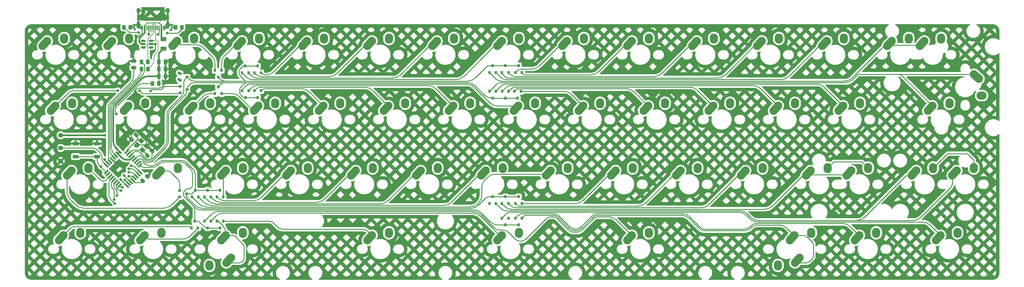
<source format=gbr>
%TF.GenerationSoftware,KiCad,Pcbnew,(6.0.4)*%
%TF.CreationDate,2022-03-30T13:59:28+02:00*%
%TF.ProjectId,32u2,33327532-2e6b-4696-9361-645f70636258,rev?*%
%TF.SameCoordinates,Original*%
%TF.FileFunction,Copper,L2,Bot*%
%TF.FilePolarity,Positive*%
%FSLAX46Y46*%
G04 Gerber Fmt 4.6, Leading zero omitted, Abs format (unit mm)*
G04 Created by KiCad (PCBNEW (6.0.4)) date 2022-03-30 13:59:28*
%MOMM*%
%LPD*%
G01*
G04 APERTURE LIST*
G04 Aperture macros list*
%AMRoundRect*
0 Rectangle with rounded corners*
0 $1 Rounding radius*
0 $2 $3 $4 $5 $6 $7 $8 $9 X,Y pos of 4 corners*
0 Add a 4 corners polygon primitive as box body*
4,1,4,$2,$3,$4,$5,$6,$7,$8,$9,$2,$3,0*
0 Add four circle primitives for the rounded corners*
1,1,$1+$1,$2,$3*
1,1,$1+$1,$4,$5*
1,1,$1+$1,$6,$7*
1,1,$1+$1,$8,$9*
0 Add four rect primitives between the rounded corners*
20,1,$1+$1,$2,$3,$4,$5,0*
20,1,$1+$1,$4,$5,$6,$7,0*
20,1,$1+$1,$6,$7,$8,$9,0*
20,1,$1+$1,$8,$9,$2,$3,0*%
%AMHorizOval*
0 Thick line with rounded ends*
0 $1 width*
0 $2 $3 position (X,Y) of the first rounded end (center of the circle)*
0 $4 $5 position (X,Y) of the second rounded end (center of the circle)*
0 Add line between two ends*
20,1,$1,$2,$3,$4,$5,0*
0 Add two circle primitives to create the rounded ends*
1,1,$1,$2,$3*
1,1,$1,$4,$5*%
%AMRotRect*
0 Rectangle, with rotation*
0 The origin of the aperture is its center*
0 $1 length*
0 $2 width*
0 $3 Rotation angle, in degrees counterclockwise*
0 Add horizontal line*
21,1,$1,$2,0,0,$3*%
G04 Aperture macros list end*
%TA.AperFunction,ComponentPad*%
%ADD10C,2.400000*%
%TD*%
%TA.AperFunction,ComponentPad*%
%ADD11HorizOval,2.400000X-0.669131X-0.743145X0.669131X0.743145X0*%
%TD*%
%TA.AperFunction,ComponentPad*%
%ADD12O,2.400000X2.950000*%
%TD*%
%TA.AperFunction,ComponentPad*%
%ADD13HorizOval,2.400000X-0.743145X0.669131X0.743145X-0.669131X0*%
%TD*%
%TA.AperFunction,ComponentPad*%
%ADD14O,2.950000X2.400000*%
%TD*%
%TA.AperFunction,ComponentPad*%
%ADD15C,1.400000*%
%TD*%
%TA.AperFunction,ComponentPad*%
%ADD16HorizOval,2.400000X0.669131X0.743145X-0.669131X-0.743145X0*%
%TD*%
%TA.AperFunction,SMDPad,CuDef*%
%ADD17R,0.800000X0.900000*%
%TD*%
%TA.AperFunction,SMDPad,CuDef*%
%ADD18R,0.900000X0.800000*%
%TD*%
%TA.AperFunction,SMDPad,CuDef*%
%ADD19RoundRect,0.250000X-0.159099X0.512652X-0.512652X0.159099X0.159099X-0.512652X0.512652X-0.159099X0*%
%TD*%
%TA.AperFunction,SMDPad,CuDef*%
%ADD20R,1.700000X1.000000*%
%TD*%
%TA.AperFunction,SMDPad,CuDef*%
%ADD21RoundRect,0.250000X-0.250000X-0.475000X0.250000X-0.475000X0.250000X0.475000X-0.250000X0.475000X0*%
%TD*%
%TA.AperFunction,SMDPad,CuDef*%
%ADD22RotRect,1.400000X1.200000X315.000000*%
%TD*%
%TA.AperFunction,SMDPad,CuDef*%
%ADD23RoundRect,0.243750X0.243750X0.456250X-0.243750X0.456250X-0.243750X-0.456250X0.243750X-0.456250X0*%
%TD*%
%TA.AperFunction,SMDPad,CuDef*%
%ADD24RoundRect,0.250000X-0.625000X0.375000X-0.625000X-0.375000X0.625000X-0.375000X0.625000X0.375000X0*%
%TD*%
%TA.AperFunction,SMDPad,CuDef*%
%ADD25RoundRect,0.250000X0.159099X-0.512652X0.512652X-0.159099X-0.159099X0.512652X-0.512652X0.159099X0*%
%TD*%
%TA.AperFunction,SMDPad,CuDef*%
%ADD26RoundRect,0.250000X0.475000X-0.250000X0.475000X0.250000X-0.475000X0.250000X-0.475000X-0.250000X0*%
%TD*%
%TA.AperFunction,SMDPad,CuDef*%
%ADD27RoundRect,0.243750X0.150260X-0.494975X0.494975X-0.150260X-0.150260X0.494975X-0.494975X0.150260X0*%
%TD*%
%TA.AperFunction,SMDPad,CuDef*%
%ADD28R,0.600000X1.450000*%
%TD*%
%TA.AperFunction,SMDPad,CuDef*%
%ADD29R,0.300000X1.450000*%
%TD*%
%TA.AperFunction,ComponentPad*%
%ADD30O,1.000000X1.600000*%
%TD*%
%TA.AperFunction,ComponentPad*%
%ADD31O,1.000000X2.100000*%
%TD*%
%TA.AperFunction,SMDPad,CuDef*%
%ADD32RotRect,1.600000X0.550000X225.000000*%
%TD*%
%TA.AperFunction,SMDPad,CuDef*%
%ADD33RotRect,1.600000X0.550000X135.000000*%
%TD*%
%TA.AperFunction,SMDPad,CuDef*%
%ADD34RoundRect,0.150000X0.512500X0.150000X-0.512500X0.150000X-0.512500X-0.150000X0.512500X-0.150000X0*%
%TD*%
%TA.AperFunction,SMDPad,CuDef*%
%ADD35RoundRect,0.243750X-0.243750X-0.456250X0.243750X-0.456250X0.243750X0.456250X-0.243750X0.456250X0*%
%TD*%
%TA.AperFunction,ViaPad*%
%ADD36C,0.800000*%
%TD*%
%TA.AperFunction,Conductor*%
%ADD37C,0.250000*%
%TD*%
%TA.AperFunction,Conductor*%
%ADD38C,0.500000*%
%TD*%
%TA.AperFunction,Conductor*%
%ADD39C,0.200000*%
%TD*%
G04 APERTURE END LIST*
D10*
%TO.P,SW1\u002C11,1,1*%
%TO.N,Net-(D110111-Pad1)*%
X230125001Y-75168249D03*
D11*
X229494132Y-75875104D03*
D12*
%TO.P,SW1\u002C11,2,2*%
%TO.N,COL-11*%
X235125001Y-74368249D03*
%TD*%
D13*
%TO.P,SW1\u002C13_1,1,1*%
%TO.N,Net-(D112113-Pad1)*%
X288305646Y-66512380D03*
D10*
X289012501Y-67143249D03*
D14*
%TO.P,SW1\u002C13_1,2,2*%
%TO.N,COL-13*%
X289812501Y-72143249D03*
%TD*%
D11*
%TO.P,SW0\u002C2,1,1*%
%TO.N,Net-(D203-Pad1)*%
X53281632Y-56825104D03*
D10*
X53912501Y-56118249D03*
D12*
%TO.P,SW0\u002C2,2,2*%
%TO.N,COL-2*%
X58912501Y-55318249D03*
%TD*%
D10*
%TO.P,SW2\u002C3,1,1*%
%TO.N,Net-(D2223-Pad2)*%
X87250001Y-94218249D03*
D11*
X86619132Y-94925104D03*
D12*
%TO.P,SW2\u002C3,2,2*%
%TO.N,COL-3*%
X92250001Y-93418249D03*
%TD*%
D11*
%TO.P,SW3\u002C6,1,1*%
%TO.N,Net-(D2-Pad2)*%
X148531632Y-113975104D03*
D10*
X149162501Y-113268249D03*
D12*
%TO.P,SW3\u002C6,2,2*%
%TO.N,COL-6*%
X154162501Y-112468249D03*
%TD*%
D10*
%TO.P,SW2\u002C5,1,1*%
%TO.N,Net-(D2425-Pad2)*%
X125350001Y-94218249D03*
D11*
X124719132Y-94925104D03*
D12*
%TO.P,SW2\u002C5,2,2*%
%TO.N,COL-5*%
X130350001Y-93418249D03*
%TD*%
D10*
%TO.P,SW2\u002C7,1,1*%
%TO.N,Net-(D2627-Pad2)*%
X163450001Y-94218249D03*
D11*
X162819132Y-94925104D03*
D12*
%TO.P,SW2\u002C7,2,2*%
%TO.N,COL-7*%
X168450001Y-93418249D03*
%TD*%
D10*
%TO.P,SW1\u002C13,1,1*%
%TO.N,Net-(D112113-Pad1)*%
X275368751Y-75168249D03*
D11*
X274737882Y-75875104D03*
D12*
%TO.P,SW1\u002C13,2,2*%
%TO.N,COL-13*%
X280368751Y-74368249D03*
%TD*%
D10*
%TO.P,SW2\u002C12_1,1,1*%
%TO.N,Net-(D212213-Pad1)*%
X282512501Y-94218249D03*
D11*
X281881632Y-94925104D03*
D12*
%TO.P,SW2\u002C12_1,2,2*%
%TO.N,COL-12*%
X287512501Y-93418249D03*
%TD*%
D10*
%TO.P,SW0\u002C5,1,1*%
%TO.N,Net-(D405-Pad2)*%
X111062501Y-56118249D03*
D11*
X110431632Y-56825104D03*
D12*
%TO.P,SW0\u002C5,2,2*%
%TO.N,COL-5*%
X116062501Y-55318249D03*
%TD*%
D11*
%TO.P,SW3\u002C10,1,1*%
%TO.N,Net-(D3-Pad2)*%
X234256632Y-113975104D03*
D10*
X234887501Y-113268249D03*
D12*
%TO.P,SW3\u002C10,2,2*%
%TO.N,COL-10*%
X239887501Y-112468249D03*
%TD*%
D15*
%TO.P,H2,1,1*%
%TO.N,GND*%
X19800000Y-91400000D03*
%TD*%
D10*
%TO.P,SW3\u002C10_1,1,1*%
%TO.N,Net-(D3-Pad2)*%
X235125001Y-121268249D03*
D16*
X235755870Y-120561394D03*
D12*
%TO.P,SW3\u002C10_1,2,2*%
%TO.N,COL-10*%
X230125001Y-122068249D03*
%TD*%
D10*
%TO.P,SW1\u002C12,1,1*%
%TO.N,Net-(D112113-Pad2)*%
X249175001Y-75168249D03*
D11*
X248544132Y-75875104D03*
D12*
%TO.P,SW1\u002C12,2,2*%
%TO.N,COL-12*%
X254175001Y-74368249D03*
%TD*%
D11*
%TO.P,SW1\u002C1,1,1*%
%TO.N,Net-(D1011-Pad2)*%
X38994132Y-75875104D03*
D10*
X39625001Y-75168249D03*
D12*
%TO.P,SW1\u002C1,2,2*%
%TO.N,COL-1*%
X44625001Y-74368249D03*
%TD*%
D11*
%TO.P,SW0\u002C1,1,1*%
%TO.N,Net-(D1-Pad1)*%
X34231632Y-56825104D03*
D10*
X34862501Y-56118249D03*
D12*
%TO.P,SW0\u002C1,2,2*%
%TO.N,COL-1*%
X39862501Y-55318249D03*
%TD*%
D10*
%TO.P,SW2\u002C4,1,1*%
%TO.N,Net-(D2425-Pad1)*%
X106300001Y-94218249D03*
D11*
X105669132Y-94925104D03*
D12*
%TO.P,SW2\u002C4,2,2*%
%TO.N,COL-4*%
X111300001Y-93418249D03*
%TD*%
D11*
%TO.P,SW0\u002C11,1,1*%
%TO.N,Net-(D10011-Pad2)*%
X224731632Y-56825104D03*
D10*
X225362501Y-56118249D03*
D12*
%TO.P,SW0\u002C11,2,2*%
%TO.N,COL-11*%
X230362501Y-55318249D03*
%TD*%
D16*
%TO.P,SW3\u002C2_1,1,1*%
%TO.N,Net-(D3233-Pad1)*%
X69068370Y-120561394D03*
D10*
X68437501Y-121268249D03*
D12*
%TO.P,SW3\u002C2_1,2,2*%
%TO.N,COL-2*%
X63437501Y-122068249D03*
%TD*%
D11*
%TO.P,SW2\u002C11,1,1*%
%TO.N,Net-(D210211-Pad2)*%
X239019132Y-94925104D03*
D10*
X239650001Y-94218249D03*
D12*
%TO.P,SW2\u002C11,2,2*%
%TO.N,COL-11*%
X244650001Y-93418249D03*
%TD*%
D11*
%TO.P,SW2\u002C1,1,1*%
%TO.N,Net-(D2021-Pad2)*%
X48519132Y-94925104D03*
D10*
X49150001Y-94218249D03*
D12*
%TO.P,SW2\u002C1,2,2*%
%TO.N,COL-1*%
X54150001Y-93418249D03*
%TD*%
D10*
%TO.P,SW1\u002C2,1,1*%
%TO.N,Net-(D1213-Pad2)*%
X58675001Y-75168249D03*
D11*
X58044132Y-75875104D03*
D12*
%TO.P,SW1\u002C2,2,2*%
%TO.N,COL-2*%
X63675001Y-74368249D03*
%TD*%
D15*
%TO.P,H1,1,1*%
%TO.N,+5*%
X19800000Y-83800000D03*
%TD*%
D10*
%TO.P,SW1\u002C4,1,1*%
%TO.N,Net-(D1415-Pad2)*%
X96775001Y-75168249D03*
D11*
X96144132Y-75875104D03*
D12*
%TO.P,SW1\u002C4,2,2*%
%TO.N,COL-4*%
X101775001Y-74368249D03*
%TD*%
D11*
%TO.P,SW3\u002C2,1,1*%
%TO.N,Net-(D3233-Pad1)*%
X67569132Y-113975104D03*
D10*
X68200001Y-113268249D03*
D12*
%TO.P,SW3\u002C2,2,2*%
%TO.N,COL-2*%
X73200001Y-112468249D03*
%TD*%
D11*
%TO.P,SW0\u002C10,1,1*%
%TO.N,Net-(D10011-Pad1)*%
X205681632Y-56825104D03*
D10*
X206312501Y-56118249D03*
D12*
%TO.P,SW0\u002C10,2,2*%
%TO.N,COL-10*%
X211312501Y-55318249D03*
%TD*%
D11*
%TO.P,SW0\u002C6,1,1*%
%TO.N,Net-(D607-Pad1)*%
X129481632Y-56825104D03*
D10*
X130112501Y-56118249D03*
D12*
%TO.P,SW0\u002C6,2,2*%
%TO.N,COL-6*%
X135112501Y-55318249D03*
%TD*%
D11*
%TO.P,SW1\u002C3,1,1*%
%TO.N,Net-(D1213-Pad1)*%
X77094132Y-75875104D03*
D10*
X77725001Y-75168249D03*
D12*
%TO.P,SW1\u002C3,2,2*%
%TO.N,COL-3*%
X82725001Y-74368249D03*
%TD*%
D11*
%TO.P,SW2\u002C2,1,1*%
%TO.N,Net-(D2223-Pad1)*%
X67569132Y-94925104D03*
D10*
X68200001Y-94218249D03*
D12*
%TO.P,SW2\u002C2,2,2*%
%TO.N,COL-2*%
X73200001Y-93418249D03*
%TD*%
D11*
%TO.P,SW3\u002C11,1,1*%
%TO.N,Net-(D3-Pad1)*%
X253306632Y-113975104D03*
D10*
X253937501Y-113268249D03*
D12*
%TO.P,SW3\u002C11,2,2*%
%TO.N,COL-11*%
X258937501Y-112468249D03*
%TD*%
D11*
%TO.P,SW2\u002C0,1,1*%
%TO.N,Net-(D2021-Pad1)*%
X22325382Y-94925104D03*
D10*
X22956251Y-94218249D03*
D12*
%TO.P,SW2\u002C0,2,2*%
%TO.N,COL-0*%
X27956251Y-93418249D03*
%TD*%
D10*
%TO.P,SW0\u002C9,1,1*%
%TO.N,Net-(D809-Pad1)*%
X187262501Y-56118249D03*
D11*
X186631632Y-56825104D03*
D12*
%TO.P,SW0\u002C9,2,2*%
%TO.N,COL-9*%
X192262501Y-55318249D03*
%TD*%
D11*
%TO.P,SW0\u002C4,1,1*%
%TO.N,Net-(D405-Pad1)*%
X91381632Y-56825104D03*
D10*
X92012501Y-56118249D03*
D12*
%TO.P,SW0\u002C4,2,2*%
%TO.N,COL-4*%
X97012501Y-55318249D03*
%TD*%
D11*
%TO.P,SW3\u002C12,1,1*%
%TO.N,Net-(D4-Pad1)*%
X277119132Y-113975104D03*
D10*
X277750001Y-113268249D03*
D12*
%TO.P,SW3\u002C12,2,2*%
%TO.N,COL-12*%
X282750001Y-112468249D03*
%TD*%
D11*
%TO.P,SW2\u002C6,1,1*%
%TO.N,Net-(D2627-Pad1)*%
X143769132Y-94925104D03*
D10*
X144400001Y-94218249D03*
D12*
%TO.P,SW2\u002C6,2,2*%
%TO.N,COL-6*%
X149400001Y-93418249D03*
%TD*%
D10*
%TO.P,SW2\u002C13,1,1*%
%TO.N,Net-(D210211-Pad2)*%
X251556251Y-94218249D03*
D11*
X250925382Y-94925104D03*
D12*
%TO.P,SW2\u002C13,2,2*%
%TO.N,COL-11*%
X256556251Y-93418249D03*
%TD*%
D11*
%TO.P,SW1\u002C6,1,1*%
%TO.N,Net-(D1617-Pad2)*%
X134244132Y-75875104D03*
D10*
X134875001Y-75168249D03*
D12*
%TO.P,SW1\u002C6,2,2*%
%TO.N,COL-6*%
X139875001Y-74368249D03*
%TD*%
D11*
%TO.P,SW0\u002C12,1,1*%
%TO.N,Net-(D12013-Pad1)*%
X243781632Y-56825104D03*
D10*
X244412501Y-56118249D03*
D12*
%TO.P,SW0\u002C12,2,2*%
%TO.N,COL-12*%
X249412501Y-55318249D03*
%TD*%
D10*
%TO.P,SW0\u002C8,1,1*%
%TO.N,Net-(D809-Pad2)*%
X168212501Y-56118249D03*
D11*
X167581632Y-56825104D03*
D12*
%TO.P,SW0\u002C8,2,2*%
%TO.N,COL-8*%
X173212501Y-55318249D03*
%TD*%
D10*
%TO.P,SW1\u002C0,1,1*%
%TO.N,Net-(D1011-Pad1)*%
X18193751Y-75168249D03*
D11*
X17562882Y-75875104D03*
D12*
%TO.P,SW1\u002C0,2,2*%
%TO.N,COL-0*%
X23193751Y-74368249D03*
%TD*%
D11*
%TO.P,SW0.7,1,1*%
%TO.N,Net-(D607-Pad2)*%
X148531632Y-56825104D03*
D10*
X149162501Y-56118249D03*
D12*
%TO.P,SW0.7,2,2*%
%TO.N,COL-7*%
X154162501Y-55318249D03*
%TD*%
D11*
%TO.P,SW1\u002C5,1,1*%
%TO.N,Net-(D1415-Pad1)*%
X115194132Y-75875104D03*
D10*
X115825001Y-75168249D03*
D12*
%TO.P,SW1\u002C5,2,2*%
%TO.N,COL-5*%
X120825001Y-74368249D03*
%TD*%
D11*
%TO.P,SW2\u002C8,1,1*%
%TO.N,Net-(D2829-Pad1)*%
X181869132Y-94925104D03*
D10*
X182500001Y-94218249D03*
D12*
%TO.P,SW2\u002C8,2,2*%
%TO.N,COL-8*%
X187500001Y-93418249D03*
%TD*%
D11*
%TO.P,SW3\u002C1,1,1*%
%TO.N,Net-(D3031-Pad1)*%
X43756632Y-113975104D03*
D10*
X44387501Y-113268249D03*
D12*
%TO.P,SW3\u002C1,2,2*%
%TO.N,COL-1*%
X49387501Y-112468249D03*
%TD*%
D10*
%TO.P,SW0\u002C13,1,1*%
%TO.N,Net-(D12013-Pad2)*%
X272987501Y-56118249D03*
D11*
X272356632Y-56825104D03*
D12*
%TO.P,SW0\u002C13,2,2*%
%TO.N,COL-13*%
X277987501Y-55318249D03*
%TD*%
D11*
%TO.P,SW2\u002C10,1,1*%
%TO.N,Net-(D210211-Pad1)*%
X219969132Y-94925104D03*
D10*
X220600001Y-94218249D03*
D12*
%TO.P,SW2\u002C10,2,2*%
%TO.N,COL-10*%
X225600001Y-93418249D03*
%TD*%
D11*
%TO.P,SW3\u002C3,1,1*%
%TO.N,Net-(D3233-Pad2)*%
X110431632Y-113975104D03*
D10*
X111062501Y-113268249D03*
D12*
%TO.P,SW3\u002C3,2,2*%
%TO.N,COL-3*%
X116062501Y-112468249D03*
%TD*%
D11*
%TO.P,SW0\u002C3,1,1*%
%TO.N,Net-(D203-Pad2)*%
X72331632Y-56825104D03*
D10*
X72962501Y-56118249D03*
D12*
%TO.P,SW0\u002C3,2,2*%
%TO.N,COL-3*%
X77962501Y-55318249D03*
%TD*%
D10*
%TO.P,SW1\u002C10,1,1*%
%TO.N,Net-(D110111-Pad2)*%
X211075001Y-75168249D03*
D11*
X210444132Y-75875104D03*
D12*
%TO.P,SW1\u002C10,2,2*%
%TO.N,COL-10*%
X216075001Y-74368249D03*
%TD*%
D11*
%TO.P,SW0\u002C0,1,1*%
%TO.N,Net-(D1-Pad2)*%
X15181632Y-56825104D03*
D10*
X15812501Y-56118249D03*
D12*
%TO.P,SW0\u002C0,2,2*%
%TO.N,COL-0*%
X20812501Y-55318249D03*
%TD*%
D11*
%TO.P,SW3\u002C8,1,1*%
%TO.N,Net-(D2-Pad1)*%
X186631632Y-113975104D03*
D10*
X187262501Y-113268249D03*
D12*
%TO.P,SW3\u002C8,2,2*%
%TO.N,COL-7*%
X192262501Y-112468249D03*
%TD*%
D15*
%TO.P,H0,1,1*%
%TO.N,LED-OUT*%
X19800000Y-87500000D03*
%TD*%
D10*
%TO.P,SW1\u002C9,1,1*%
%TO.N,Net-(D1819-Pad1)*%
X192025001Y-75168249D03*
D11*
X191394132Y-75875104D03*
D12*
%TO.P,SW1\u002C9,2,2*%
%TO.N,COL-9*%
X197025001Y-74368249D03*
%TD*%
D10*
%TO.P,SW0\u002C13_1,1,1*%
%TO.N,Net-(D12013-Pad2)*%
X263462501Y-56118249D03*
D11*
X262831632Y-56825104D03*
D12*
%TO.P,SW0\u002C13_1,2,2*%
%TO.N,COL-13*%
X268462501Y-55318249D03*
%TD*%
D11*
%TO.P,SW1\u002C7,1,1*%
%TO.N,Net-(SW1\u002C7-Pad1)*%
X153294132Y-75875104D03*
D10*
X153925001Y-75168249D03*
D12*
%TO.P,SW1\u002C7,2,2*%
%TO.N,COL-7*%
X158925001Y-74368249D03*
%TD*%
D11*
%TO.P,SW1\u002C8,1,1*%
%TO.N,Net-(D1819-Pad2)*%
X172344132Y-75875104D03*
D10*
X172975001Y-75168249D03*
D12*
%TO.P,SW1\u002C8,2,2*%
%TO.N,COL-8*%
X177975001Y-74368249D03*
%TD*%
D11*
%TO.P,SW2\u002C12,1,1*%
%TO.N,Net-(D212213-Pad1)*%
X269975382Y-94925104D03*
D10*
X270606251Y-94218249D03*
D12*
%TO.P,SW2\u002C12,2,2*%
%TO.N,COL-12*%
X275606251Y-93418249D03*
%TD*%
D10*
%TO.P,SW3\u002C0,1,1*%
%TO.N,Net-(D3031-Pad2)*%
X20575001Y-113268249D03*
D11*
X19944132Y-113975104D03*
D12*
%TO.P,SW3\u002C0,2,2*%
%TO.N,COL-0*%
X25575001Y-112468249D03*
%TD*%
D11*
%TO.P,SW2\u002C9,1,1*%
%TO.N,Net-(D2829-Pad2)*%
X200919132Y-94925104D03*
D10*
X201550001Y-94218249D03*
D12*
%TO.P,SW2\u002C9,2,2*%
%TO.N,COL-9*%
X206550001Y-93418249D03*
%TD*%
D17*
%TO.P,D607,1,A*%
%TO.N,Net-(D607-Pad1)*%
X74880000Y-65430000D03*
%TO.P,D607,2,A*%
%TO.N,Net-(D607-Pad2)*%
X72980000Y-65430000D03*
%TO.P,D607,3,K*%
%TO.N,ROW-0*%
X73930000Y-63430000D03*
%TD*%
D18*
%TO.P,D1011,1,A*%
%TO.N,Net-(D1011-Pad1)*%
X54850000Y-71300000D03*
%TO.P,D1011,2,A*%
%TO.N,Net-(D1011-Pad2)*%
X54850000Y-69400000D03*
%TO.P,D1011,3,K*%
%TO.N,ROW-1*%
X56850000Y-70350000D03*
%TD*%
%TO.P,D2021,1,A*%
%TO.N,Net-(D2021-Pad1)*%
X54700000Y-101950000D03*
%TO.P,D2021,2,A*%
%TO.N,Net-(D2021-Pad2)*%
X54700000Y-100050000D03*
%TO.P,D2021,3,K*%
%TO.N,ROW-2*%
X56700000Y-101000000D03*
%TD*%
D19*
%TO.P,C1,1*%
%TO.N,GND*%
X46571751Y-88378249D03*
%TO.P,C1,2*%
%TO.N,Net-(C1-Pad2)*%
X45228249Y-89721751D03*
%TD*%
D17*
%TO.P,D110111,1,A*%
%TO.N,Net-(D110111-Pad1)*%
X149220000Y-70870000D03*
%TO.P,D110111,2,A*%
%TO.N,Net-(D110111-Pad2)*%
X151120000Y-70870000D03*
%TO.P,D110111,3,K*%
%TO.N,ROW-1*%
X150170000Y-72870000D03*
%TD*%
D20*
%TO.P,SW0,1,1*%
%TO.N,GND*%
X24200000Y-86250000D03*
X30500000Y-86250000D03*
%TO.P,SW0,2,2*%
%TO.N,Net-(R0-Pad2)*%
X30500000Y-90050000D03*
X24200000Y-90050000D03*
%TD*%
D17*
%TO.P,D4,1,A*%
%TO.N,Net-(D4-Pad1)*%
X149200000Y-108150000D03*
%TO.P,D4,2,A*%
%TO.N,unconnected-(D4-Pad2)*%
X151100000Y-108150000D03*
%TO.P,D4,3,K*%
%TO.N,ROW-3*%
X150150000Y-110150000D03*
%TD*%
D21*
%TO.P,C3,1*%
%TO.N,+5*%
X48600000Y-62175000D03*
%TO.P,C3,2*%
%TO.N,GND*%
X50500000Y-62175000D03*
%TD*%
D22*
%TO.P,Y0,1,1*%
%TO.N,Net-(C0-Pad2)*%
X43423223Y-85371142D03*
%TO.P,Y0,2,2*%
%TO.N,GND*%
X44978858Y-86926777D03*
%TO.P,Y0,3,3*%
%TO.N,Net-(C1-Pad2)*%
X43776777Y-88128858D03*
%TO.P,Y0,4,4*%
%TO.N,GND*%
X42221142Y-86573223D03*
%TD*%
D17*
%TO.P,D12013,1,A*%
%TO.N,Net-(D12013-Pad1)*%
X147430000Y-65320000D03*
%TO.P,D12013,2,A*%
%TO.N,Net-(D12013-Pad2)*%
X145530000Y-65320000D03*
%TO.P,D12013,3,K*%
%TO.N,ROW-0*%
X146480000Y-63320000D03*
%TD*%
D23*
%TO.P,R4,1*%
%TO.N,Net-(J0-PadB5)*%
X55350001Y-52018249D03*
%TO.P,R4,2*%
%TO.N,GND*%
X53475001Y-52018249D03*
%TD*%
D24*
%TO.P,F0,1*%
%TO.N,VCC*%
X49975000Y-55500000D03*
%TO.P,F0,2*%
%TO.N,+5*%
X49975000Y-58300000D03*
%TD*%
D25*
%TO.P,C0,1*%
%TO.N,GND*%
X40528249Y-85021751D03*
%TO.P,C0,2*%
%TO.N,Net-(C0-Pad2)*%
X41871751Y-83678249D03*
%TD*%
D17*
%TO.P,D2829,1,A*%
%TO.N,Net-(D2829-Pad1)*%
X155050000Y-103850000D03*
%TO.P,D2829,2,A*%
%TO.N,Net-(D2829-Pad2)*%
X153150000Y-103850000D03*
%TO.P,D2829,3,K*%
%TO.N,ROW-2*%
X154100000Y-101850000D03*
%TD*%
%TO.P,D2425,1,A*%
%TO.N,Net-(D2425-Pad1)*%
X63850000Y-101950000D03*
%TO.P,D2425,2,A*%
%TO.N,Net-(D2425-Pad2)*%
X61950000Y-101950000D03*
%TO.P,D2425,3,K*%
%TO.N,ROW-2*%
X62900000Y-99950000D03*
%TD*%
%TO.P,D1415,1,A*%
%TO.N,Net-(D1415-Pad1)*%
X76620000Y-70690000D03*
%TO.P,D1415,2,A*%
%TO.N,Net-(D1415-Pad2)*%
X78520000Y-70690000D03*
%TO.P,D1415,3,K*%
%TO.N,ROW-1*%
X77570000Y-72690000D03*
%TD*%
D26*
%TO.P,C2,1*%
%TO.N,Net-(C2-Pad1)*%
X41200000Y-63900000D03*
%TO.P,C2,2*%
%TO.N,GND*%
X41200000Y-62000000D03*
%TD*%
D27*
%TO.P,R5,1*%
%TO.N,Net-(R5-Pad1)*%
X43837087Y-97212913D03*
%TO.P,R5,2*%
%TO.N,GND*%
X45162913Y-95887087D03*
%TD*%
D17*
%TO.P,D2223,1,A*%
%TO.N,Net-(D2223-Pad1)*%
X67500000Y-101950000D03*
%TO.P,D2223,2,A*%
%TO.N,Net-(D2223-Pad2)*%
X65600000Y-101950000D03*
%TO.P,D2223,3,K*%
%TO.N,ROW-2*%
X66550000Y-99950000D03*
%TD*%
D21*
%TO.P,C5,1*%
%TO.N,+5*%
X48600000Y-66425000D03*
%TO.P,C5,2*%
%TO.N,GND*%
X50500000Y-66425000D03*
%TD*%
D17*
%TO.P,D3233,1,A*%
%TO.N,Net-(D3233-Pad1)*%
X65600000Y-109050000D03*
%TO.P,D3233,2,A*%
%TO.N,Net-(D3233-Pad2)*%
X67500000Y-109050000D03*
%TO.P,D3233,3,K*%
%TO.N,ROW-3*%
X66550000Y-111050000D03*
%TD*%
%TO.P,D1819,1,A*%
%TO.N,Net-(D1819-Pad1)*%
X152830000Y-70870000D03*
%TO.P,D1819,2,A*%
%TO.N,Net-(D1819-Pad2)*%
X154730000Y-70870000D03*
%TO.P,D1819,3,K*%
%TO.N,ROW-1*%
X153780000Y-72870000D03*
%TD*%
%TO.P,D405,1,A*%
%TO.N,Net-(D405-Pad1)*%
X78520000Y-65430000D03*
%TO.P,D405,2,A*%
%TO.N,Net-(D405-Pad2)*%
X76620000Y-65430000D03*
%TO.P,D405,3,K*%
%TO.N,ROW-0*%
X77570000Y-63430000D03*
%TD*%
D18*
%TO.P,D1,1,A*%
%TO.N,Net-(D1-Pad1)*%
X54850000Y-67600000D03*
%TO.P,D1,2,A*%
%TO.N,Net-(D1-Pad2)*%
X54850000Y-65700000D03*
%TO.P,D1,3,K*%
%TO.N,ROW-0*%
X56850000Y-66650000D03*
%TD*%
D17*
%TO.P,D10011,1,A*%
%TO.N,Net-(D10011-Pad1)*%
X151110000Y-65320000D03*
%TO.P,D10011,2,A*%
%TO.N,Net-(D10011-Pad2)*%
X149210000Y-65320000D03*
%TO.P,D10011,3,K*%
%TO.N,ROW-0*%
X150160000Y-63320000D03*
%TD*%
D28*
%TO.P,J0,A1,GND*%
%TO.N,GND*%
X43637501Y-52256999D03*
%TO.P,J0,A4,VBUS*%
%TO.N,VCC*%
X44437501Y-52256999D03*
D29*
%TO.P,J0,A5,CC1*%
%TO.N,Net-(J0-PadA5)*%
X45637501Y-52256999D03*
%TO.P,J0,A6,D+*%
%TO.N,D+*%
X46637501Y-52256999D03*
%TO.P,J0,A7,D-*%
%TO.N,D-*%
X47137501Y-52256999D03*
%TO.P,J0,A8,SBU1*%
%TO.N,unconnected-(J0-PadA8)*%
X48137501Y-52256999D03*
D28*
%TO.P,J0,A9,VBUS*%
%TO.N,VCC*%
X49337501Y-52256999D03*
%TO.P,J0,A12,GND*%
%TO.N,GND*%
X50137501Y-52256999D03*
%TO.P,J0,B1,GND*%
X50137501Y-52256999D03*
%TO.P,J0,B4,VBUS*%
%TO.N,VCC*%
X49337501Y-52256999D03*
D29*
%TO.P,J0,B5,CC2*%
%TO.N,Net-(J0-PadB5)*%
X48637501Y-52256999D03*
%TO.P,J0,B6,D+*%
%TO.N,D+*%
X47637501Y-52256999D03*
%TO.P,J0,B7,D-*%
%TO.N,D-*%
X46137501Y-52256999D03*
%TO.P,J0,B8,SBU2*%
%TO.N,unconnected-(J0-PadB8)*%
X45137501Y-52256999D03*
D28*
%TO.P,J0,B9,VBUS*%
%TO.N,VCC*%
X44437501Y-52256999D03*
%TO.P,J0,B12,GND*%
%TO.N,GND*%
X43637501Y-52256999D03*
D30*
%TO.P,J0,S1,SHIELD*%
X42567501Y-47161999D03*
X51207501Y-47161999D03*
D31*
X51207501Y-51341999D03*
X42567501Y-51341999D03*
%TD*%
D17*
%TO.P,D2627,1,A*%
%TO.N,Net-(D2627-Pad1)*%
X60200000Y-101950000D03*
%TO.P,D2627,2,A*%
%TO.N,Net-(D2627-Pad2)*%
X58300000Y-101950000D03*
%TO.P,D2627,3,K*%
%TO.N,ROW-2*%
X59250000Y-99950000D03*
%TD*%
D32*
%TO.P,U1,1,XTAL1*%
%TO.N,Net-(C0-Pad2)*%
X39162806Y-88658146D03*
%TO.P,U1,2,PC0/XTAL2*%
%TO.N,Net-(C1-Pad2)*%
X39728491Y-89223832D03*
%TO.P,U1,3,GND*%
%TO.N,GND*%
X40294177Y-89789517D03*
%TO.P,U1,4,VCC*%
%TO.N,+5*%
X40859862Y-90355202D03*
%TO.P,U1,5,PC2*%
%TO.N,ROW-0*%
X41425548Y-90920888D03*
%TO.P,U1,6,PD0*%
%TO.N,ROW-1*%
X41991233Y-91486573D03*
%TO.P,U1,7,PD1*%
%TO.N,ROW-2*%
X42556918Y-92052259D03*
%TO.P,U1,8,PD2*%
%TO.N,ROW-3*%
X43122604Y-92617944D03*
D33*
%TO.P,U1,9,PD3*%
%TO.N,COL-2*%
X43122604Y-94668554D03*
%TO.P,U1,10,PD4*%
%TO.N,COL-3*%
X42556918Y-95234239D03*
%TO.P,U1,11,PD5*%
%TO.N,COL-4*%
X41991233Y-95799925D03*
%TO.P,U1,12,PD6*%
%TO.N,COL-5*%
X41425548Y-96365610D03*
%TO.P,U1,13,~{HWB}/PD7*%
%TO.N,Net-(R5-Pad1)*%
X40859862Y-96931296D03*
%TO.P,U1,14,PB0*%
%TO.N,COL-6*%
X40294177Y-97496981D03*
%TO.P,U1,15,PB1*%
%TO.N,COL-7*%
X39728491Y-98062666D03*
%TO.P,U1,16,PB2*%
%TO.N,COL-8*%
X39162806Y-98628352D03*
D32*
%TO.P,U1,17,PB3*%
%TO.N,COL-9*%
X37112196Y-98628352D03*
%TO.P,U1,18,PB4*%
%TO.N,COL-10*%
X36546511Y-98062666D03*
%TO.P,U1,19,PB5*%
%TO.N,COL-11*%
X35980825Y-97496981D03*
%TO.P,U1,20,PB6*%
%TO.N,COL-12*%
X35415140Y-96931296D03*
%TO.P,U1,21,PB7*%
%TO.N,COL-13*%
X34849454Y-96365610D03*
%TO.P,U1,22,PC7*%
%TO.N,COL-0*%
X34283769Y-95799925D03*
%TO.P,U1,23,PC6*%
%TO.N,unconnected-(U1-Pad23)*%
X33718084Y-95234239D03*
%TO.P,U1,24,PC1/~{RESET}*%
%TO.N,Net-(R0-Pad2)*%
X33152398Y-94668554D03*
D33*
%TO.P,U1,25,PC5*%
%TO.N,LED-OUT*%
X33152398Y-92617944D03*
%TO.P,U1,26,PC4*%
%TO.N,COL-1*%
X33718084Y-92052259D03*
%TO.P,U1,27,UCAP*%
%TO.N,Net-(C2-Pad1)*%
X34283769Y-91486573D03*
%TO.P,U1,28,UGND*%
%TO.N,GND*%
X34849454Y-90920888D03*
%TO.P,U1,29,D+*%
%TO.N,Net-(R1-Pad2)*%
X35415140Y-90355202D03*
%TO.P,U1,30,D-*%
%TO.N,Net-(R2-Pad2)*%
X35980825Y-89789517D03*
%TO.P,U1,31,UVCC*%
%TO.N,+5*%
X36546511Y-89223832D03*
%TO.P,U1,32,AVCC*%
X37112196Y-88658146D03*
%TD*%
D17*
%TO.P,D3,1,A*%
%TO.N,Net-(D3-Pad1)*%
X153150000Y-108150000D03*
%TO.P,D3,2,A*%
%TO.N,Net-(D3-Pad2)*%
X155050000Y-108150000D03*
%TO.P,D3,3,K*%
%TO.N,ROW-3*%
X154100000Y-110150000D03*
%TD*%
D34*
%TO.P,U2,1,IO1*%
%TO.N,D+*%
X46312500Y-56038249D03*
%TO.P,U2,2,VN*%
%TO.N,GND*%
X46312500Y-56988249D03*
%TO.P,U2,3,IO2*%
%TO.N,unconnected-(U2-Pad3)*%
X46312500Y-57938249D03*
%TO.P,U2,4,IO3*%
%TO.N,D-*%
X44037500Y-57938249D03*
%TO.P,U2,5,VP*%
%TO.N,VCC*%
X44037500Y-56988249D03*
%TO.P,U2,6,IO4*%
%TO.N,unconnected-(U2-Pad6)*%
X44037500Y-56038249D03*
%TD*%
D17*
%TO.P,D112113,1,A*%
%TO.N,Net-(D112113-Pad1)*%
X145520000Y-70870000D03*
%TO.P,D112113,2,A*%
%TO.N,Net-(D112113-Pad2)*%
X147420000Y-70870000D03*
%TO.P,D112113,3,K*%
%TO.N,ROW-1*%
X146470000Y-72870000D03*
%TD*%
%TO.P,D210211,1,A*%
%TO.N,Net-(D210211-Pad1)*%
X151110000Y-103850000D03*
%TO.P,D210211,2,A*%
%TO.N,Net-(D210211-Pad2)*%
X149210000Y-103850000D03*
%TO.P,D210211,3,K*%
%TO.N,ROW-2*%
X150160000Y-101850000D03*
%TD*%
%TO.P,D3031,1,A*%
%TO.N,Net-(D3031-Pad1)*%
X60050000Y-111050000D03*
%TO.P,D3031,2,A*%
%TO.N,Net-(D3031-Pad2)*%
X58150000Y-111050000D03*
%TO.P,D3031,3,K*%
%TO.N,ROW-3*%
X59100000Y-109050000D03*
%TD*%
%TO.P,D203,1,A*%
%TO.N,Net-(D203-Pad1)*%
X65050000Y-64700000D03*
%TO.P,D203,2,A*%
%TO.N,Net-(D203-Pad2)*%
X66950000Y-64700000D03*
%TO.P,D203,3,K*%
%TO.N,ROW-0*%
X66000000Y-66700000D03*
%TD*%
D35*
%TO.P,R3,1*%
%TO.N,Net-(J0-PadA5)*%
X38325001Y-52018249D03*
%TO.P,R3,2*%
%TO.N,GND*%
X40200001Y-52018249D03*
%TD*%
D17*
%TO.P,D212213,1,A*%
%TO.N,Net-(D212213-Pad1)*%
X147430000Y-103850000D03*
%TO.P,D212213,2,A*%
%TO.N,unconnected-(D212213-Pad2)*%
X145530000Y-103850000D03*
%TO.P,D212213,3,K*%
%TO.N,ROW-2*%
X146480000Y-101850000D03*
%TD*%
%TO.P,D809,1,A*%
%TO.N,Net-(D809-Pad1)*%
X155050000Y-65310000D03*
%TO.P,D809,2,A*%
%TO.N,Net-(D809-Pad2)*%
X153150000Y-65310000D03*
%TO.P,D809,3,K*%
%TO.N,ROW-0*%
X154100000Y-63310000D03*
%TD*%
D21*
%TO.P,C4,1*%
%TO.N,+5*%
X48600000Y-64325000D03*
%TO.P,C4,2*%
%TO.N,GND*%
X50500000Y-64325000D03*
%TD*%
D23*
%TO.P,R0,1*%
%TO.N,+5*%
X48587500Y-68550000D03*
%TO.P,R0,2*%
%TO.N,Net-(R0-Pad2)*%
X46712500Y-68550000D03*
%TD*%
%TO.P,R2,1*%
%TO.N,D-*%
X45387500Y-62175000D03*
%TO.P,R2,2*%
%TO.N,Net-(R2-Pad2)*%
X43512500Y-62175000D03*
%TD*%
D17*
%TO.P,D1213,1,A*%
%TO.N,Net-(D1213-Pad1)*%
X66950000Y-71550000D03*
%TO.P,D1213,2,A*%
%TO.N,Net-(D1213-Pad2)*%
X65050000Y-71550000D03*
%TO.P,D1213,3,K*%
%TO.N,ROW-1*%
X66000000Y-69550000D03*
%TD*%
%TO.P,D2,1,A*%
%TO.N,Net-(D2-Pad1)*%
X61950000Y-109050000D03*
%TO.P,D2,2,A*%
%TO.N,Net-(D2-Pad2)*%
X63850000Y-109050000D03*
%TO.P,D2,3,K*%
%TO.N,ROW-3*%
X62900000Y-111050000D03*
%TD*%
D23*
%TO.P,R1,1*%
%TO.N,D+*%
X45387500Y-64325000D03*
%TO.P,R1,2*%
%TO.N,Net-(R1-Pad2)*%
X43512500Y-64325000D03*
%TD*%
D17*
%TO.P,D1617,1,A*%
%TO.N,Net-(SW1\u002C7-Pad1)*%
X73000000Y-70690000D03*
%TO.P,D1617,2,A*%
%TO.N,Net-(D1617-Pad2)*%
X74900000Y-70690000D03*
%TO.P,D1617,3,K*%
%TO.N,ROW-1*%
X73950000Y-72690000D03*
%TD*%
D36*
%TO.N,GND*%
X51700000Y-61650000D03*
X41750000Y-86950000D03*
X45600000Y-95650000D03*
X36900000Y-91200000D03*
X32500000Y-86300000D03*
X140450000Y-99850000D03*
X246500000Y-107400000D03*
X30100000Y-86300000D03*
X67950000Y-62050000D03*
X259950000Y-52500000D03*
X47600000Y-56950000D03*
%TO.N,+5*%
X32750000Y-83800000D03*
X36150000Y-87650000D03*
%TO.N,Net-(D1-Pad1)*%
X54450000Y-67250000D03*
%TO.N,Net-(D1-Pad2)*%
X54500000Y-65400000D03*
%TO.N,Net-(J0-PadB5)*%
X48362500Y-54137500D03*
X51075000Y-53725000D03*
%TO.N,Net-(J0-PadA5)*%
X45650000Y-54050000D03*
X42700000Y-53550000D03*
%TO.N,Net-(R0-Pad2)*%
X31575000Y-92975000D03*
X36125000Y-77525000D03*
%TO.N,COL-1*%
X32700000Y-90900000D03*
%TO.N,COL-2*%
X40500000Y-92750000D03*
%TO.N,COL-3*%
X39800000Y-93600000D03*
%TO.N,COL-4*%
X39750000Y-94675000D03*
%TO.N,COL-5*%
X39775000Y-95800000D03*
%TO.N,COL-6*%
X38400000Y-95625000D03*
%TO.N,COL-8*%
X37400000Y-96825000D03*
%TO.N,COL-9*%
X37950000Y-99100000D03*
%TO.N,COL-11*%
X36300000Y-101500000D03*
%TO.N,COL-13*%
X35750000Y-103900000D03*
%TO.N,COL-7*%
X38625000Y-96925000D03*
%TO.N,COL-12*%
X35450000Y-102700000D03*
%TO.N,Net-(D1011-Pad1)*%
X36550000Y-70650000D03*
X42950000Y-70650000D03*
%TO.N,Net-(D1011-Pad2)*%
X46100000Y-70800000D03*
%TO.N,COL-10*%
X37500000Y-100050000D03*
%TD*%
D37*
%TO.N,GND*%
X45058922Y-90808922D02*
X45941078Y-90808922D01*
X51025000Y-61650000D02*
X50500000Y-62175000D01*
X45394693Y-77568937D02*
X42003639Y-74177883D01*
X50500000Y-68500000D02*
X50500000Y-66425000D01*
X40528249Y-83421751D02*
X40528249Y-85021751D01*
X44978858Y-86926777D02*
X44978858Y-85619309D01*
X40876251Y-51341999D02*
X40200001Y-52018249D01*
X42262820Y-86614901D02*
X42221142Y-86573223D01*
X43637501Y-52256999D02*
X43482501Y-52256999D01*
X46571751Y-88378249D02*
X45980480Y-87786978D01*
X42918753Y-54368753D02*
X42731253Y-54556253D01*
X18921936Y-86478064D02*
X19003554Y-86396446D01*
X30100000Y-86300000D02*
X32500000Y-86300000D01*
X47561751Y-56988249D02*
X47600000Y-56950000D01*
X44978858Y-86926777D02*
X44666982Y-86614901D01*
X46571751Y-90178249D02*
X46571751Y-88378249D01*
X46312500Y-56988249D02*
X47561751Y-56988249D01*
X29250000Y-86250000D02*
X30050000Y-86250000D01*
X51207501Y-51341999D02*
X51052501Y-51341999D01*
X40294177Y-89705823D02*
X41128729Y-88871271D01*
X42918753Y-54368753D02*
X41387021Y-55900485D01*
X44666982Y-86614901D02*
X42262820Y-86614901D01*
X41844365Y-86950000D02*
X42221142Y-86573223D01*
X35368428Y-91439862D02*
X36660138Y-91439862D01*
X41710746Y-70424960D02*
X41942813Y-70192893D01*
X30050000Y-86250000D02*
X30100000Y-86300000D01*
X30500000Y-86250000D02*
X29250000Y-86250000D01*
X40294177Y-89789517D02*
X40294177Y-89705823D01*
X41835836Y-88578378D02*
X42414164Y-88578378D01*
X34849454Y-90920888D02*
X35368428Y-91439862D01*
X41387021Y-55900485D02*
X41387021Y-59441994D01*
X19357107Y-86250000D02*
X24200000Y-86250000D01*
X41387021Y-59441994D02*
X41200000Y-59629015D01*
X41200000Y-59629015D02*
X41200000Y-62000000D01*
X41950627Y-82591078D02*
X41358922Y-82591078D01*
X45980480Y-87786978D02*
X45980480Y-78983151D01*
X43637501Y-53650005D02*
X42918753Y-54368753D01*
X51700000Y-61650000D02*
X51025000Y-61650000D01*
X24200000Y-86250000D02*
X29250000Y-86250000D01*
X42567501Y-51341999D02*
X40876251Y-51341999D01*
X44978858Y-85619309D02*
X41950627Y-82591078D01*
X53475001Y-52018249D02*
X52798751Y-51341999D01*
X46430330Y-88378249D02*
X44978858Y-86926777D01*
X18775489Y-89961275D02*
X18775489Y-86831618D01*
X42649920Y-69900000D02*
X48685786Y-69900000D01*
X43121271Y-88871271D02*
X45058922Y-90808922D01*
X43482501Y-52256999D02*
X42567501Y-51341999D01*
X50500000Y-66425000D02*
X50500000Y-62175000D01*
X45941078Y-90808922D02*
X46571751Y-90178249D01*
X51052501Y-51341999D02*
X50137501Y-52256999D01*
X41750000Y-86950000D02*
X41844365Y-86950000D01*
X46571751Y-88378249D02*
X46430330Y-88378249D01*
X41417853Y-72763670D02*
X41417853Y-71132067D01*
X49392893Y-69607107D02*
X50500000Y-68500000D01*
X41358922Y-82591078D02*
X40528249Y-83421751D01*
X43637501Y-52256999D02*
X43637501Y-53650005D01*
X36660138Y-91439862D02*
X36900000Y-91200000D01*
X19800000Y-91400000D02*
X19068382Y-90668382D01*
X52798751Y-51341999D02*
X51207501Y-51341999D01*
X43121293Y-88871249D02*
G75*
G03*
X42414164Y-88578378I-707093J-707151D01*
G01*
X41835836Y-88578410D02*
G75*
G03*
X41128729Y-88871271I-36J-999990D01*
G01*
X41417814Y-71132067D02*
G75*
G02*
X41710746Y-70424960I999986J-33D01*
G01*
X18775510Y-89961275D02*
G75*
G03*
X19068382Y-90668382I999990J-25D01*
G01*
X19357107Y-86250005D02*
G75*
G03*
X19003554Y-86396446I-7J-499995D01*
G01*
X45980520Y-78983151D02*
G75*
G03*
X45394693Y-77568937I-2000020J-49D01*
G01*
X41417889Y-72763670D02*
G75*
G03*
X42003640Y-74177882I2000011J-30D01*
G01*
X42649920Y-69900014D02*
G75*
G03*
X41942813Y-70192893I-20J-999986D01*
G01*
X48685786Y-69899990D02*
G75*
G03*
X49392893Y-69607107I14J999990D01*
G01*
X18775505Y-86831618D02*
G75*
G02*
X18921936Y-86478064I499995J18D01*
G01*
%TO.N,Net-(C0-Pad2)*%
X39162806Y-88087194D02*
X42300000Y-84950000D01*
X43002081Y-84950000D02*
X43423223Y-85371142D01*
X42300000Y-84950000D02*
X43002081Y-84950000D01*
X42300000Y-84950000D02*
X42300000Y-84106498D01*
X43423223Y-85371142D02*
X43423223Y-85229721D01*
X42300000Y-84106498D02*
X41871751Y-83678249D01*
X39162806Y-88658146D02*
X39162806Y-88087194D01*
%TO.N,Net-(C1-Pad2)*%
X40823465Y-88128858D02*
X39728491Y-89223832D01*
X45228249Y-89721751D02*
X45228249Y-89580330D01*
X45228249Y-89580330D02*
X43776777Y-88128858D01*
X43776777Y-88128858D02*
X40823465Y-88128858D01*
%TO.N,Net-(C2-Pad1)*%
X33751921Y-76200000D02*
X33750000Y-76201921D01*
X40321321Y-68282243D02*
X34337707Y-74265857D01*
X33764794Y-89036147D02*
X33764794Y-90967598D01*
X33750000Y-89021353D02*
X33764794Y-89036147D01*
X33764794Y-90967598D02*
X34283769Y-91486573D01*
X41200000Y-63900000D02*
X41200000Y-66160923D01*
X33751921Y-75680070D02*
X33751921Y-76200000D01*
X33750000Y-76201921D02*
X33750000Y-89021353D01*
X33751894Y-75680070D02*
G75*
G02*
X34337707Y-74265857I2000006J-30D01*
G01*
X40321309Y-68282231D02*
G75*
G03*
X41200000Y-66160923I-2121309J2121331D01*
G01*
%TO.N,+5*%
X48587500Y-66437500D02*
X48600000Y-66425000D01*
D38*
X48600000Y-62175000D02*
X48600000Y-66425000D01*
X48600000Y-66425000D02*
X45505135Y-66425000D01*
X19800000Y-83800000D02*
X32750000Y-83800000D01*
D37*
X48587500Y-68550000D02*
X48587500Y-66437500D01*
D38*
X35225481Y-76290440D02*
X35225480Y-85528789D01*
X48575000Y-59700000D02*
X49975000Y-58300000D01*
X37112196Y-88658146D02*
X36546511Y-89223832D01*
X40215887Y-90999177D02*
X40859862Y-90355202D01*
X32750000Y-83800000D02*
X32850000Y-83800000D01*
X39150283Y-90999177D02*
X40215887Y-90999177D01*
X43383814Y-67303680D02*
X35811267Y-74876227D01*
X36546511Y-89223832D02*
X37736070Y-90413391D01*
X36104160Y-87650110D02*
X37112196Y-88658146D01*
X48575000Y-62112494D02*
X48575000Y-59700000D01*
X41562494Y-69125000D02*
X41368747Y-69318747D01*
X36104151Y-87650119D02*
G75*
G02*
X35225480Y-85528789I2121349J2121319D01*
G01*
X35811243Y-74876203D02*
G75*
G03*
X35225481Y-76290440I1414257J-1414197D01*
G01*
X37736083Y-90413378D02*
G75*
G03*
X39150283Y-90999177I1414217J1414178D01*
G01*
X45505135Y-66425025D02*
G75*
G03*
X43383814Y-67303680I-35J-2999975D01*
G01*
D37*
%TO.N,ROW-0*%
X56850000Y-66650000D02*
X57462103Y-67262103D01*
X58876316Y-67847889D02*
X75497889Y-67847889D01*
X135142111Y-67847889D02*
X75497889Y-67847889D01*
X45920168Y-91258442D02*
X45286938Y-91258442D01*
X73930000Y-63430000D02*
X73280000Y-63430000D01*
X50070840Y-87314878D02*
X46273721Y-91111996D01*
X50949520Y-77843121D02*
X50949520Y-85193557D01*
X44579832Y-90965549D02*
X43682175Y-90067893D01*
X72100000Y-65231320D02*
X72100000Y-65378680D01*
X75497889Y-67847889D02*
X74697889Y-67847889D01*
X139177359Y-67847889D02*
X135142111Y-67847889D01*
X55314213Y-72235787D02*
X53712500Y-73837500D01*
X144947889Y-63320000D02*
X141298679Y-66969210D01*
X154100000Y-63310000D02*
X144957889Y-63310000D01*
X73280000Y-63430000D02*
X72539340Y-64170660D01*
X74697889Y-67847889D02*
X67976316Y-67847889D01*
X53712500Y-73837500D02*
X51828200Y-75721800D01*
X77570000Y-63430000D02*
X73930000Y-63430000D01*
X42424990Y-89921446D02*
X41425548Y-90920888D01*
X66562102Y-67262102D02*
X66000000Y-66700000D01*
X72539340Y-66439340D02*
X73947889Y-67847889D01*
X73947889Y-67847889D02*
X74697889Y-67847889D01*
X55900000Y-68428427D02*
X55900000Y-70821573D01*
X42975069Y-89775000D02*
X42778543Y-89775000D01*
X146480000Y-63320000D02*
X144947889Y-63320000D01*
X53712500Y-73837500D02*
X53300480Y-74249521D01*
X56850000Y-66650000D02*
X56485786Y-67014214D01*
X144957889Y-63310000D02*
X144947889Y-63320000D01*
X72539330Y-66439350D02*
G75*
G02*
X72100000Y-65378680I1060670J1060650D01*
G01*
X44579804Y-90965577D02*
G75*
G03*
X45286938Y-91258442I707096J707177D01*
G01*
X50070841Y-87314879D02*
G75*
G03*
X50949520Y-85193557I-2121321J2121319D01*
G01*
X42424969Y-89921425D02*
G75*
G02*
X42778543Y-89775000I353531J-353575D01*
G01*
X42975069Y-89775023D02*
G75*
G02*
X43682175Y-90067893I31J-999977D01*
G01*
X58876316Y-67847880D02*
G75*
G02*
X57462104Y-67262102I-16J1999980D01*
G01*
X45920168Y-91258407D02*
G75*
G03*
X46273721Y-91111996I32J500007D01*
G01*
X141298697Y-66969228D02*
G75*
G02*
X139177359Y-67847889I-2121297J2121328D01*
G01*
X56485772Y-67014200D02*
G75*
G03*
X55900000Y-68428427I1414228J-1414200D01*
G01*
X72100015Y-65231320D02*
G75*
G02*
X72539340Y-64170660I1499985J20D01*
G01*
X55899980Y-70821573D02*
G75*
G02*
X55314212Y-72235786I-1999980J-27D01*
G01*
X66562096Y-67262108D02*
G75*
G03*
X67976316Y-67847889I1414204J1414208D01*
G01*
X50949529Y-77843121D02*
G75*
G02*
X51828200Y-75721800I2999971J21D01*
G01*
%TO.N,Net-(D2-Pad1)*%
X177403916Y-107771151D02*
X180522762Y-107771151D01*
X151012266Y-112262266D02*
X153114213Y-114364213D01*
X170159137Y-112280710D02*
X171237503Y-112280710D01*
X142968240Y-107073988D02*
X146984945Y-111090693D01*
X182644082Y-108649830D02*
X187262501Y-113268249D01*
X172651716Y-111694924D02*
X175989702Y-108356938D01*
X61950000Y-109050000D02*
X63926013Y-107073987D01*
X66047333Y-106195308D02*
X140846919Y-106195308D01*
X156121324Y-114364214D02*
X162128600Y-108356938D01*
X148399159Y-111676480D02*
X149598053Y-111676480D01*
X154528427Y-114950000D02*
X154707111Y-114950000D01*
X165406937Y-108356937D02*
X168744923Y-111694923D01*
X163542814Y-107771151D02*
X163992724Y-107771151D01*
X148399159Y-111676514D02*
G75*
G02*
X146984946Y-111090692I41J2000014D01*
G01*
X142968229Y-107073999D02*
G75*
G03*
X140846919Y-106195308I-2121329J-2121301D01*
G01*
X66047333Y-106195329D02*
G75*
G03*
X63926013Y-107073987I-33J-2999971D01*
G01*
X177403916Y-107771177D02*
G75*
G03*
X175989702Y-108356938I-16J-2000023D01*
G01*
X182644090Y-108649822D02*
G75*
G03*
X180522762Y-107771151I-2121290J-2121278D01*
G01*
X170159137Y-112280680D02*
G75*
G02*
X168744924Y-111694922I-37J1999980D01*
G01*
X156121319Y-114364209D02*
G75*
G02*
X154707111Y-114950000I-1414219J1414209D01*
G01*
X151012294Y-112262238D02*
G75*
G03*
X149598053Y-111676480I-1414194J-1414262D01*
G01*
X165406935Y-108356939D02*
G75*
G03*
X163992724Y-107771151I-1414235J-1414261D01*
G01*
X154528427Y-114949980D02*
G75*
G02*
X153114214Y-114364212I-27J1999980D01*
G01*
X163542814Y-107771176D02*
G75*
G03*
X162128600Y-108356938I-14J-2000024D01*
G01*
X172651717Y-111694925D02*
G75*
G02*
X171237503Y-112280710I-1414217J1414225D01*
G01*
%TO.N,ROW-3*%
X58131628Y-99218372D02*
X58131629Y-99218371D01*
X59360001Y-105145719D02*
X59360001Y-105160001D01*
X44118874Y-93200000D02*
X46821573Y-93200000D01*
X58932141Y-104717859D02*
X56042893Y-101828611D01*
X54560410Y-91610410D02*
X55110410Y-91610410D01*
X59835786Y-109050000D02*
X59100000Y-109050000D01*
X59100000Y-104885718D02*
X58932141Y-104717859D01*
X58932141Y-104717859D02*
X59360001Y-105145719D01*
X62900000Y-111050000D02*
X62664214Y-111050000D01*
X62900000Y-111050000D02*
X62664214Y-111050000D01*
X61957107Y-110757107D02*
X61811275Y-110611275D01*
X56042893Y-100257107D02*
X56495842Y-99804158D01*
X61957107Y-110757107D02*
X60542893Y-109342893D01*
X55046265Y-91610410D02*
X54560410Y-91610410D01*
X59100000Y-109050000D02*
X59100000Y-104885718D01*
X55750000Y-101121504D02*
X55750000Y-100964214D01*
X60774215Y-105745788D02*
X141033117Y-105745788D01*
X66550000Y-111050000D02*
X62900000Y-111050000D01*
X57202949Y-99511265D02*
X57424521Y-99511265D01*
X58424522Y-98511264D02*
X58424522Y-94988667D01*
X48235786Y-92614214D02*
X48360910Y-92489090D01*
X154100000Y-110150000D02*
X150150000Y-110150000D01*
X50482231Y-91610410D02*
X54560410Y-91610410D01*
X57838736Y-93574454D02*
X56460479Y-92196197D01*
X43122604Y-92617944D02*
X43411767Y-92907107D01*
X147922611Y-110150000D02*
X150150000Y-110150000D01*
X143154438Y-106624468D02*
X145801290Y-109271320D01*
X59835786Y-109050010D02*
G75*
G02*
X60542893Y-109342893I14J-999990D01*
G01*
X55750010Y-100964214D02*
G75*
G02*
X56042893Y-100257107I999990J14D01*
G01*
X48235800Y-92614228D02*
G75*
G02*
X46821573Y-93200000I-1414200J1414228D01*
G01*
X58424490Y-98511264D02*
G75*
G02*
X58131629Y-99218371I-999990J-36D01*
G01*
X57424521Y-99511290D02*
G75*
G03*
X58131628Y-99218372I-21J999990D01*
G01*
X61957100Y-110757114D02*
G75*
G03*
X62664214Y-111050000I707100J707114D01*
G01*
X55046265Y-91610432D02*
G75*
G02*
X56460479Y-92196197I35J-1999968D01*
G01*
X50482231Y-91610429D02*
G75*
G03*
X48360910Y-92489090I-31J-2999971D01*
G01*
X57202949Y-99511310D02*
G75*
G03*
X56495842Y-99804158I-49J-999990D01*
G01*
X55749997Y-101121504D02*
G75*
G03*
X56042893Y-101828611I1000003J4D01*
G01*
X57838724Y-93574466D02*
G75*
G02*
X58424522Y-94988667I-1414224J-1414234D01*
G01*
X44118874Y-93200018D02*
G75*
G02*
X43411767Y-92907107I26J1000018D01*
G01*
X147922611Y-110149992D02*
G75*
G02*
X145801290Y-109271320I-11J2999992D01*
G01*
X143154432Y-106624474D02*
G75*
G03*
X141033117Y-105745788I-2121332J-2121326D01*
G01*
X60774215Y-105745780D02*
G75*
G02*
X59360002Y-105160000I-15J1999980D01*
G01*
%TO.N,Net-(D4-Pad1)*%
X218734768Y-106422591D02*
X151922591Y-106422591D01*
X149200000Y-108100000D02*
X149200000Y-108150000D01*
X277750001Y-113268249D02*
X274651621Y-110169869D01*
X150291622Y-107008378D02*
X149200000Y-108100000D01*
X272530301Y-109291190D02*
X224088649Y-109291190D01*
X221967328Y-108412510D02*
X220856088Y-107301270D01*
X151922591Y-106422591D02*
X151705836Y-106422591D01*
X151705836Y-106422620D02*
G75*
G03*
X150291623Y-107008379I-36J-1999980D01*
G01*
X218734768Y-106422617D02*
G75*
G02*
X220856087Y-107301271I32J-2999983D01*
G01*
X224088649Y-109291158D02*
G75*
G02*
X221967328Y-108412510I-49J2999958D01*
G01*
X274651622Y-110169868D02*
G75*
G03*
X272530301Y-109291190I-2121322J-2121332D01*
G01*
%TO.N,Net-(D203-Pad1)*%
X65050000Y-64700000D02*
X65050000Y-62695943D01*
X59504057Y-57150000D02*
X54944252Y-57150000D01*
X54944252Y-57150000D02*
X53912501Y-56118249D01*
X64171320Y-60574622D02*
X61625377Y-58028679D01*
X64171341Y-60574601D02*
G75*
G02*
X65050000Y-62695943I-2121341J-2121299D01*
G01*
X59504057Y-57150031D02*
G75*
G02*
X61625376Y-58028680I43J-2999969D01*
G01*
%TO.N,Net-(D405-Pad1)*%
X89760055Y-57568249D02*
X82157174Y-65171130D01*
X80035854Y-66049809D02*
X79968236Y-66049809D01*
X90712501Y-57568249D02*
X89760055Y-57568249D01*
X78554022Y-65464022D02*
X78520000Y-65430000D01*
X78554002Y-65464042D02*
G75*
G03*
X79968236Y-66049809I1414198J1414242D01*
G01*
X82157199Y-65171155D02*
G75*
G02*
X80035854Y-66049809I-2121299J2121355D01*
G01*
%TO.N,Net-(D405-Pad2)*%
X77103542Y-65913542D02*
X76620000Y-65430000D01*
X93299329Y-66499329D02*
X78517756Y-66499329D01*
X108810055Y-57568249D02*
X100757654Y-65620650D01*
X98636334Y-66499329D02*
X93299329Y-66499329D01*
X93299329Y-66499329D02*
X93124329Y-66499329D01*
X109762501Y-57568249D02*
X108810055Y-57568249D01*
X100757643Y-65620639D02*
G75*
G02*
X98636334Y-66499329I-2121343J2121339D01*
G01*
X78517756Y-66499351D02*
G75*
G02*
X77103542Y-65913542I44J2000051D01*
G01*
%TO.N,Net-(D607-Pad1)*%
X74880000Y-65430000D02*
X75813063Y-66363063D01*
X127860055Y-57568249D02*
X128812501Y-57568249D01*
X77227276Y-66948849D02*
X117236814Y-66948849D01*
X119358135Y-66070169D02*
X127860055Y-57568249D01*
X75813065Y-66363061D02*
G75*
G03*
X77227276Y-66948849I1414235J1414261D01*
G01*
X119358138Y-66070172D02*
G75*
G02*
X117236814Y-66948849I-2121338J2121372D01*
G01*
%TO.N,Net-(D607-Pad2)*%
X74362582Y-66812582D02*
X72980000Y-65430000D01*
X146910055Y-57568249D02*
X143504152Y-60974152D01*
X147862501Y-57568249D02*
X146910055Y-57568249D01*
X143504152Y-60974152D02*
X137958614Y-66519690D01*
X143504152Y-60974152D02*
X141513734Y-62964570D01*
X135837294Y-67398369D02*
X75776796Y-67398369D01*
X135837294Y-67398374D02*
G75*
G03*
X137958614Y-66519690I6J2999974D01*
G01*
X75776796Y-67398380D02*
G75*
G02*
X74362583Y-66812581I4J1999980D01*
G01*
%TO.N,ROW-1*%
X73950000Y-72690000D02*
X73754214Y-72690000D01*
X66000000Y-69500000D02*
X66616805Y-68883195D01*
X139154768Y-68297409D02*
X73952591Y-68297409D01*
X56850000Y-70111623D02*
X56850000Y-70350000D01*
X73950000Y-72690000D02*
X77570000Y-72690000D01*
X46106365Y-91707962D02*
X45100740Y-91707962D01*
X144091320Y-71991320D02*
X141276088Y-69176088D01*
X56850000Y-70350000D02*
X56850000Y-70507290D01*
X50520360Y-87501075D02*
X46459918Y-91561516D01*
X68031018Y-68297409D02*
X73952591Y-68297409D01*
X146470000Y-72870000D02*
X146212641Y-72870000D01*
X66000000Y-69550000D02*
X66000000Y-69500000D01*
X57664213Y-68883196D02*
X57142893Y-69404516D01*
X51399040Y-78029319D02*
X51399040Y-85379754D01*
X56264213Y-71921505D02*
X56086197Y-72099520D01*
X153780000Y-72870000D02*
X146470000Y-72870000D01*
X72568382Y-69681618D02*
X73952591Y-68297409D01*
X55442859Y-72742859D02*
X52277720Y-75907998D01*
X73047107Y-72397107D02*
X72714829Y-72064829D01*
X68031018Y-68297409D02*
X59078427Y-68297409D01*
X72275489Y-71004169D02*
X72275489Y-70388725D01*
X44393633Y-91415069D02*
X44021457Y-91042893D01*
X42581360Y-90896446D02*
X41991233Y-91486573D01*
X56086197Y-72099520D02*
X55442859Y-72742859D01*
X43314350Y-90750000D02*
X42934913Y-90750000D01*
X46106365Y-91707948D02*
G75*
G03*
X46459918Y-91561516I35J499948D01*
G01*
X73047100Y-72397114D02*
G75*
G03*
X73754214Y-72690000I707100J707114D01*
G01*
X72275515Y-71004169D02*
G75*
G03*
X72714829Y-72064829I1499985J-31D01*
G01*
X43314350Y-90750036D02*
G75*
G02*
X44021456Y-91042894I50J-999964D01*
G01*
X139154768Y-68297429D02*
G75*
G02*
X141276088Y-69176088I32J-2999971D01*
G01*
X72275510Y-70388725D02*
G75*
G02*
X72568382Y-69681618I999990J25D01*
G01*
X56264218Y-71921510D02*
G75*
G03*
X56850000Y-70507290I-1414218J1414210D01*
G01*
X144091300Y-71991340D02*
G75*
G03*
X146212641Y-72870000I2121300J2121340D01*
G01*
X44393621Y-91415081D02*
G75*
G03*
X45100740Y-91707962I707079J707081D01*
G01*
X56850016Y-70111623D02*
G75*
G02*
X57142893Y-69404516I999984J23D01*
G01*
X51399042Y-78029319D02*
G75*
G02*
X52277720Y-75907998I2999958J19D01*
G01*
X68031018Y-68297420D02*
G75*
G03*
X66616806Y-68883196I-18J-1999980D01*
G01*
X57664201Y-68883184D02*
G75*
G02*
X59078427Y-68297409I1414199J-1414216D01*
G01*
X51398995Y-85379754D02*
G75*
G02*
X50520359Y-87501074I-2999995J-46D01*
G01*
X42581354Y-90896440D02*
G75*
G02*
X42934913Y-90750000I353546J-353560D01*
G01*
%TO.N,ROW-2*%
X56646677Y-91746677D02*
X58664214Y-93764214D01*
X59250000Y-95178427D02*
X59250000Y-99950000D01*
X63203732Y-105296268D02*
X61388909Y-105296268D01*
X146480000Y-101850000D02*
X145624695Y-101850000D01*
X58025000Y-103174022D02*
X58025000Y-103175000D01*
X44022578Y-91679730D02*
X44507541Y-92164693D01*
X154100000Y-101850000D02*
X146480000Y-101850000D01*
X43075893Y-91533284D02*
X43669025Y-91533284D01*
X140107359Y-105296268D02*
X63203732Y-105296268D01*
X42556918Y-92052259D02*
X43075893Y-91533284D01*
X59267589Y-104417589D02*
X58025000Y-103175000D01*
X45921755Y-92750480D02*
X46635375Y-92750480D01*
X59250000Y-99950000D02*
X66550000Y-99950000D01*
X56700000Y-101000000D02*
X58200000Y-101000000D01*
X58200000Y-101000000D02*
X59250000Y-99950000D01*
X144210481Y-102435787D02*
X142228679Y-104417589D01*
X56700000Y-101000000D02*
X56700000Y-101849022D01*
X56700000Y-101849022D02*
X58025000Y-103174022D01*
X58025000Y-103175000D02*
X57639340Y-102789340D01*
X48049588Y-92164694D02*
X48174712Y-92039570D01*
X50296033Y-91160890D02*
X55232463Y-91160890D01*
X59267591Y-104417587D02*
G75*
G03*
X61388909Y-105296268I2121309J2121287D01*
G01*
X142228693Y-104417603D02*
G75*
G02*
X140107359Y-105296268I-2121293J2121303D01*
G01*
X50296033Y-91160917D02*
G75*
G03*
X48174713Y-92039571I-33J-2999983D01*
G01*
X48049596Y-92164702D02*
G75*
G02*
X46635375Y-92750480I-1414196J1414202D01*
G01*
X58664228Y-93764200D02*
G75*
G02*
X59250000Y-95178427I-1414228J-1414200D01*
G01*
X44022569Y-91679739D02*
G75*
G03*
X43669025Y-91533284I-353569J-353561D01*
G01*
X56646698Y-91746656D02*
G75*
G03*
X55232463Y-91160890I-1414198J-1414244D01*
G01*
X144210483Y-102435789D02*
G75*
G02*
X145624695Y-101850000I1414217J-1414211D01*
G01*
X45921755Y-92750517D02*
G75*
G02*
X44507541Y-92164693I45J2000017D01*
G01*
%TO.N,Net-(D2223-Pad2)*%
X78495816Y-102169988D02*
X84997555Y-95668249D01*
X84997555Y-95668249D02*
X85950001Y-95668249D01*
X67941309Y-103048668D02*
X76374495Y-103048668D01*
X65600000Y-101950000D02*
X65819989Y-102169989D01*
X78495812Y-102169984D02*
G75*
G02*
X76374495Y-103048668I-2121312J2121284D01*
G01*
X65819991Y-102169987D02*
G75*
G03*
X67941309Y-103048668I2121309J2121287D01*
G01*
%TO.N,Net-(D2627-Pad1)*%
X143100001Y-95668249D02*
X142147555Y-95668249D01*
X132175935Y-104397228D02*
X63889869Y-104397228D01*
X142147555Y-95668249D02*
X134297255Y-103518549D01*
X61768548Y-103518548D02*
X60200000Y-101950000D01*
X134297243Y-103518537D02*
G75*
G02*
X132175935Y-104397228I-2121343J2121337D01*
G01*
X61768558Y-103518538D02*
G75*
G03*
X63889869Y-104397228I2121342J2121338D01*
G01*
%TO.N,Net-(D2627-Pad2)*%
X139921161Y-104846748D02*
X62439389Y-104846748D01*
X163450001Y-94218249D02*
X162450481Y-95217769D01*
X60318068Y-103968068D02*
X58300000Y-101950000D01*
X162450481Y-95217769D02*
X147148645Y-95217769D01*
X145027324Y-96096449D02*
X144128679Y-96995094D01*
X143250000Y-99116414D02*
X143250000Y-101517909D01*
X142371320Y-103639230D02*
X142042481Y-103968069D01*
X143250010Y-99116414D02*
G75*
G02*
X144128679Y-96995094I2999990J14D01*
G01*
X62439389Y-104846771D02*
G75*
G02*
X60318068Y-103968068I11J2999971D01*
G01*
X142371315Y-103639225D02*
G75*
G03*
X143250000Y-101517909I-2121315J2121325D01*
G01*
X142042510Y-103968098D02*
G75*
G02*
X139921161Y-104846748I-2121310J2121398D01*
G01*
X147148645Y-95217810D02*
G75*
G03*
X145027324Y-96096449I-45J-2999990D01*
G01*
%TO.N,Net-(D3031-Pad1)*%
X56003804Y-114267769D02*
X45387021Y-114267769D01*
X60050000Y-111050000D02*
X57418017Y-113681983D01*
X45387021Y-114267769D02*
X44387501Y-113268249D01*
X57418009Y-113681975D02*
G75*
G02*
X56003804Y-114267769I-1414209J1414175D01*
G01*
%TO.N,Net-(D3031-Pad2)*%
X22588734Y-111254516D02*
X20575001Y-113268249D01*
X57768729Y-110668729D02*
X24002948Y-110668729D01*
X58150000Y-111050000D02*
X57768729Y-110668729D01*
X22364570Y-111478680D02*
X20575001Y-113268249D01*
X24002948Y-110668755D02*
G75*
G03*
X22588734Y-111254516I-48J-1999945D01*
G01*
%TO.N,Net-(D3233-Pad1)*%
X66049022Y-109050000D02*
X67321322Y-110322300D01*
X72317537Y-121268249D02*
X68437501Y-121268249D01*
X68200001Y-113268249D02*
X70280264Y-113268249D01*
X73524522Y-116512507D02*
X73524522Y-120061264D01*
X68200001Y-112443620D02*
X68200001Y-113268249D01*
X65600000Y-109050000D02*
X66049022Y-109050000D01*
X70987371Y-113561142D02*
X73231629Y-115805400D01*
X73231629Y-120768371D02*
X73024644Y-120975356D01*
X68199986Y-112443620D02*
G75*
G03*
X67321321Y-110322301I-2999986J20D01*
G01*
X73024615Y-120975327D02*
G75*
G02*
X72317537Y-121268249I-707115J707027D01*
G01*
X70987379Y-113561134D02*
G75*
G03*
X70280264Y-113268249I-707079J-707066D01*
G01*
X73231651Y-120768393D02*
G75*
G03*
X73524522Y-120061264I-707151J707093D01*
G01*
X73231637Y-115805392D02*
G75*
G02*
X73524522Y-116512507I-707137J-707108D01*
G01*
%TO.N,Net-(D3233-Pad2)*%
X82230585Y-109635787D02*
X83420682Y-110825884D01*
X91688330Y-111411670D02*
X94470000Y-111411670D01*
X91688330Y-111411670D02*
X108377495Y-111411670D01*
X109791709Y-111997457D02*
X111062501Y-113268249D01*
X67500000Y-109050000D02*
X80816371Y-109050000D01*
X84834895Y-111411670D02*
X91688330Y-111411670D01*
X108377495Y-111411683D02*
G75*
G02*
X109791709Y-111997457I5J-2000017D01*
G01*
X83420691Y-110825875D02*
G75*
G03*
X84834895Y-111411670I1414209J1414175D01*
G01*
X80816371Y-109050021D02*
G75*
G02*
X82230585Y-109635787I29J-1999979D01*
G01*
%TO.N,Net-(D10011-Pad2)*%
X216694152Y-63984152D02*
X214608134Y-66070170D01*
X224062501Y-57568249D02*
X223110055Y-57568249D01*
X223110055Y-57568249D02*
X216694152Y-63984152D01*
X212486814Y-66948849D02*
X151257276Y-66948849D01*
X216694152Y-63984152D02*
X215915654Y-64762650D01*
X149843062Y-66363062D02*
X149220000Y-65740000D01*
X149843064Y-66363060D02*
G75*
G03*
X151257276Y-66948849I1414236J1414260D01*
G01*
X214608116Y-66070152D02*
G75*
G02*
X212486814Y-66948849I-2121316J2121252D01*
G01*
%TO.N,Net-(D12013-Pad1)*%
X243112501Y-57568249D02*
X242160055Y-57568249D01*
X242160055Y-57568249D02*
X235509152Y-64219152D01*
X150336796Y-67398369D02*
X155078369Y-67398369D01*
X231087294Y-67398369D02*
X155078369Y-67398369D01*
X147430000Y-65320000D02*
X148922583Y-66812583D01*
X235509152Y-64219152D02*
X234516134Y-65212170D01*
X235509152Y-64219152D02*
X233208614Y-66519690D01*
X150336796Y-67398380D02*
G75*
G02*
X148922584Y-66812582I4J1999980D01*
G01*
X231087294Y-67398374D02*
G75*
G03*
X233208614Y-66519690I6J2999974D01*
G01*
%TO.N,Net-(D12013-Pad2)*%
X271687501Y-57568249D02*
X271412980Y-57293728D01*
X253094152Y-65684152D02*
X252530828Y-66247476D01*
X145530000Y-65320000D02*
X147472103Y-67262103D01*
X262437022Y-57293728D02*
X262162501Y-57568249D01*
X148886316Y-67847889D02*
X149637889Y-67847889D01*
X249687774Y-67847889D02*
X149637889Y-67847889D01*
X261210055Y-57568249D02*
X253094152Y-65684152D01*
X271412980Y-57293728D02*
X262437022Y-57293728D01*
X262162501Y-57568249D02*
X261210055Y-57568249D01*
X253094152Y-65684152D02*
X251809094Y-66969210D01*
X148886316Y-67847880D02*
G75*
G02*
X147472104Y-67262102I-16J1999980D01*
G01*
X251809105Y-66969221D02*
G75*
G02*
X249687774Y-67847889I-2121305J2121321D01*
G01*
%TO.N,Net-(D110111-Pad2)*%
X151120000Y-70870000D02*
X151758245Y-70231755D01*
X211075001Y-75168249D02*
X208933376Y-73026624D01*
X153172458Y-69645969D02*
X204310080Y-69645969D01*
X206431401Y-70524649D02*
X208933376Y-73026624D01*
X204310080Y-69645993D02*
G75*
G02*
X206431400Y-70524650I20J-3000007D01*
G01*
X151758260Y-70231770D02*
G75*
G02*
X153172458Y-69645969I1414240J-1414230D01*
G01*
%TO.N,Net-(D809-Pad1)*%
X185962501Y-57568249D02*
X185010055Y-57568249D01*
X155789809Y-66049809D02*
X175285854Y-66049809D01*
X177407175Y-65171129D02*
X178979152Y-63599152D01*
X155050000Y-65310000D02*
X155789809Y-66049809D01*
X178979152Y-63599152D02*
X178714694Y-63863610D01*
X185010055Y-57568249D02*
X178979152Y-63599152D01*
X175285854Y-66049774D02*
G75*
G03*
X177407175Y-65171129I46J2999974D01*
G01*
%TO.N,Net-(D809-Pad2)*%
X153150000Y-65310000D02*
X153581445Y-64878555D01*
X166912501Y-57568249D02*
X165960055Y-57568249D01*
X154995658Y-64292769D02*
X157992894Y-64292769D01*
X165960055Y-57568249D02*
X160114214Y-63414090D01*
X154995658Y-64292749D02*
G75*
G03*
X153581445Y-64878555I42J-2000051D01*
G01*
X157992894Y-64292774D02*
G75*
G03*
X160114214Y-63414090I6J2999974D01*
G01*
%TO.N,Net-(D210211-Pad1)*%
X209820453Y-104195351D02*
X218347555Y-95668249D01*
X218347555Y-95668249D02*
X219300001Y-95668249D01*
X153162458Y-105074031D02*
X207699132Y-105074031D01*
X151110000Y-103850000D02*
X151748245Y-104488245D01*
X209820443Y-104195341D02*
G75*
G02*
X207699132Y-105074031I-2121343J2121341D01*
G01*
X151748260Y-104488230D02*
G75*
G03*
X153162458Y-105074031I1414240J1414230D01*
G01*
%TO.N,Net-(D210211-Pad2)*%
X249981730Y-95393728D02*
X250256251Y-95668249D01*
X149210000Y-103850000D02*
X150297765Y-104937765D01*
X151711978Y-105523551D02*
X226299612Y-105523551D01*
X228420933Y-104644871D02*
X237397555Y-95668249D01*
X237397555Y-95668249D02*
X238350001Y-95668249D01*
X238350001Y-95668249D02*
X238624522Y-95393728D01*
X238624522Y-95393728D02*
X249981730Y-95393728D01*
X228420937Y-104644875D02*
G75*
G02*
X226299612Y-105523551I-2121337J2121375D01*
G01*
X150297786Y-104937744D02*
G75*
G03*
X151711978Y-105523551I1414214J1414144D01*
G01*
%TO.N,Net-(D212213-Pad1)*%
X253265689Y-108841670D02*
X249908330Y-108841670D01*
X262025000Y-101325000D02*
X255387009Y-107962991D01*
X253608330Y-108841670D02*
X249908330Y-108841670D01*
X276781725Y-103100761D02*
X278116243Y-101766243D01*
X218920966Y-105973071D02*
X150381498Y-105973071D01*
X260249239Y-103100761D02*
X262025000Y-101325000D01*
X249908330Y-108841670D02*
X224274847Y-108841670D01*
X148967284Y-105387284D02*
X147430000Y-103850000D01*
X281212501Y-98048664D02*
X281212501Y-95668249D01*
X267681751Y-95668249D02*
X269306251Y-95668249D01*
X262025000Y-101325000D02*
X267681751Y-95668249D01*
X269798175Y-108841670D02*
X253608330Y-108841670D01*
X222153526Y-107962990D02*
X221042286Y-106851750D01*
X278116243Y-101766243D02*
X271919495Y-107962991D01*
X278116243Y-101766243D02*
X280773161Y-99109324D01*
X280773179Y-99109342D02*
G75*
G03*
X281212501Y-98048664I-1060679J1060642D01*
G01*
X218920966Y-105973104D02*
G75*
G02*
X221042286Y-106851750I34J-2999996D01*
G01*
X255387008Y-107962990D02*
G75*
G02*
X253265689Y-108841670I-2121308J2121290D01*
G01*
X224274847Y-108841645D02*
G75*
G02*
X222153527Y-107962989I-47J2999945D01*
G01*
X269798175Y-108841661D02*
G75*
G03*
X271919495Y-107962991I25J2999961D01*
G01*
X148967291Y-105387277D02*
G75*
G03*
X150381498Y-105973071I1414209J1414177D01*
G01*
D38*
%TO.N,VCC*%
X49975000Y-55500000D02*
X49325000Y-54850000D01*
D37*
X45146748Y-50723730D02*
X44437501Y-51432977D01*
X48628254Y-50723730D02*
X45146748Y-50723730D01*
D38*
X43477151Y-56988249D02*
X42925000Y-56436098D01*
D37*
X44437501Y-51432977D02*
X44437501Y-52256999D01*
D38*
X44437501Y-53662499D02*
X44437501Y-52256999D01*
X49337501Y-54837499D02*
X49337501Y-52256999D01*
X42925000Y-56436098D02*
X42925000Y-55175000D01*
X42925000Y-55175000D02*
X44437501Y-53662499D01*
D37*
X49337501Y-52256999D02*
X49337501Y-51432977D01*
X49337501Y-51432977D02*
X48628254Y-50723730D01*
D38*
X44037500Y-56988249D02*
X43477151Y-56988249D01*
X49325000Y-54850000D02*
X49337501Y-54837499D01*
D39*
%TO.N,D+*%
X47637501Y-52256999D02*
X47637501Y-54137499D01*
X47637501Y-55637501D02*
X48375000Y-56375000D01*
X47175000Y-61709073D02*
X47175000Y-61128427D01*
X45387500Y-64325000D02*
X46589214Y-63123286D01*
X48375000Y-56375000D02*
X48375000Y-58271573D01*
X47637501Y-51282977D02*
X47502773Y-51148249D01*
X47502773Y-51148249D02*
X46772229Y-51148249D01*
X47789213Y-59685787D02*
X47760786Y-59714214D01*
X47637501Y-54137499D02*
X47637501Y-55637499D01*
X46312500Y-56038249D02*
X47236751Y-56038249D01*
X47637501Y-52256999D02*
X47637501Y-51282977D01*
X47637501Y-55637499D02*
X47225000Y-56050000D01*
X46772229Y-51148249D02*
X46637501Y-51282977D01*
X46637501Y-51282977D02*
X46637501Y-52256999D01*
X47637501Y-54137499D02*
X47637501Y-55637501D01*
X47236751Y-56038249D02*
X47637501Y-55637499D01*
X48374980Y-58271573D02*
G75*
G02*
X47789212Y-59685786I-1999980J-27D01*
G01*
X47174980Y-61709073D02*
G75*
G02*
X46589213Y-63123285I-1999980J-27D01*
G01*
X47175020Y-61128427D02*
G75*
G02*
X47760787Y-59714215I1999980J27D01*
G01*
D37*
%TO.N,Net-(J0-PadB5)*%
X48362500Y-54137500D02*
X48300000Y-54200000D01*
X48637501Y-53862499D02*
X48610990Y-53891808D01*
X55350001Y-52018249D02*
X55350001Y-52549999D01*
X48637501Y-53862499D02*
X48362500Y-54137500D01*
X48637501Y-52256999D02*
X48637501Y-53862499D01*
X55350001Y-52549999D02*
X54175000Y-53725000D01*
X54175000Y-53725000D02*
X51075000Y-53725000D01*
X48610990Y-53891808D02*
X48600000Y-53900000D01*
D39*
%TO.N,D-*%
X47087012Y-53281510D02*
X46245762Y-53281510D01*
X44385717Y-57938249D02*
X45350480Y-56973486D01*
X44037500Y-57938249D02*
X44385717Y-57938249D01*
X47137501Y-53231021D02*
X47087012Y-53281510D01*
X46245762Y-53281510D02*
X46137501Y-53173249D01*
X45350480Y-55449520D02*
X47137501Y-53662499D01*
X47137501Y-53662499D02*
X47137501Y-53231021D01*
X46137501Y-53173249D02*
X46137501Y-52256999D01*
X45350480Y-62137980D02*
X45350480Y-55449520D01*
X45350480Y-56973486D02*
X45350480Y-55449520D01*
X45387500Y-62175000D02*
X45350480Y-62137980D01*
X47137501Y-52256999D02*
X47137501Y-53231021D01*
D37*
%TO.N,Net-(J0-PadA5)*%
X39825481Y-53518729D02*
X42668729Y-53518729D01*
X45650000Y-52269498D02*
X45637501Y-52256999D01*
X42668729Y-53518729D02*
X42700000Y-53550000D01*
X38325001Y-52018249D02*
X39825481Y-53518729D01*
X45650000Y-54050000D02*
X45650000Y-52269498D01*
%TO.N,Net-(R0-Pad2)*%
X33152398Y-94668554D02*
X33156446Y-94668554D01*
X31575000Y-93091156D02*
X33152398Y-94668554D01*
X35800001Y-76528414D02*
X35800001Y-77200001D01*
X35800001Y-77200001D02*
X36125000Y-77525000D01*
X46712500Y-68550000D02*
X44192629Y-68550000D01*
X30500000Y-90050000D02*
X24200000Y-90050000D01*
X31575000Y-92975000D02*
X31575000Y-93091156D01*
X42071308Y-69428680D02*
X36385787Y-75114201D01*
X30500000Y-91071573D02*
X30500000Y-90050000D01*
X31575000Y-92975000D02*
X31085786Y-92485786D01*
X35800011Y-76528414D02*
G75*
G02*
X36385787Y-75114201I1999989J14D01*
G01*
X31085772Y-92485800D02*
G75*
G02*
X30500000Y-91071573I1414228J1414200D01*
G01*
X44192629Y-68550021D02*
G75*
G03*
X42071309Y-69428681I-29J-2999979D01*
G01*
%TO.N,Net-(R1-Pad2)*%
X41762500Y-67476782D02*
X34787227Y-74452056D01*
X34200480Y-77100961D02*
X34200480Y-87897901D01*
X34201441Y-75866269D02*
X34201441Y-77100000D01*
X34201441Y-77100000D02*
X34200480Y-77100961D01*
X42633820Y-66605462D02*
X41757141Y-67482141D01*
X35079160Y-90019222D02*
X35415140Y-90355202D01*
X43512500Y-64325000D02*
X43512500Y-64484141D01*
X42633819Y-66605461D02*
G75*
G03*
X43512500Y-64484141I-2121319J2121321D01*
G01*
X34201408Y-75866269D02*
G75*
G02*
X34787228Y-74452057I1999992J-31D01*
G01*
X35079157Y-90019225D02*
G75*
G02*
X34200480Y-87897901I2121343J2121325D01*
G01*
%TO.N,Net-(R2-Pad2)*%
X43885180Y-65989820D02*
X41987500Y-67887500D01*
X34650961Y-76052466D02*
X34650961Y-80149039D01*
X43512500Y-62175000D02*
X44324520Y-62987020D01*
X35980825Y-89789517D02*
X35529640Y-89338332D01*
X41987500Y-67887500D02*
X35236747Y-74638253D01*
X34650961Y-87217010D02*
X34650961Y-86533455D01*
X44324520Y-62987020D02*
X44324520Y-64929160D01*
X34650961Y-80149039D02*
X34650961Y-79300961D01*
X34650961Y-86533455D02*
X34650961Y-80149039D01*
X42574520Y-67300480D02*
X41987500Y-67887500D01*
X34650961Y-79300961D02*
X34650000Y-79300000D01*
X44324485Y-64929160D02*
G75*
G02*
X43885180Y-65989820I-1499985J-40D01*
G01*
X34650949Y-76052466D02*
G75*
G02*
X35236747Y-74638253I2000051J-34D01*
G01*
X34650964Y-87217010D02*
G75*
G03*
X35529640Y-89338332I3000036J10D01*
G01*
%TO.N,Net-(R5-Pad1)*%
X43350000Y-97700000D02*
X41628566Y-97700000D01*
X41628566Y-97700000D02*
X40859862Y-96931296D01*
X43837087Y-97212913D02*
X43350000Y-97700000D01*
%TO.N,COL-1*%
X32700000Y-91034175D02*
X33718084Y-92052259D01*
X32700000Y-90900000D02*
X32700000Y-91034175D01*
%TO.N,COL-0*%
X27956251Y-93418249D02*
X31495109Y-96957107D01*
X33126587Y-96957107D02*
X34283769Y-95799925D01*
X32202216Y-97250000D02*
X32419480Y-97250000D01*
X31495101Y-96957115D02*
G75*
G03*
X32202216Y-97250000I707099J707115D01*
G01*
X33126597Y-96957117D02*
G75*
G02*
X32419480Y-97250000I-707097J707117D01*
G01*
%TO.N,COL-2*%
X40500000Y-92750000D02*
X40582730Y-92750000D01*
X41643390Y-93189340D02*
X43122604Y-94668554D01*
X40582730Y-92749980D02*
G75*
G02*
X41643389Y-93189341I-30J-1500020D01*
G01*
%TO.N,COL-3*%
X39800000Y-93600000D02*
X40301359Y-93600000D01*
X41362019Y-94039340D02*
X42556918Y-95234239D01*
X41362040Y-94039319D02*
G75*
G03*
X40301359Y-93600000I-1060640J-1060681D01*
G01*
%TO.N,COL-4*%
X41305648Y-95114340D02*
X41991233Y-95799925D01*
X39750000Y-94675000D02*
X40244988Y-94675000D01*
X40244988Y-94675009D02*
G75*
G02*
X41305648Y-95114340I12J-1499991D01*
G01*
%TO.N,COL-5*%
X40859938Y-95800000D02*
X41425548Y-96365610D01*
X39775000Y-95800000D02*
X40859938Y-95800000D01*
%TO.N,COL-6*%
X38400000Y-95675386D02*
X40221595Y-97496981D01*
X38400000Y-95625000D02*
X38400000Y-95675386D01*
X40221595Y-97496981D02*
X40294177Y-97496981D01*
%TO.N,COL-8*%
X37400000Y-96825000D02*
X37400000Y-96865546D01*
X37400000Y-96865546D02*
X39162806Y-98628352D01*
%TO.N,COL-9*%
X37583844Y-99100000D02*
X37112196Y-98628352D01*
X37950000Y-99100000D02*
X37583844Y-99100000D01*
%TO.N,COL-11*%
X35980825Y-97496981D02*
X35346447Y-98131359D01*
X246468250Y-91600000D02*
X254738002Y-91600000D01*
X35639340Y-99381526D02*
X36007107Y-99749293D01*
X244650001Y-93418249D02*
X246468250Y-91600000D01*
X36300000Y-100456400D02*
X36300000Y-101500000D01*
X35346447Y-98131359D02*
X35346447Y-98674419D01*
X254738002Y-91600000D02*
X256556251Y-93418249D01*
X36007107Y-99749293D02*
G75*
G02*
X36300000Y-100456400I-707107J-707107D01*
G01*
X35639359Y-99381507D02*
G75*
G02*
X35346447Y-98674419I707041J707107D01*
G01*
%TO.N,COL-13*%
X35625386Y-103900000D02*
X34778679Y-103053293D01*
X35750000Y-103900000D02*
X35625386Y-103900000D01*
X34485787Y-96729277D02*
X34849454Y-96365610D01*
X33900000Y-100931973D02*
X33900000Y-98143491D01*
X34485791Y-96729281D02*
G75*
G03*
X33900000Y-98143491I1414209J-1414219D01*
G01*
X34778666Y-103053306D02*
G75*
G02*
X33900000Y-100931973I2121334J2121306D01*
G01*
%TO.N,COL-7*%
X38625000Y-96925000D02*
X38625000Y-96959175D01*
X38625000Y-96959175D02*
X39728491Y-98062666D01*
%TO.N,COL-12*%
X35157107Y-99535011D02*
X34916111Y-99294015D01*
X34916111Y-97430325D02*
X35415140Y-96931296D01*
X279824500Y-89200000D02*
X275606251Y-93418249D01*
X34623218Y-98586908D02*
X34623218Y-98137432D01*
X35450000Y-102700000D02*
X35450000Y-100242118D01*
X287512501Y-91048334D02*
X285664167Y-89200000D01*
X287512501Y-93418249D02*
X287512501Y-91048334D01*
X285664167Y-89200000D02*
X279824500Y-89200000D01*
X34623207Y-98586908D02*
G75*
G03*
X34916111Y-99294015I999993J8D01*
G01*
X34916099Y-97430313D02*
G75*
G03*
X34623218Y-98137432I707101J-707087D01*
G01*
X35449987Y-100242118D02*
G75*
G03*
X35157107Y-99535011I-999987J18D01*
G01*
%TO.N,Net-(D1213-Pad1)*%
X66950000Y-71550000D02*
X70114111Y-71550000D01*
X72235432Y-72428680D02*
X76425001Y-76618249D01*
X70114111Y-71549993D02*
G75*
G02*
X72235431Y-72428681I-11J-3000007D01*
G01*
%TO.N,Net-(D1213-Pad2)*%
X65050000Y-71550000D02*
X63535891Y-71550000D01*
X61414570Y-72428680D02*
X58675001Y-75168249D01*
X63535891Y-71549994D02*
G75*
G03*
X61414570Y-72428680I9J-3000006D01*
G01*
%TO.N,Net-(D1617-Pad2)*%
X131543376Y-71836624D02*
X134875001Y-75168249D01*
X130429067Y-70722315D02*
X131543376Y-71836624D01*
X74900000Y-70690000D02*
X75807765Y-69782235D01*
X129781881Y-70075129D02*
X131543376Y-71836624D01*
X77221978Y-69196449D02*
X127660560Y-69196449D01*
X75807786Y-69782256D02*
G75*
G02*
X77221978Y-69196449I1414214J-1414144D01*
G01*
X129781911Y-70075099D02*
G75*
G03*
X127660560Y-69196449I-2121311J-2121401D01*
G01*
%TO.N,Net-(D1819-Pad1)*%
X152830000Y-70870000D02*
X153604511Y-70095489D01*
X192025001Y-75168249D02*
X187913376Y-71056624D01*
X153604511Y-70095489D02*
X185709600Y-70095489D01*
X187830921Y-70974169D02*
X192025001Y-75168249D01*
X187830923Y-70974167D02*
G75*
G03*
X185709600Y-70095489I-2121323J-2121333D01*
G01*
%TO.N,Net-(D110111-Pad1)*%
X151721978Y-69196449D02*
X222910560Y-69196449D01*
X149220000Y-70870000D02*
X150307765Y-69782235D01*
X225031881Y-70075129D02*
X230125001Y-75168249D01*
X222910560Y-69196463D02*
G75*
G02*
X225031881Y-70075129I40J-2999937D01*
G01*
X150307786Y-69782256D02*
G75*
G02*
X151721978Y-69196449I1414214J-1414144D01*
G01*
%TO.N,Net-(D112113-Pad1)*%
X265062501Y-65843249D02*
X253984987Y-65843249D01*
X145520000Y-70870000D02*
X147506805Y-68883195D01*
X148921018Y-68297409D02*
X249873972Y-68297409D01*
X265215324Y-65843249D02*
X287562501Y-65843249D01*
X265215324Y-65843249D02*
X265062501Y-65843249D01*
X253172011Y-66242011D02*
X252991637Y-66422385D01*
X251995293Y-67418729D02*
X253172011Y-66242011D01*
X253277880Y-66136142D02*
X253172011Y-66242011D01*
X287562501Y-65843249D02*
X284712501Y-65843249D01*
X252991637Y-66422385D02*
X252717025Y-66696996D01*
X275368751Y-75168249D02*
X266629537Y-66429035D01*
X284712501Y-65843249D02*
X284693751Y-65843249D01*
X249873972Y-68297386D02*
G75*
G03*
X251995292Y-67418728I28J2999986D01*
G01*
X253277897Y-66136159D02*
G75*
G02*
X253984987Y-65843249I707103J-707041D01*
G01*
X147506798Y-68883188D02*
G75*
G02*
X148921018Y-68297409I1414202J-1414212D01*
G01*
X265215324Y-65843218D02*
G75*
G02*
X266629537Y-66429035I-24J-1999982D01*
G01*
%TO.N,Net-(D112113-Pad2)*%
X243632361Y-69625609D02*
X249175001Y-75168249D01*
X147420000Y-70870000D02*
X148957285Y-69332715D01*
X150371498Y-68746929D02*
X241511040Y-68746929D01*
X150371498Y-68746920D02*
G75*
G03*
X148957286Y-69332716I2J-1999980D01*
G01*
X241511040Y-68746893D02*
G75*
G02*
X243632360Y-69625610I-40J-3000007D01*
G01*
%TO.N,Net-(D2-Pad2)*%
X146000000Y-110741466D02*
X146000000Y-110750000D01*
X149162501Y-113268249D02*
X148518249Y-113268249D01*
X148518249Y-113268249D02*
X146000000Y-110750000D01*
X63850000Y-109050000D02*
X65376493Y-107523507D01*
X142782042Y-107523508D02*
X146000000Y-110741466D01*
X67497813Y-106644828D02*
X138550000Y-106644828D01*
X138550000Y-106644828D02*
X140660721Y-106644828D01*
X146000000Y-110750000D02*
X145900000Y-110650000D01*
X142782026Y-107523524D02*
G75*
G03*
X140660721Y-106644828I-2121326J-2121276D01*
G01*
X67497813Y-106644829D02*
G75*
G03*
X65376493Y-107523507I-13J-2999971D01*
G01*
%TO.N,Net-(D3-Pad1)*%
X153842103Y-107457897D02*
X153150000Y-108150000D01*
X249167321Y-109740710D02*
X223732459Y-109740710D01*
X169145682Y-110795884D02*
X165807696Y-107457898D01*
X164393482Y-106872111D02*
X155256316Y-106872111D01*
X207275681Y-110825883D02*
X204200589Y-107750791D01*
X219990431Y-111411670D02*
X208689895Y-111411670D01*
X170865107Y-111381670D02*
X170559895Y-111381670D01*
X202079268Y-106872111D02*
X177031520Y-106872111D01*
X222318246Y-110326496D02*
X222111752Y-110532990D01*
X175617307Y-107457897D02*
X172279321Y-110795883D01*
X253937501Y-113268249D02*
X251288642Y-110619390D01*
X170865107Y-111381683D02*
G75*
G03*
X172279321Y-110795883I-7J1999983D01*
G01*
X175617299Y-107457889D02*
G75*
G02*
X177031520Y-106872111I1414201J-1414211D01*
G01*
X202079268Y-106872131D02*
G75*
G02*
X204200588Y-107750792I32J-2999969D01*
G01*
X219990431Y-111411700D02*
G75*
G03*
X222111751Y-110532989I-31J3000000D01*
G01*
X153842097Y-107457891D02*
G75*
G02*
X155256316Y-106872111I1414203J-1414209D01*
G01*
X207275690Y-110825874D02*
G75*
G03*
X208689895Y-111411670I1414210J1414174D01*
G01*
X222318269Y-110326519D02*
G75*
G02*
X223732459Y-109740710I1414231J-1414181D01*
G01*
X169145691Y-110795875D02*
G75*
G03*
X170559895Y-111381670I1414209J1414175D01*
G01*
X164393482Y-106872121D02*
G75*
G02*
X165807696Y-107457898I18J-1999979D01*
G01*
X249167321Y-109740693D02*
G75*
G02*
X251288641Y-110619391I-21J-3000007D01*
G01*
%TO.N,Net-(D3-Pad2)*%
X208917911Y-111861190D02*
X220176629Y-111861190D01*
X206607040Y-110792960D02*
X206796591Y-110982510D01*
X234887501Y-113268249D02*
X237829035Y-113268249D01*
X223918657Y-110190230D02*
X230566841Y-110190230D01*
X206607040Y-110792960D02*
X207089484Y-111275404D01*
X238542537Y-121268249D02*
X235125001Y-121268249D01*
X156292583Y-107321631D02*
X164207284Y-107321631D01*
X240500000Y-115939214D02*
X240500000Y-119310786D01*
X204014391Y-108200311D02*
X206607040Y-110792960D01*
X238536142Y-113561142D02*
X240207107Y-115232107D01*
X165621497Y-107907417D02*
X168959485Y-111245404D01*
X155050000Y-108150000D02*
X155585476Y-107614524D01*
X170373698Y-111831190D02*
X171051305Y-111831190D01*
X232688162Y-111068910D02*
X234887501Y-113268249D01*
X240207107Y-120017893D02*
X239249644Y-120975356D01*
X177217718Y-107321631D02*
X201893071Y-107321631D01*
X172465519Y-111245403D02*
X175803505Y-107907417D01*
X222297950Y-110982510D02*
X222504443Y-110776017D01*
X208503697Y-111861190D02*
X209750000Y-111861190D01*
X204014399Y-108200303D02*
G75*
G03*
X201893071Y-107321631I-2121299J-2121297D01*
G01*
X240207114Y-120017900D02*
G75*
G03*
X240500000Y-119310786I-707114J707100D01*
G01*
X238536114Y-113561170D02*
G75*
G03*
X237829035Y-113268249I-707114J-707030D01*
G01*
X232688135Y-111068937D02*
G75*
G03*
X230566841Y-110190230I-2121335J-2121263D01*
G01*
X223918657Y-110190191D02*
G75*
G03*
X222504443Y-110776017I43J-2000009D01*
G01*
X170373698Y-111831194D02*
G75*
G02*
X168959485Y-111245404I2J1999994D01*
G01*
X239249615Y-120975327D02*
G75*
G02*
X238542537Y-121268249I-707115J707027D01*
G01*
X175803502Y-107907414D02*
G75*
G02*
X177217718Y-107321631I1414198J-1414186D01*
G01*
X222297933Y-110982493D02*
G75*
G02*
X220176629Y-111861190I-2121333J2121293D01*
G01*
X240207114Y-115232100D02*
G75*
G02*
X240500000Y-115939214I-707114J-707100D01*
G01*
X156292583Y-107321610D02*
G75*
G03*
X155585476Y-107614524I17J-999990D01*
G01*
X165621499Y-107907415D02*
G75*
G03*
X164207284Y-107321631I-1414199J-1414185D01*
G01*
X172465514Y-111245398D02*
G75*
G02*
X171051305Y-111831190I-1414214J1414198D01*
G01*
X208503697Y-111861194D02*
G75*
G02*
X207089485Y-111275403I3J1999994D01*
G01*
%TO.N,Net-(D1011-Pad1)*%
X54850000Y-71300000D02*
X54625489Y-71524511D01*
X54625489Y-71524511D02*
X43824511Y-71524511D01*
X23954641Y-70650000D02*
X36650000Y-70650000D01*
X18193751Y-75168249D02*
X21833321Y-71528679D01*
X43824511Y-71524511D02*
X42950000Y-70650000D01*
X21833301Y-71528659D02*
G75*
G02*
X23954641Y-70650000I2121299J-2121341D01*
G01*
%TO.N,Net-(D1011-Pad2)*%
X50235718Y-69400000D02*
X49286198Y-70349520D01*
X49286198Y-70349520D02*
X46550480Y-70349520D01*
X54850000Y-69400000D02*
X50235718Y-69400000D01*
X46550480Y-70349520D02*
X46100000Y-70800000D01*
%TO.N,Net-(D2021-Pad1)*%
X52571573Y-104078427D02*
X54700000Y-101950000D01*
X21656251Y-95668249D02*
X21656251Y-100049397D01*
X22827824Y-102877824D02*
X24028427Y-104078427D01*
X26856854Y-105250000D02*
X49743146Y-105250000D01*
X21656268Y-100049397D02*
G75*
G03*
X22827824Y-102877824I4000032J-3D01*
G01*
X26856854Y-105249996D02*
G75*
G02*
X24028428Y-104078426I-4J3999996D01*
G01*
X49743146Y-105250032D02*
G75*
G03*
X52571573Y-104078427I-46J4000032D01*
G01*
%TO.N,Net-(D2223-Pad1)*%
X67500000Y-96268248D02*
X66900001Y-95668249D01*
X67500000Y-101950000D02*
X67500000Y-96268248D01*
%TO.N,COL-10*%
X36027536Y-99134004D02*
X36027536Y-98581641D01*
X36027536Y-98581641D02*
X36546511Y-98062666D01*
X36650639Y-99757107D02*
X36027536Y-99134004D01*
X37500000Y-100050000D02*
X37357746Y-100050000D01*
X36650616Y-99757130D02*
G75*
G03*
X37357746Y-100050000I707084J707130D01*
G01*
%TO.N,Net-(SW1\u002C7-Pad1)*%
X153925001Y-75168249D02*
X147830890Y-75168249D01*
X74034213Y-69332716D02*
X73000000Y-70366929D01*
X145709569Y-74289569D02*
X141045608Y-69625608D01*
X73000000Y-70366929D02*
X73000000Y-70690000D01*
X138924288Y-68746929D02*
X75448427Y-68746929D01*
X75448427Y-68746940D02*
G75*
G03*
X74034213Y-69332716I-27J-1999960D01*
G01*
X145709564Y-74289574D02*
G75*
G03*
X147830890Y-75168249I2121336J2121374D01*
G01*
X141045608Y-69625608D02*
G75*
G03*
X138924288Y-68746929I-2121308J-2121292D01*
G01*
%TO.N,Net-(D2021-Pad2)*%
X54700000Y-100050000D02*
X54700000Y-98102198D01*
X50816051Y-94218249D02*
X49150001Y-94218249D01*
X54114213Y-96687984D02*
X52230264Y-94804035D01*
X52230278Y-94804021D02*
G75*
G03*
X50816051Y-94218249I-1414178J-1414179D01*
G01*
X54114212Y-96687985D02*
G75*
G02*
X54700000Y-98102198I-1414212J-1414215D01*
G01*
%TO.N,Net-(D203-Pad2)*%
X66950000Y-64700000D02*
X66950000Y-62570945D01*
X70710055Y-57568249D02*
X71662501Y-57568249D01*
X67828680Y-60449624D02*
X70710055Y-57568249D01*
X67828658Y-60449602D02*
G75*
G03*
X66950000Y-62570945I2121342J-2121298D01*
G01*
%TO.N,Net-(D1415-Pad1)*%
X77078244Y-70231756D02*
X76620000Y-70690000D01*
X109060080Y-69645969D02*
X78492458Y-69645969D01*
X115825001Y-75168249D02*
X111181400Y-70524648D01*
X111181416Y-70524632D02*
G75*
G03*
X109060080Y-69645969I-2121316J-2121368D01*
G01*
X77078259Y-70231771D02*
G75*
G02*
X78492458Y-69645969I1414241J-1414229D01*
G01*
%TO.N,Net-(D1415-Pad2)*%
X78528724Y-70681276D02*
X78520000Y-70690000D01*
X90459600Y-70095489D02*
X79942938Y-70095489D01*
X96775001Y-75168249D02*
X92580920Y-70974168D01*
X79942938Y-70095520D02*
G75*
G03*
X78528725Y-70681277I-38J-1999980D01*
G01*
X90459600Y-70095493D02*
G75*
G02*
X92580919Y-70974169I0J-3000007D01*
G01*
%TO.N,Net-(D1819-Pad2)*%
X169555432Y-71748680D02*
X170338376Y-72531624D01*
X154730000Y-70870000D02*
X167434111Y-70870000D01*
X172975001Y-75168249D02*
X170338376Y-72531624D01*
X167434111Y-70869993D02*
G75*
G02*
X169555431Y-71748681I-11J-3000007D01*
G01*
%TO.N,Net-(D2425-Pad1)*%
X105000001Y-95668249D02*
X104047555Y-95668249D01*
X64519508Y-102619508D02*
X63850000Y-101950000D01*
X94974975Y-103498188D02*
X66640829Y-103498188D01*
X104047555Y-95668249D02*
X97096295Y-102619509D01*
X64519496Y-102619520D02*
G75*
G03*
X66640829Y-103498188I2121304J2121320D01*
G01*
X97096305Y-102619519D02*
G75*
G02*
X94974975Y-103498188I-2121305J2121319D01*
G01*
%TO.N,Net-(D2425-Pad2)*%
X124050001Y-95668249D02*
X123097555Y-95668249D01*
X113575455Y-103947708D02*
X65190349Y-103947708D01*
X63069028Y-103069028D02*
X61950000Y-101950000D01*
X123097555Y-95668249D02*
X115696775Y-103069029D01*
X115696799Y-103069053D02*
G75*
G02*
X113575455Y-103947708I-2121299J2121353D01*
G01*
X63069052Y-103069004D02*
G75*
G03*
X65190349Y-103947708I2121348J2121304D01*
G01*
%TO.N,Net-(D2829-Pad1)*%
X180247555Y-95668249D02*
X181200001Y-95668249D01*
X155050000Y-103850000D02*
X170823163Y-103850000D01*
X172944484Y-102971320D02*
X180247555Y-95668249D01*
X170823163Y-103849974D02*
G75*
G03*
X172944484Y-102971320I37J2999974D01*
G01*
%TO.N,Net-(D2829-Pad2)*%
X199297555Y-95668249D02*
X200250001Y-95668249D01*
X191219973Y-103745831D02*
X199297555Y-95668249D01*
X153150000Y-103850000D02*
X153631618Y-104331618D01*
X154338725Y-104624511D02*
X189098652Y-104624511D01*
X154338725Y-104624490D02*
G75*
G02*
X153631618Y-104331618I-25J999990D01*
G01*
X191219999Y-103745857D02*
G75*
G02*
X189098652Y-104624511I-2121299J2121357D01*
G01*
%TO.N,Net-(D10011-Pad1)*%
X151653542Y-65913542D02*
X151110000Y-65370000D01*
X204060055Y-57568249D02*
X196007654Y-65620650D01*
X205012501Y-57568249D02*
X204060055Y-57568249D01*
X193886334Y-66499329D02*
X153067756Y-66499329D01*
X151110000Y-65370000D02*
X151110000Y-65320000D01*
X196007643Y-65620639D02*
G75*
G02*
X193886334Y-66499329I-2121343J2121339D01*
G01*
X153067756Y-66499351D02*
G75*
G02*
X151653542Y-65913542I44J2000051D01*
G01*
%TO.N,LED-OUT*%
X33152398Y-92617944D02*
X33152398Y-92593901D01*
X31950000Y-90329405D02*
X31950000Y-91001332D01*
X32242893Y-91708439D02*
X33152398Y-92617944D01*
X30534808Y-88085786D02*
X31364213Y-88915191D01*
X19800000Y-87500000D02*
X29120595Y-87500000D01*
X32242909Y-91708423D02*
G75*
G02*
X31950000Y-91001332I707091J707123D01*
G01*
X31949996Y-90329405D02*
G75*
G03*
X31364213Y-88915191I-1999996J5D01*
G01*
X30534811Y-88085783D02*
G75*
G03*
X29120595Y-87500000I-1414211J-1414217D01*
G01*
%TO.N,unconnected-(U1-Pad23)*%
X33718084Y-95234239D02*
X33718084Y-95131916D01*
%TD*%
%TA.AperFunction,Conductor*%
%TO.N,GND*%
G36*
X37334911Y-51121751D02*
G01*
X37381404Y-51175407D01*
X37391508Y-51245681D01*
X37386383Y-51267417D01*
X37342180Y-51400685D01*
X37339616Y-51408414D01*
X37329001Y-51512018D01*
X37329002Y-52524479D01*
X37339885Y-52629378D01*
X37342064Y-52635909D01*
X37342065Y-52635914D01*
X37386184Y-52768155D01*
X37395399Y-52795775D01*
X37487704Y-52944938D01*
X37611848Y-53068866D01*
X37618078Y-53072706D01*
X37618079Y-53072707D01*
X37631515Y-53080989D01*
X37761172Y-53160910D01*
X37768120Y-53163215D01*
X37768121Y-53163215D01*
X37921135Y-53213968D01*
X37921137Y-53213968D01*
X37927666Y-53216134D01*
X38031270Y-53226749D01*
X38082988Y-53226749D01*
X38585406Y-53226748D01*
X38653527Y-53246750D01*
X38674501Y-53263653D01*
X38877600Y-53466752D01*
X38911626Y-53529064D01*
X38906561Y-53599879D01*
X38862833Y-53657588D01*
X38749654Y-53740272D01*
X38681741Y-53807830D01*
X38568760Y-53920220D01*
X38568756Y-53920225D01*
X38565369Y-53923594D01*
X38562524Y-53927446D01*
X38562523Y-53927447D01*
X38504710Y-54005720D01*
X38410934Y-54132683D01*
X38408704Y-54136921D01*
X38408703Y-54136923D01*
X38357849Y-54233580D01*
X38289903Y-54362725D01*
X38288342Y-54367244D01*
X38288340Y-54367250D01*
X38208671Y-54597974D01*
X38205061Y-54608428D01*
X38158360Y-54864137D01*
X38154001Y-54947310D01*
X38154001Y-55659348D01*
X38154182Y-55661727D01*
X38154182Y-55661728D01*
X38168017Y-55843600D01*
X38168689Y-55852439D01*
X38169768Y-55857093D01*
X38169768Y-55857095D01*
X38205659Y-56011941D01*
X38227383Y-56105664D01*
X38323706Y-56347097D01*
X38455439Y-56571183D01*
X38619552Y-56772764D01*
X38812268Y-56947202D01*
X38816266Y-56949843D01*
X38816267Y-56949844D01*
X38897864Y-57003749D01*
X39029152Y-57090482D01*
X39033492Y-57092483D01*
X39033496Y-57092485D01*
X39260861Y-57197302D01*
X39260864Y-57197303D01*
X39265213Y-57199308D01*
X39269814Y-57200632D01*
X39269815Y-57200632D01*
X39510426Y-57269854D01*
X39510431Y-57269855D01*
X39515019Y-57271175D01*
X39772822Y-57304429D01*
X39910096Y-57301194D01*
X40027909Y-57298418D01*
X40027914Y-57298418D01*
X40032688Y-57298305D01*
X40160663Y-57275624D01*
X40283934Y-57253777D01*
X40283938Y-57253776D01*
X40288638Y-57252943D01*
X40327021Y-57239914D01*
X40504536Y-57179656D01*
X40534782Y-57169389D01*
X40765455Y-57049564D01*
X40769309Y-57046749D01*
X40769313Y-57046746D01*
X40971484Y-56899049D01*
X40971485Y-56899048D01*
X40975348Y-56896226D01*
X41083090Y-56789047D01*
X41156242Y-56716278D01*
X41156246Y-56716273D01*
X41159633Y-56712904D01*
X41199432Y-56659021D01*
X41258796Y-56578648D01*
X41314068Y-56503815D01*
X41325224Y-56482612D01*
X41395887Y-56348303D01*
X41435099Y-56273773D01*
X41436660Y-56269252D01*
X41436662Y-56269248D01*
X41518381Y-56032588D01*
X41518381Y-56032587D01*
X41519941Y-56028070D01*
X41566642Y-55772361D01*
X41571001Y-55689188D01*
X41571001Y-54977150D01*
X41567710Y-54933889D01*
X41556676Y-54788826D01*
X41556675Y-54788821D01*
X41556313Y-54784059D01*
X41555086Y-54778763D01*
X41498698Y-54535489D01*
X41497619Y-54530834D01*
X41438598Y-54382899D01*
X41415467Y-54324920D01*
X41408802Y-54254236D01*
X41441410Y-54191171D01*
X41502937Y-54155746D01*
X41532497Y-54152229D01*
X41963645Y-54152229D01*
X42031766Y-54172231D01*
X42057276Y-54193914D01*
X42088747Y-54228866D01*
X42165144Y-54284372D01*
X42227303Y-54329533D01*
X42243248Y-54341118D01*
X42249274Y-54343801D01*
X42249281Y-54343805D01*
X42378981Y-54401550D01*
X42433077Y-54447530D01*
X42453727Y-54515457D01*
X42434375Y-54583765D01*
X42413668Y-54608805D01*
X42410077Y-54612154D01*
X42404182Y-54616492D01*
X42399443Y-54622070D01*
X42399440Y-54622073D01*
X42369965Y-54656768D01*
X42363035Y-54664284D01*
X42357340Y-54669979D01*
X42355060Y-54672861D01*
X42339719Y-54692251D01*
X42336928Y-54695655D01*
X42294409Y-54745703D01*
X42289667Y-54751285D01*
X42286339Y-54757801D01*
X42282972Y-54762850D01*
X42279805Y-54767979D01*
X42275266Y-54773716D01*
X42244345Y-54839875D01*
X42242442Y-54843769D01*
X42209231Y-54908808D01*
X42207492Y-54915916D01*
X42205393Y-54921559D01*
X42203476Y-54927322D01*
X42200378Y-54933950D01*
X42198888Y-54941112D01*
X42198888Y-54941113D01*
X42197599Y-54947310D01*
X42187458Y-54996068D01*
X42185514Y-55005412D01*
X42184544Y-55009696D01*
X42167192Y-55080610D01*
X42166500Y-55091764D01*
X42166464Y-55091762D01*
X42166225Y-55095755D01*
X42165851Y-55099947D01*
X42164360Y-55107115D01*
X42164558Y-55114432D01*
X42166454Y-55184521D01*
X42166500Y-55187928D01*
X42166500Y-56369028D01*
X42165067Y-56387978D01*
X42163700Y-56396967D01*
X42161801Y-56409447D01*
X42162394Y-56416739D01*
X42162394Y-56416742D01*
X42166085Y-56462116D01*
X42166500Y-56472331D01*
X42166500Y-56480391D01*
X42166925Y-56484035D01*
X42169789Y-56508605D01*
X42170222Y-56512980D01*
X42175475Y-56577557D01*
X42176140Y-56585735D01*
X42178396Y-56592699D01*
X42179587Y-56598658D01*
X42180971Y-56604513D01*
X42181818Y-56611779D01*
X42206735Y-56680425D01*
X42208152Y-56684553D01*
X42228028Y-56745905D01*
X42230649Y-56753997D01*
X42234445Y-56760252D01*
X42236951Y-56765726D01*
X42239670Y-56771156D01*
X42242167Y-56778035D01*
X42246180Y-56784155D01*
X42246180Y-56784156D01*
X42282186Y-56839074D01*
X42284523Y-56842778D01*
X42322405Y-56905205D01*
X42326121Y-56909413D01*
X42326122Y-56909414D01*
X42329803Y-56913582D01*
X42329776Y-56913606D01*
X42332429Y-56916598D01*
X42335132Y-56919831D01*
X42339144Y-56925950D01*
X42355751Y-56941682D01*
X42395383Y-56979226D01*
X42397825Y-56981604D01*
X42868795Y-57452574D01*
X42902821Y-57514886D01*
X42900697Y-57576821D01*
X42871233Y-57678238D01*
X42871232Y-57678242D01*
X42869438Y-57684418D01*
X42868934Y-57690823D01*
X42868933Y-57690828D01*
X42867026Y-57715059D01*
X42866500Y-57721747D01*
X42866500Y-58154751D01*
X42866693Y-58157199D01*
X42866693Y-58157207D01*
X42868129Y-58175444D01*
X42869438Y-58192080D01*
X42890156Y-58263392D01*
X42908819Y-58327630D01*
X42915855Y-58351850D01*
X43000547Y-58495056D01*
X43006156Y-58500665D01*
X43010700Y-58506523D01*
X43036647Y-58572608D01*
X43022746Y-58642231D01*
X42973411Y-58693286D01*
X42911140Y-58709749D01*
X42802489Y-58709749D01*
X42733360Y-58715615D01*
X42629637Y-58724415D01*
X42629633Y-58724416D01*
X42624326Y-58724866D01*
X42619171Y-58726204D01*
X42619165Y-58726205D01*
X42505497Y-58755708D01*
X42473843Y-58759749D01*
X42384611Y-58759749D01*
X42317692Y-58765427D01*
X42218092Y-58773878D01*
X42218088Y-58773879D01*
X42212781Y-58774329D01*
X42207626Y-58775667D01*
X42207620Y-58775668D01*
X41994798Y-58830906D01*
X41994794Y-58830907D01*
X41989629Y-58832248D01*
X41984763Y-58834440D01*
X41984760Y-58834441D01*
X41876759Y-58883092D01*
X41779426Y-58926937D01*
X41588182Y-59055690D01*
X41584325Y-59059369D01*
X41584323Y-59059371D01*
X41541389Y-59100328D01*
X41421366Y-59214825D01*
X41418183Y-59219103D01*
X41385610Y-59262882D01*
X41283747Y-59399791D01*
X41281331Y-59404542D01*
X41281329Y-59404546D01*
X41240347Y-59485153D01*
X41179261Y-59605300D01*
X41177679Y-59610394D01*
X41177678Y-59610397D01*
X41128863Y-59767608D01*
X41110894Y-59825476D01*
X41110193Y-59830765D01*
X41081617Y-60046376D01*
X41080603Y-60054023D01*
X41080803Y-60059352D01*
X41080803Y-60059354D01*
X41083455Y-60129987D01*
X41089252Y-60284407D01*
X41090347Y-60289626D01*
X41095010Y-60311852D01*
X41136594Y-60510040D01*
X41138552Y-60514999D01*
X41138553Y-60515001D01*
X41207574Y-60689771D01*
X41221277Y-60724470D01*
X41224044Y-60729029D01*
X41224045Y-60729032D01*
X41231801Y-60741813D01*
X41340878Y-60921566D01*
X41344375Y-60925596D01*
X41423166Y-61016395D01*
X41452705Y-61080955D01*
X41454000Y-61098975D01*
X41454000Y-62128000D01*
X41433998Y-62196121D01*
X41380342Y-62242614D01*
X41328000Y-62254000D01*
X39985116Y-62254000D01*
X39969877Y-62258475D01*
X39968672Y-62259865D01*
X39967001Y-62267548D01*
X39967001Y-62297095D01*
X39967338Y-62303614D01*
X39977257Y-62399206D01*
X39980149Y-62412600D01*
X40031588Y-62566784D01*
X40037761Y-62579962D01*
X40123063Y-62717807D01*
X40132099Y-62729208D01*
X40246828Y-62843738D01*
X40255762Y-62850794D01*
X40296823Y-62908712D01*
X40300053Y-62979635D01*
X40264426Y-63041046D01*
X40256593Y-63047846D01*
X40250652Y-63051522D01*
X40245479Y-63056704D01*
X40225574Y-63076644D01*
X40125695Y-63176697D01*
X40121855Y-63182927D01*
X40121854Y-63182928D01*
X40042137Y-63312253D01*
X40032885Y-63327262D01*
X40015140Y-63380762D01*
X39981359Y-63482610D01*
X39977203Y-63495139D01*
X39976503Y-63501975D01*
X39976502Y-63501978D01*
X39975619Y-63510596D01*
X39966500Y-63599600D01*
X39966500Y-64200400D01*
X39966837Y-64203646D01*
X39966837Y-64203650D01*
X39976679Y-64298502D01*
X39977474Y-64306166D01*
X39979655Y-64312702D01*
X39979655Y-64312704D01*
X40017044Y-64424771D01*
X40033450Y-64473946D01*
X40126522Y-64624348D01*
X40251697Y-64749305D01*
X40257927Y-64753145D01*
X40257928Y-64753146D01*
X40395090Y-64837694D01*
X40402262Y-64842115D01*
X40456196Y-64860004D01*
X40480167Y-64867955D01*
X40538527Y-64908386D01*
X40565764Y-64973950D01*
X40566500Y-64987548D01*
X40566500Y-66110901D01*
X40565422Y-66127348D01*
X40564329Y-66135652D01*
X40561882Y-66154235D01*
X40563549Y-66169329D01*
X40564041Y-66173789D01*
X40564604Y-66194683D01*
X40552295Y-66413838D01*
X40552015Y-66418815D01*
X40550433Y-66432853D01*
X40533379Y-66533225D01*
X40508347Y-66680543D01*
X40505202Y-66694318D01*
X40478572Y-66786752D01*
X40437115Y-66930651D01*
X40435654Y-66935721D01*
X40430988Y-66949055D01*
X40411945Y-66995028D01*
X40334845Y-67181158D01*
X40328715Y-67193888D01*
X40207186Y-67413776D01*
X40199668Y-67425740D01*
X40172650Y-67463818D01*
X40054327Y-67630578D01*
X40054294Y-67630624D01*
X40045488Y-67641667D01*
X39987327Y-67706749D01*
X39900711Y-67803672D01*
X39883464Y-67819674D01*
X39874831Y-67826298D01*
X39870081Y-67832227D01*
X39852848Y-67853737D01*
X39843609Y-67864051D01*
X37516995Y-70190664D01*
X37454683Y-70224690D01*
X37383867Y-70219625D01*
X37327032Y-70177078D01*
X37318781Y-70164569D01*
X37292341Y-70118774D01*
X37289040Y-70113056D01*
X37279500Y-70102460D01*
X37165675Y-69976045D01*
X37165674Y-69976044D01*
X37161253Y-69971134D01*
X37028379Y-69874595D01*
X37012094Y-69862763D01*
X37012093Y-69862762D01*
X37006752Y-69858882D01*
X37000724Y-69856198D01*
X37000722Y-69856197D01*
X36838319Y-69783891D01*
X36838318Y-69783891D01*
X36832288Y-69781206D01*
X36738887Y-69761353D01*
X36651944Y-69742872D01*
X36651939Y-69742872D01*
X36645487Y-69741500D01*
X36454513Y-69741500D01*
X36448061Y-69742872D01*
X36448056Y-69742872D01*
X36361113Y-69761353D01*
X36267712Y-69781206D01*
X36261682Y-69783891D01*
X36261681Y-69783891D01*
X36099278Y-69856197D01*
X36099276Y-69856198D01*
X36093248Y-69858882D01*
X36087907Y-69862762D01*
X36087906Y-69862763D01*
X36012203Y-69917765D01*
X35938747Y-69971134D01*
X35934332Y-69976037D01*
X35929420Y-69980460D01*
X35928295Y-69979211D01*
X35874986Y-70012051D01*
X35841800Y-70016500D01*
X24008645Y-70016500D01*
X23990889Y-70015243D01*
X23972092Y-70012567D01*
X23972085Y-70012566D01*
X23968014Y-70011987D01*
X23961712Y-70011921D01*
X23958778Y-70011890D01*
X23958774Y-70011890D01*
X23954650Y-70011847D01*
X23951422Y-70012237D01*
X23950870Y-70012108D01*
X23950880Y-70012303D01*
X23601166Y-70029479D01*
X23601164Y-70029479D01*
X23598073Y-70029631D01*
X23370454Y-70063392D01*
X23248003Y-70081554D01*
X23247999Y-70081555D01*
X23244930Y-70082010D01*
X23241922Y-70082763D01*
X23241919Y-70082764D01*
X22901626Y-70167998D01*
X22901620Y-70168000D01*
X22898621Y-70168751D01*
X22742276Y-70224690D01*
X22565396Y-70287976D01*
X22565389Y-70287979D01*
X22562482Y-70289019D01*
X22559686Y-70290341D01*
X22559682Y-70290343D01*
X22494428Y-70321205D01*
X22239751Y-70441655D01*
X22237106Y-70443240D01*
X22237101Y-70443243D01*
X21958757Y-70610072D01*
X21933534Y-70625190D01*
X21931045Y-70627036D01*
X21649264Y-70836013D01*
X21649257Y-70836018D01*
X21646781Y-70837855D01*
X21404016Y-71057881D01*
X21402515Y-71059241D01*
X21398059Y-71062919D01*
X21394927Y-71065608D01*
X21391632Y-71068082D01*
X21388689Y-71070964D01*
X21388684Y-71070968D01*
X21385026Y-71074550D01*
X21382083Y-71077432D01*
X21362863Y-71101944D01*
X21352811Y-71113284D01*
X18965104Y-73500991D01*
X18902792Y-73535017D01*
X18826270Y-73527663D01*
X18791455Y-73512705D01*
X18791451Y-73512703D01*
X18787055Y-73510815D01*
X18535453Y-73445512D01*
X18276869Y-73419018D01*
X18272088Y-73419256D01*
X18272087Y-73419256D01*
X18022032Y-73431704D01*
X18022031Y-73431704D01*
X18017252Y-73431942D01*
X18012573Y-73432898D01*
X18012567Y-73432899D01*
X17767268Y-73483029D01*
X17767264Y-73483030D01*
X17762577Y-73483988D01*
X17758082Y-73485646D01*
X17758083Y-73485646D01*
X17523195Y-73572300D01*
X17523189Y-73572303D01*
X17518705Y-73573957D01*
X17514518Y-73576273D01*
X17514516Y-73576274D01*
X17295444Y-73697458D01*
X17295441Y-73697460D01*
X17291247Y-73699780D01*
X17287448Y-73702711D01*
X17124881Y-73828131D01*
X17085439Y-73858560D01*
X17026546Y-73917452D01*
X17020039Y-73924679D01*
X17010311Y-73934365D01*
X16961313Y-73978097D01*
X16902980Y-74048235D01*
X16834259Y-74130863D01*
X16831021Y-74134604D01*
X15581471Y-75522368D01*
X15581452Y-75522391D01*
X15579859Y-75524160D01*
X15578408Y-75526041D01*
X15578398Y-75526053D01*
X15483974Y-75648445D01*
X15461572Y-75677483D01*
X15459254Y-75681674D01*
X15459253Y-75681675D01*
X15368817Y-75845162D01*
X15335749Y-75904940D01*
X15245781Y-76148812D01*
X15244824Y-76153495D01*
X15197182Y-76386621D01*
X15193735Y-76403487D01*
X15193497Y-76408267D01*
X15184491Y-76589175D01*
X15180810Y-76663104D01*
X15207304Y-76921689D01*
X15272607Y-77173290D01*
X15295014Y-77225444D01*
X15341174Y-77332883D01*
X15375216Y-77412119D01*
X15377750Y-77416182D01*
X15377752Y-77416186D01*
X15476099Y-77573880D01*
X15495175Y-77642265D01*
X15474251Y-77710109D01*
X15419970Y-77755869D01*
X15346766Y-77764545D01*
X15326782Y-77760931D01*
X15308392Y-77760064D01*
X15303207Y-77759819D01*
X15303200Y-77759819D01*
X15301719Y-77759749D01*
X15133739Y-77759749D01*
X14955576Y-77774866D01*
X14950412Y-77776206D01*
X14950408Y-77776207D01*
X14729376Y-77833576D01*
X14729371Y-77833578D01*
X14724211Y-77834917D01*
X14719345Y-77837109D01*
X14511132Y-77930902D01*
X14511129Y-77930903D01*
X14506271Y-77933092D01*
X14307989Y-78066583D01*
X14304132Y-78070262D01*
X14304130Y-78070264D01*
X14294403Y-78079543D01*
X14135033Y-78231575D01*
X14131850Y-78235852D01*
X14131850Y-78235853D01*
X14110490Y-78264562D01*
X13992349Y-78423349D01*
X13989933Y-78428100D01*
X13989931Y-78428104D01*
X13887983Y-78628622D01*
X13884018Y-78636421D01*
X13848577Y-78750561D01*
X13814719Y-78859598D01*
X13814718Y-78859604D01*
X13813135Y-78864701D01*
X13801669Y-78951207D01*
X13788960Y-79047099D01*
X13781728Y-79101660D01*
X13790696Y-79340523D01*
X13808932Y-79427433D01*
X13814870Y-79455733D01*
X13839781Y-79574460D01*
X13927580Y-79796782D01*
X14051583Y-80001132D01*
X14055080Y-80005162D01*
X14173528Y-80141661D01*
X14208244Y-80181668D01*
X14212370Y-80185051D01*
X14212374Y-80185055D01*
X14311380Y-80266234D01*
X14393084Y-80333227D01*
X14397720Y-80335866D01*
X14397723Y-80335868D01*
X14511137Y-80400427D01*
X14600817Y-80451476D01*
X14825504Y-80533033D01*
X14830753Y-80533982D01*
X14830756Y-80533983D01*
X15056636Y-80574829D01*
X15056644Y-80574830D01*
X15060720Y-80575567D01*
X15079110Y-80576434D01*
X15084295Y-80576679D01*
X15084302Y-80576679D01*
X15085783Y-80576749D01*
X15253763Y-80576749D01*
X15322892Y-80570883D01*
X15426615Y-80562083D01*
X15426619Y-80562082D01*
X15431926Y-80561632D01*
X15437081Y-80560294D01*
X15437087Y-80560293D01*
X15550755Y-80530790D01*
X15582409Y-80526749D01*
X15671641Y-80526749D01*
X15738560Y-80521071D01*
X15838160Y-80512620D01*
X15838164Y-80512619D01*
X15843471Y-80512169D01*
X15848626Y-80510831D01*
X15848632Y-80510830D01*
X16061454Y-80455592D01*
X16061458Y-80455591D01*
X16066623Y-80454250D01*
X16071489Y-80452058D01*
X16071492Y-80452057D01*
X16271953Y-80361756D01*
X16276826Y-80359561D01*
X16468070Y-80230808D01*
X16497444Y-80202787D01*
X16561520Y-80141661D01*
X16634886Y-80071673D01*
X16645163Y-80057861D01*
X16749646Y-79917431D01*
X16772505Y-79886707D01*
X16775400Y-79881014D01*
X16833180Y-79767368D01*
X16876991Y-79681198D01*
X16891217Y-79635385D01*
X16943775Y-79466120D01*
X16945358Y-79461022D01*
X16955581Y-79383890D01*
X16974949Y-79237760D01*
X16974949Y-79237755D01*
X16975649Y-79232475D01*
X16975178Y-79219915D01*
X16967200Y-79007422D01*
X16967000Y-79002091D01*
X16965720Y-78995988D01*
X16920753Y-78781677D01*
X16919658Y-78776458D01*
X16917699Y-78771497D01*
X16836936Y-78566993D01*
X16836935Y-78566991D01*
X16834975Y-78562028D01*
X16818667Y-78535153D01*
X16809066Y-78519330D01*
X16790828Y-78450716D01*
X16812580Y-78383134D01*
X16867417Y-78338041D01*
X16910520Y-78328122D01*
X17039697Y-78321692D01*
X17103733Y-78318504D01*
X17103734Y-78318504D01*
X17108512Y-78318266D01*
X17313879Y-78276296D01*
X17358496Y-78267178D01*
X17358497Y-78267178D01*
X17363188Y-78266219D01*
X17433271Y-78240364D01*
X17602569Y-78177907D01*
X17602575Y-78177904D01*
X17607059Y-78176250D01*
X17651905Y-78151443D01*
X17685175Y-78133039D01*
X17754466Y-78117569D01*
X17821120Y-78142016D01*
X17863977Y-78198618D01*
X17869429Y-78269405D01*
X17866737Y-78279678D01*
X17865846Y-78282037D01*
X17782729Y-78612942D01*
X17782256Y-78616535D01*
X17741489Y-78926195D01*
X17738196Y-78951207D01*
X17737842Y-78973731D01*
X17733242Y-79266588D01*
X17732837Y-79292348D01*
X17733198Y-79295962D01*
X17733198Y-79295968D01*
X17751554Y-79479873D01*
X17766723Y-79631845D01*
X17839405Y-79965197D01*
X17840580Y-79968628D01*
X17840580Y-79968629D01*
X17940916Y-80261683D01*
X17949921Y-80287985D01*
X17951480Y-80291253D01*
X17951483Y-80291261D01*
X17990766Y-80373619D01*
X18096804Y-80595933D01*
X18098735Y-80599012D01*
X18098736Y-80599013D01*
X18125561Y-80641775D01*
X18278108Y-80884957D01*
X18491431Y-81151227D01*
X18544337Y-81203582D01*
X18730828Y-81388130D01*
X18733944Y-81391214D01*
X18736802Y-81393455D01*
X18988221Y-81590592D01*
X19002433Y-81601736D01*
X19293340Y-81780004D01*
X19296612Y-81781523D01*
X19296618Y-81781526D01*
X19388517Y-81824184D01*
X19602809Y-81923655D01*
X19606256Y-81924795D01*
X19923292Y-82029645D01*
X19923297Y-82029646D01*
X19926737Y-82030784D01*
X19930292Y-82031520D01*
X19930295Y-82031521D01*
X20257282Y-82099236D01*
X20257285Y-82099236D01*
X20260832Y-82099971D01*
X20412891Y-82113542D01*
X20558074Y-82126500D01*
X20558080Y-82126500D01*
X20560867Y-82126749D01*
X20780709Y-82126749D01*
X20782528Y-82126644D01*
X20782532Y-82126644D01*
X21030749Y-82112332D01*
X21030754Y-82112331D01*
X21034369Y-82112123D01*
X21066840Y-82106456D01*
X21366899Y-82054088D01*
X21366906Y-82054086D01*
X21370472Y-82053464D01*
X21373947Y-82052435D01*
X21373954Y-82052433D01*
X21505199Y-82013556D01*
X21697606Y-81956562D01*
X21772083Y-81924795D01*
X22008096Y-81824127D01*
X22008099Y-81824125D01*
X22011434Y-81822703D01*
X22014581Y-81820908D01*
X22014585Y-81820906D01*
X22181644Y-81725617D01*
X23733866Y-81725617D01*
X24035749Y-82027500D01*
X25156930Y-82027500D01*
X25644036Y-81540393D01*
X25642721Y-81540362D01*
X25641239Y-81540318D01*
X25623310Y-81539684D01*
X25621827Y-81539623D01*
X25597675Y-81538484D01*
X25593533Y-81538220D01*
X25543496Y-81534205D01*
X25539365Y-81533805D01*
X25522880Y-81531934D01*
X25518764Y-81531398D01*
X25469105Y-81524098D01*
X25465009Y-81523427D01*
X25385475Y-81509045D01*
X27109396Y-81509045D01*
X27627851Y-82027500D01*
X28749033Y-82027500D01*
X29267488Y-81509045D01*
X30701499Y-81509045D01*
X31219954Y-82027500D01*
X32004454Y-82027500D01*
X32055282Y-82004870D01*
X32061376Y-82002346D01*
X32102500Y-81986560D01*
X32102500Y-80751955D01*
X31780544Y-80429999D01*
X30701499Y-81509045D01*
X29267488Y-81509045D01*
X28236371Y-80477928D01*
X28211773Y-80514088D01*
X28208681Y-80518433D01*
X28065997Y-80710207D01*
X28062724Y-80714417D01*
X28022088Y-80764464D01*
X28018642Y-80768529D01*
X28004525Y-80784486D01*
X28000908Y-80788405D01*
X27956166Y-80834860D01*
X27952385Y-80838623D01*
X27779429Y-81003615D01*
X27775492Y-81007214D01*
X27726976Y-81049723D01*
X27722890Y-81053153D01*
X27706285Y-81066503D01*
X27702061Y-81069754D01*
X27650158Y-81107984D01*
X27645800Y-81111054D01*
X27447518Y-81244545D01*
X27443032Y-81247429D01*
X27388079Y-81281137D01*
X27383478Y-81283827D01*
X27364862Y-81294189D01*
X27360148Y-81296684D01*
X27302516Y-81325639D01*
X27297700Y-81327932D01*
X27284614Y-81333827D01*
X27109396Y-81509045D01*
X25385475Y-81509045D01*
X25238142Y-81482403D01*
X25232917Y-81481344D01*
X25170012Y-81467197D01*
X25164836Y-81465917D01*
X25144266Y-81460367D01*
X25139147Y-81458869D01*
X25077650Y-81439450D01*
X25072600Y-81437737D01*
X24855889Y-81359075D01*
X24850916Y-81357150D01*
X24791282Y-81332601D01*
X24786394Y-81330467D01*
X24767053Y-81321530D01*
X24762261Y-81319191D01*
X24704928Y-81289694D01*
X24700240Y-81287155D01*
X24499881Y-81173104D01*
X24495303Y-81170369D01*
X24440662Y-81136126D01*
X24436205Y-81133199D01*
X24418646Y-81121131D01*
X24414316Y-81118018D01*
X24362767Y-81079279D01*
X24358573Y-81075986D01*
X24232845Y-80972896D01*
X24145630Y-81141872D01*
X24143920Y-81145071D01*
X24122684Y-81183461D01*
X24120882Y-81186610D01*
X24113498Y-81199096D01*
X24111606Y-81202193D01*
X24088186Y-81239312D01*
X24086206Y-81242353D01*
X23895913Y-81525540D01*
X23893844Y-81528524D01*
X23868304Y-81564262D01*
X23866149Y-81567187D01*
X23857378Y-81578741D01*
X23855144Y-81581598D01*
X23827643Y-81615738D01*
X23825330Y-81618526D01*
X23733866Y-81725617D01*
X22181644Y-81725617D01*
X22304656Y-81655452D01*
X22307796Y-81653661D01*
X22352797Y-81620605D01*
X22579849Y-81453819D01*
X22579852Y-81453817D01*
X22582766Y-81451676D01*
X22597558Y-81437931D01*
X22712627Y-81331002D01*
X22832698Y-81219425D01*
X23054279Y-80959987D01*
X23244572Y-80676800D01*
X23401056Y-80373619D01*
X23402334Y-80370238D01*
X23402338Y-80370228D01*
X23505909Y-80096134D01*
X23521656Y-80054461D01*
X23541466Y-79975596D01*
X23591984Y-79774470D01*
X23604773Y-79723556D01*
X23608536Y-79694974D01*
X23648832Y-79388895D01*
X23648833Y-79388887D01*
X23649306Y-79385291D01*
X23653678Y-79106990D01*
X23653725Y-79104023D01*
X24411853Y-79104023D01*
X24412053Y-79109352D01*
X24412053Y-79109354D01*
X24412992Y-79134372D01*
X24420502Y-79334407D01*
X24467844Y-79560040D01*
X24469802Y-79564999D01*
X24469803Y-79565001D01*
X24530699Y-79719197D01*
X24552527Y-79774470D01*
X24672128Y-79971566D01*
X24675625Y-79975596D01*
X24784137Y-80100645D01*
X24823228Y-80145694D01*
X24827359Y-80149081D01*
X24997378Y-80288489D01*
X24997384Y-80288493D01*
X25001506Y-80291873D01*
X25006142Y-80294512D01*
X25006145Y-80294514D01*
X25171827Y-80388826D01*
X25201865Y-80405924D01*
X25418576Y-80484586D01*
X25423825Y-80485535D01*
X25423828Y-80485536D01*
X25641359Y-80524872D01*
X25641366Y-80524873D01*
X25645443Y-80525610D01*
X25663165Y-80526446D01*
X25668107Y-80526679D01*
X25668114Y-80526679D01*
X25669595Y-80526749D01*
X25787245Y-80526749D01*
X25820066Y-80531099D01*
X25820494Y-80531215D01*
X25825504Y-80533033D01*
X25830752Y-80533982D01*
X26056636Y-80574829D01*
X26056644Y-80574830D01*
X26060720Y-80575567D01*
X26079110Y-80576434D01*
X26084295Y-80576679D01*
X26084302Y-80576679D01*
X26085783Y-80576749D01*
X26253763Y-80576749D01*
X26431926Y-80561632D01*
X26437090Y-80560292D01*
X26437094Y-80560291D01*
X26658126Y-80502922D01*
X26658131Y-80502920D01*
X26663291Y-80501581D01*
X26753855Y-80460785D01*
X26876370Y-80405596D01*
X26876373Y-80405595D01*
X26881231Y-80403406D01*
X27079513Y-80269915D01*
X27088143Y-80261683D01*
X27200155Y-80154828D01*
X27252469Y-80104923D01*
X27274471Y-80075352D01*
X27366801Y-79951255D01*
X27395153Y-79913149D01*
X27411015Y-79881952D01*
X27496917Y-79712994D01*
X28905447Y-79712994D01*
X29984493Y-80792040D01*
X31063539Y-79712994D01*
X29984493Y-78633948D01*
X28905447Y-79712994D01*
X27496917Y-79712994D01*
X27501065Y-79704835D01*
X27501065Y-79704834D01*
X27503484Y-79700077D01*
X27545426Y-79565001D01*
X27572783Y-79476900D01*
X27572784Y-79476894D01*
X27574367Y-79471797D01*
X27605774Y-79234838D01*
X27596806Y-78995975D01*
X27573112Y-78883050D01*
X27548818Y-78767265D01*
X27548817Y-78767262D01*
X27547721Y-78762038D01*
X27459922Y-78539716D01*
X27335919Y-78335366D01*
X27292694Y-78285553D01*
X27182758Y-78158863D01*
X27182756Y-78158861D01*
X27179258Y-78154830D01*
X27175132Y-78151447D01*
X27175128Y-78151443D01*
X27039161Y-78039958D01*
X26994418Y-78003271D01*
X26989782Y-78000632D01*
X26989779Y-78000630D01*
X26791328Y-77887665D01*
X26786685Y-77885022D01*
X26561998Y-77803465D01*
X26556749Y-77802516D01*
X26556746Y-77802515D01*
X26330866Y-77761669D01*
X26330858Y-77761668D01*
X26326782Y-77760931D01*
X26308392Y-77760064D01*
X26303207Y-77759819D01*
X26303200Y-77759819D01*
X26301719Y-77759749D01*
X26133739Y-77759749D01*
X26064610Y-77765615D01*
X25960887Y-77774415D01*
X25960883Y-77774416D01*
X25955576Y-77774866D01*
X25950421Y-77776204D01*
X25950415Y-77776205D01*
X25836747Y-77805708D01*
X25805093Y-77809749D01*
X25715861Y-77809749D01*
X25649286Y-77815398D01*
X25549342Y-77823878D01*
X25549338Y-77823879D01*
X25544031Y-77824329D01*
X25538876Y-77825667D01*
X25538870Y-77825668D01*
X25326048Y-77880906D01*
X25326044Y-77880907D01*
X25320879Y-77882248D01*
X25316013Y-77884440D01*
X25316010Y-77884441D01*
X25208009Y-77933092D01*
X25110676Y-77976937D01*
X24919432Y-78105690D01*
X24915575Y-78109369D01*
X24915573Y-78109371D01*
X24871471Y-78151443D01*
X24752616Y-78264825D01*
X24749433Y-78269103D01*
X24739810Y-78282037D01*
X24614997Y-78449791D01*
X24612581Y-78454542D01*
X24612579Y-78454546D01*
X24571597Y-78535153D01*
X24510511Y-78655300D01*
X24508929Y-78660394D01*
X24508928Y-78660397D01*
X24447997Y-78856625D01*
X24442144Y-78875476D01*
X24441443Y-78880765D01*
X24412867Y-79096376D01*
X24411853Y-79104023D01*
X23653725Y-79104023D01*
X23654608Y-79047792D01*
X23654608Y-79047788D01*
X23654665Y-79044150D01*
X23647637Y-78973731D01*
X23621139Y-78708261D01*
X23620779Y-78704653D01*
X23548097Y-78371301D01*
X23537355Y-78339926D01*
X23438756Y-78051944D01*
X23438754Y-78051939D01*
X23437581Y-78048513D01*
X23436022Y-78045245D01*
X23436019Y-78045237D01*
X23321350Y-77804829D01*
X23290698Y-77740565D01*
X23283802Y-77729571D01*
X23111329Y-77454626D01*
X23109394Y-77451541D01*
X22984520Y-77295673D01*
X27730666Y-77295673D01*
X27822190Y-77370717D01*
X27826240Y-77374183D01*
X27874325Y-77417137D01*
X27878226Y-77420773D01*
X27893501Y-77435627D01*
X27897245Y-77439426D01*
X27941535Y-77486302D01*
X27945115Y-77490255D01*
X28101776Y-77670791D01*
X28105184Y-77674891D01*
X28145342Y-77725331D01*
X28148574Y-77729571D01*
X28161127Y-77746785D01*
X28164178Y-77751160D01*
X28199937Y-77804829D01*
X28202799Y-77809328D01*
X28326802Y-78013678D01*
X28329472Y-78018296D01*
X28360575Y-78074815D01*
X28363048Y-78079543D01*
X28372521Y-78098628D01*
X28374789Y-78103453D01*
X28400978Y-78162348D01*
X28403040Y-78167262D01*
X28490839Y-78389584D01*
X28492692Y-78394581D01*
X28513813Y-78455484D01*
X28515453Y-78460557D01*
X28521576Y-78480964D01*
X28523000Y-78486105D01*
X28538906Y-78548617D01*
X28540112Y-78553813D01*
X28555809Y-78628622D01*
X29267488Y-77916943D01*
X30701499Y-77916943D01*
X31780544Y-78995988D01*
X32102500Y-78674032D01*
X32102500Y-77159853D01*
X31780544Y-76837897D01*
X30701499Y-77916943D01*
X29267488Y-77916943D01*
X28188442Y-76837897D01*
X27730666Y-77295673D01*
X22984520Y-77295673D01*
X22896071Y-77185271D01*
X22668913Y-76960479D01*
X22656136Y-76947835D01*
X22656135Y-76947834D01*
X22653558Y-76945284D01*
X22636452Y-76931871D01*
X22387926Y-76737002D01*
X22387924Y-76737001D01*
X22385069Y-76734762D01*
X22115683Y-76569682D01*
X22097245Y-76558383D01*
X22097242Y-76558381D01*
X22094162Y-76556494D01*
X22090890Y-76554975D01*
X22090884Y-76554972D01*
X21924893Y-76477922D01*
X21784693Y-76412843D01*
X21781246Y-76411703D01*
X21464210Y-76306853D01*
X21464205Y-76306852D01*
X21460765Y-76305714D01*
X21457210Y-76304978D01*
X21457207Y-76304977D01*
X21130220Y-76237262D01*
X21130217Y-76237262D01*
X21126670Y-76236527D01*
X20974611Y-76222956D01*
X20829428Y-76209998D01*
X20829422Y-76209998D01*
X20826635Y-76209749D01*
X20606793Y-76209749D01*
X20604974Y-76209854D01*
X20604970Y-76209854D01*
X20356753Y-76224166D01*
X20356748Y-76224167D01*
X20353133Y-76224375D01*
X20349564Y-76224998D01*
X20349563Y-76224998D01*
X20020603Y-76282410D01*
X20020596Y-76282412D01*
X20017030Y-76283034D01*
X20013555Y-76284063D01*
X20013548Y-76284065D01*
X19722840Y-76370177D01*
X19651844Y-76370346D01*
X19592026Y-76332105D01*
X19562380Y-76267594D01*
X19572316Y-76197297D01*
X19587289Y-76172407D01*
X19664193Y-76072725D01*
X19669695Y-76062780D01*
X19787699Y-75849455D01*
X19787700Y-75849454D01*
X19790015Y-75845268D01*
X19879983Y-75601396D01*
X19932030Y-75346721D01*
X19935700Y-75272998D01*
X19944716Y-75091886D01*
X19944716Y-75091885D01*
X19944954Y-75087104D01*
X19918460Y-74828519D01*
X19887529Y-74709348D01*
X21485251Y-74709348D01*
X21485432Y-74711727D01*
X21485432Y-74711728D01*
X21498254Y-74880284D01*
X21499939Y-74902439D01*
X21501018Y-74907093D01*
X21501018Y-74907095D01*
X21552448Y-75128981D01*
X21558633Y-75155664D01*
X21654956Y-75397097D01*
X21786689Y-75621183D01*
X21950802Y-75822764D01*
X22143518Y-75997202D01*
X22147516Y-75999843D01*
X22147517Y-75999844D01*
X22240329Y-76061158D01*
X22360402Y-76140482D01*
X22364742Y-76142483D01*
X22364746Y-76142485D01*
X22592111Y-76247302D01*
X22592114Y-76247303D01*
X22596463Y-76249308D01*
X22601064Y-76250632D01*
X22601065Y-76250632D01*
X22841676Y-76319854D01*
X22841681Y-76319855D01*
X22846269Y-76321175D01*
X23104072Y-76354429D01*
X23241346Y-76351194D01*
X23359159Y-76348418D01*
X23359164Y-76348418D01*
X23363938Y-76348305D01*
X23491913Y-76325624D01*
X23615184Y-76303777D01*
X23615188Y-76303776D01*
X23619888Y-76302943D01*
X23678539Y-76283034D01*
X23861504Y-76220926D01*
X23861831Y-76220815D01*
X25413269Y-76220815D01*
X25950137Y-76757683D01*
X26048009Y-76749379D01*
X26050670Y-76749182D01*
X26082863Y-76747136D01*
X26085526Y-76746995D01*
X26096179Y-76746544D01*
X26098842Y-76746459D01*
X26131073Y-76745777D01*
X26133739Y-76745749D01*
X26301719Y-76745749D01*
X26303206Y-76745758D01*
X26321173Y-76745970D01*
X26322657Y-76745996D01*
X26328593Y-76746136D01*
X26330075Y-76746180D01*
X26348005Y-76746814D01*
X26349488Y-76746875D01*
X26374551Y-76748057D01*
X26378693Y-76748321D01*
X26428729Y-76752336D01*
X26432860Y-76752736D01*
X26449345Y-76754607D01*
X26453461Y-76755143D01*
X26503121Y-76762443D01*
X26507217Y-76763114D01*
X26742433Y-76805648D01*
X26747659Y-76806707D01*
X26778651Y-76813677D01*
X27471437Y-76120891D01*
X28905447Y-76120891D01*
X29984493Y-77199937D01*
X31063539Y-76120891D01*
X29984493Y-75041846D01*
X28905447Y-76120891D01*
X27471437Y-76120891D01*
X26392391Y-75041846D01*
X25687231Y-75747006D01*
X25665872Y-75791633D01*
X25663726Y-75795905D01*
X25542695Y-76025947D01*
X25540389Y-76030137D01*
X25511539Y-76080258D01*
X25509075Y-76084356D01*
X25498918Y-76100548D01*
X25496300Y-76104551D01*
X25463724Y-76152351D01*
X25460955Y-76156252D01*
X25413269Y-76220815D01*
X23861831Y-76220815D01*
X23866032Y-76219389D01*
X24096705Y-76099564D01*
X24100559Y-76096749D01*
X24100563Y-76096746D01*
X24302734Y-75949049D01*
X24302735Y-75949048D01*
X24306598Y-75946226D01*
X24430709Y-75822764D01*
X24487492Y-75766278D01*
X24487496Y-75766273D01*
X24490883Y-75762904D01*
X24502626Y-75747006D01*
X24642472Y-75557668D01*
X24645318Y-75553815D01*
X24647610Y-75549460D01*
X24734275Y-75384736D01*
X24766349Y-75323773D01*
X24767910Y-75319254D01*
X24767912Y-75319248D01*
X24849631Y-75082588D01*
X24849631Y-75082587D01*
X24851191Y-75078070D01*
X24897892Y-74822361D01*
X24902251Y-74739188D01*
X24902251Y-74324840D01*
X27109396Y-74324840D01*
X28188442Y-75403886D01*
X29267488Y-74324840D01*
X30701499Y-74324840D01*
X31780544Y-75403886D01*
X32164245Y-75020185D01*
X32180715Y-74923259D01*
X32181355Y-74919785D01*
X32189691Y-74877878D01*
X32190429Y-74874423D01*
X32193573Y-74860648D01*
X32194408Y-74857213D01*
X32205088Y-74815810D01*
X32206019Y-74812399D01*
X32287909Y-74528170D01*
X32288936Y-74524786D01*
X32301916Y-74484066D01*
X32303035Y-74480716D01*
X32307702Y-74467379D01*
X32308916Y-74464062D01*
X32324160Y-74424127D01*
X32325467Y-74420841D01*
X32438665Y-74147569D01*
X32440063Y-74144324D01*
X32457518Y-74105317D01*
X32459006Y-74102112D01*
X32465137Y-74089381D01*
X32466715Y-74086218D01*
X32486338Y-74048235D01*
X32488005Y-74045118D01*
X32520705Y-73985955D01*
X31780544Y-73245794D01*
X30701499Y-74324840D01*
X29267488Y-74324840D01*
X28188442Y-73245794D01*
X27109396Y-74324840D01*
X24902251Y-74324840D01*
X24902251Y-74027150D01*
X24900302Y-74001529D01*
X24887926Y-73838826D01*
X24887925Y-73838821D01*
X24887563Y-73834059D01*
X24885256Y-73824103D01*
X24829948Y-73585489D01*
X24828869Y-73580834D01*
X24732546Y-73339401D01*
X24600813Y-73115315D01*
X24436700Y-72913734D01*
X24243984Y-72739296D01*
X24238897Y-72735935D01*
X24097899Y-72642788D01*
X24027100Y-72596016D01*
X24022760Y-72594015D01*
X24022756Y-72594013D01*
X23795391Y-72489196D01*
X23795388Y-72489195D01*
X23791039Y-72487190D01*
X23749095Y-72475123D01*
X23710481Y-72464014D01*
X25378120Y-72464014D01*
X25387164Y-72475123D01*
X25390112Y-72478887D01*
X25424901Y-72525094D01*
X25427706Y-72528970D01*
X25438615Y-72544666D01*
X25441270Y-72548646D01*
X25472453Y-72597360D01*
X25474954Y-72601435D01*
X25601851Y-72817295D01*
X26392391Y-73607835D01*
X27471437Y-72528789D01*
X28905447Y-72528789D01*
X29984493Y-73607835D01*
X31063539Y-72528789D01*
X32497550Y-72528789D01*
X33120019Y-73151258D01*
X33123169Y-73147500D01*
X33125868Y-73144386D01*
X33136861Y-73132113D01*
X33139661Y-73129088D01*
X33174120Y-73093061D01*
X33177018Y-73090129D01*
X33186567Y-73080778D01*
X33189558Y-73077943D01*
X33226301Y-73044244D01*
X33229385Y-73041507D01*
X33241891Y-73030769D01*
X33245065Y-73028133D01*
X33247358Y-73026291D01*
X33976149Y-72297500D01*
X32728839Y-72297500D01*
X32497550Y-72528789D01*
X31063539Y-72528789D01*
X30832250Y-72297500D01*
X29136736Y-72297500D01*
X28905447Y-72528789D01*
X27471437Y-72528789D01*
X27240148Y-72297500D01*
X25544634Y-72297500D01*
X25378120Y-72464014D01*
X23710481Y-72464014D01*
X23545826Y-72416644D01*
X23545821Y-72416643D01*
X23541233Y-72415323D01*
X23283430Y-72382069D01*
X23146156Y-72385304D01*
X23028343Y-72388080D01*
X23028338Y-72388080D01*
X23023564Y-72388193D01*
X22911365Y-72408078D01*
X22772318Y-72432721D01*
X22772314Y-72432722D01*
X22767614Y-72433555D01*
X22763086Y-72435092D01*
X22659245Y-72470341D01*
X22521470Y-72517109D01*
X22290797Y-72636934D01*
X22286943Y-72639749D01*
X22286939Y-72639752D01*
X22084768Y-72787449D01*
X22080904Y-72790272D01*
X22016737Y-72854104D01*
X21900010Y-72970220D01*
X21900006Y-72970225D01*
X21896619Y-72973594D01*
X21893774Y-72977446D01*
X21893773Y-72977447D01*
X21844436Y-73044244D01*
X21742184Y-73182683D01*
X21739954Y-73186921D01*
X21739953Y-73186923D01*
X21703512Y-73256187D01*
X21621153Y-73412725D01*
X21619592Y-73417244D01*
X21619590Y-73417250D01*
X21542072Y-73641745D01*
X21536311Y-73658428D01*
X21489610Y-73914137D01*
X21485251Y-73997310D01*
X21485251Y-74709348D01*
X19887529Y-74709348D01*
X19853157Y-74576917D01*
X19835122Y-74534939D01*
X19826610Y-74464458D01*
X19861795Y-74396109D01*
X22245898Y-72012006D01*
X22258290Y-72001138D01*
X22262584Y-71997843D01*
X22279808Y-71984627D01*
X22292222Y-71969131D01*
X22306590Y-71953968D01*
X22443790Y-71831362D01*
X22473854Y-71804496D01*
X22484900Y-71795687D01*
X22591264Y-71720219D01*
X22689801Y-71650305D01*
X22701756Y-71642793D01*
X22846446Y-71562828D01*
X22921644Y-71521269D01*
X22934375Y-71515138D01*
X23166487Y-71418998D01*
X23179823Y-71414332D01*
X23421234Y-71344785D01*
X23435010Y-71341641D01*
X23539111Y-71323955D01*
X23682698Y-71299561D01*
X23696722Y-71297981D01*
X23913566Y-71285806D01*
X23937070Y-71286686D01*
X23939948Y-71287065D01*
X23940421Y-71287127D01*
X23940422Y-71287127D01*
X23947949Y-71288118D01*
X23982889Y-71284261D01*
X23996714Y-71283500D01*
X35841800Y-71283500D01*
X35909921Y-71303502D01*
X35929147Y-71319843D01*
X35929420Y-71319540D01*
X35934332Y-71323963D01*
X35938747Y-71328866D01*
X36074268Y-71427328D01*
X36117621Y-71483549D01*
X36123696Y-71554285D01*
X36089301Y-71618358D01*
X33927940Y-73779719D01*
X33914497Y-73791385D01*
X33896022Y-73805256D01*
X33893079Y-73808138D01*
X33893072Y-73808144D01*
X33891269Y-73809910D01*
X33886473Y-73814607D01*
X33883926Y-73817855D01*
X33883703Y-73818104D01*
X33878951Y-73823778D01*
X33689726Y-74035513D01*
X33687683Y-74038392D01*
X33687680Y-74038396D01*
X33565704Y-74210300D01*
X33518557Y-74276745D01*
X33516849Y-74279835D01*
X33516846Y-74279840D01*
X33377962Y-74531122D01*
X33375473Y-74535625D01*
X33374119Y-74538894D01*
X33269168Y-74792257D01*
X33262275Y-74808897D01*
X33261295Y-74812297D01*
X33261294Y-74812301D01*
X33242242Y-74878429D01*
X33180385Y-75093126D01*
X33179793Y-75096613D01*
X33179792Y-75096615D01*
X33131427Y-75381243D01*
X33131426Y-75381252D01*
X33130834Y-75384736D01*
X33118828Y-75598455D01*
X33117420Y-75598376D01*
X33117626Y-75600040D01*
X33118421Y-75600040D01*
X33118421Y-75602158D01*
X33118323Y-75605652D01*
X33118392Y-75606210D01*
X33118191Y-75609787D01*
X33118191Y-75609790D01*
X33116004Y-75648723D01*
X33114947Y-75659396D01*
X33113908Y-75666696D01*
X33113768Y-75680060D01*
X33114263Y-75684150D01*
X33114263Y-75684152D01*
X33117509Y-75710977D01*
X33118421Y-75726113D01*
X33118421Y-76106683D01*
X33117778Y-76116915D01*
X33116500Y-76121891D01*
X33116500Y-76142145D01*
X33114949Y-76161855D01*
X33111780Y-76181864D01*
X33115473Y-76220926D01*
X33115941Y-76225882D01*
X33116500Y-76237740D01*
X33116500Y-82793508D01*
X33096498Y-82861629D01*
X33042842Y-82908122D01*
X32972568Y-82918226D01*
X32964303Y-82916755D01*
X32851944Y-82892872D01*
X32851939Y-82892872D01*
X32845487Y-82891500D01*
X32654513Y-82891500D01*
X32648061Y-82892872D01*
X32648056Y-82892872D01*
X32577009Y-82907974D01*
X32467712Y-82931206D01*
X32461682Y-82933891D01*
X32461681Y-82933891D01*
X32299278Y-83006197D01*
X32299276Y-83006198D01*
X32293248Y-83008882D01*
X32287909Y-83012761D01*
X32287902Y-83012765D01*
X32281472Y-83017437D01*
X32207413Y-83041500D01*
X20802767Y-83041500D01*
X20734646Y-83021498D01*
X20713672Y-83004595D01*
X20579776Y-82870699D01*
X20406558Y-82749411D01*
X20401580Y-82747090D01*
X20401577Y-82747088D01*
X20219892Y-82662367D01*
X20219891Y-82662366D01*
X20214910Y-82660044D01*
X20209602Y-82658622D01*
X20209600Y-82658621D01*
X20015970Y-82606738D01*
X20015968Y-82606738D01*
X20010655Y-82605314D01*
X19800000Y-82586884D01*
X19589345Y-82605314D01*
X19584032Y-82606738D01*
X19584030Y-82606738D01*
X19390400Y-82658621D01*
X19390398Y-82658622D01*
X19385090Y-82660044D01*
X19380109Y-82662366D01*
X19380108Y-82662367D01*
X19198423Y-82747088D01*
X19198420Y-82747090D01*
X19193442Y-82749411D01*
X19020224Y-82870699D01*
X18870699Y-83020224D01*
X18749411Y-83193442D01*
X18747090Y-83198420D01*
X18747088Y-83198423D01*
X18681471Y-83339140D01*
X18660044Y-83385090D01*
X18658622Y-83390398D01*
X18658621Y-83390400D01*
X18607789Y-83580108D01*
X18605314Y-83589345D01*
X18586884Y-83800000D01*
X18605314Y-84010655D01*
X18606738Y-84015968D01*
X18606738Y-84015970D01*
X18618082Y-84058304D01*
X18660044Y-84214910D01*
X18662366Y-84219891D01*
X18662367Y-84219892D01*
X18729938Y-84364797D01*
X18749411Y-84406558D01*
X18870699Y-84579776D01*
X19020224Y-84729301D01*
X19193442Y-84850589D01*
X19198420Y-84852910D01*
X19198423Y-84852912D01*
X19348410Y-84922852D01*
X19385090Y-84939956D01*
X19390398Y-84941378D01*
X19390400Y-84941379D01*
X19584030Y-84993262D01*
X19584032Y-84993262D01*
X19589345Y-84994686D01*
X19800000Y-85013116D01*
X20010655Y-84994686D01*
X20015968Y-84993262D01*
X20015970Y-84993262D01*
X20209600Y-84941379D01*
X20209602Y-84941378D01*
X20214910Y-84939956D01*
X20251590Y-84922852D01*
X20401577Y-84852912D01*
X20401580Y-84852910D01*
X20406558Y-84850589D01*
X20579776Y-84729301D01*
X20713672Y-84595405D01*
X20775984Y-84561379D01*
X20802767Y-84558500D01*
X32207413Y-84558500D01*
X32281472Y-84582563D01*
X32287902Y-84587235D01*
X32287909Y-84587239D01*
X32293248Y-84591118D01*
X32299276Y-84593802D01*
X32299278Y-84593803D01*
X32419379Y-84647275D01*
X32467712Y-84668794D01*
X32561112Y-84688647D01*
X32648056Y-84707128D01*
X32648061Y-84707128D01*
X32654513Y-84708500D01*
X32845487Y-84708500D01*
X32851939Y-84707128D01*
X32851944Y-84707128D01*
X32964303Y-84683245D01*
X33035094Y-84688647D01*
X33091727Y-84731464D01*
X33116220Y-84798102D01*
X33116500Y-84806492D01*
X33116500Y-88942586D01*
X33115973Y-88953769D01*
X33114298Y-88961262D01*
X33114547Y-88969188D01*
X33114547Y-88969189D01*
X33116438Y-89029339D01*
X33116500Y-89033298D01*
X33116500Y-89061209D01*
X33116997Y-89065143D01*
X33116997Y-89065144D01*
X33117005Y-89065209D01*
X33117938Y-89077046D01*
X33119327Y-89121242D01*
X33124928Y-89140520D01*
X33124978Y-89140692D01*
X33128986Y-89160043D01*
X33130302Y-89170460D01*
X33131294Y-89186239D01*
X33131294Y-89907281D01*
X33111292Y-89975402D01*
X33057636Y-90021895D01*
X32987362Y-90031999D01*
X32979105Y-90030529D01*
X32915509Y-90017012D01*
X32801944Y-89992872D01*
X32801939Y-89992872D01*
X32795487Y-89991500D01*
X32670225Y-89991500D01*
X32602104Y-89971498D01*
X32555611Y-89917842D01*
X32546005Y-89886606D01*
X32522107Y-89745953D01*
X32521516Y-89742474D01*
X32439632Y-89458246D01*
X32326439Y-89184973D01*
X32308204Y-89151979D01*
X32185073Y-88929189D01*
X32185070Y-88929184D01*
X32183361Y-88926092D01*
X32012197Y-88684858D01*
X31869657Y-88525355D01*
X31870721Y-88524404D01*
X31869293Y-88523291D01*
X31868755Y-88523829D01*
X31866922Y-88521996D01*
X31864938Y-88519898D01*
X31864421Y-88519495D01*
X31864419Y-88519493D01*
X31862248Y-88517064D01*
X31862201Y-88517003D01*
X31862066Y-88516860D01*
X31836229Y-88487948D01*
X31829429Y-88479653D01*
X31824807Y-88473498D01*
X31815456Y-88463949D01*
X31790954Y-88444737D01*
X31779605Y-88434679D01*
X31020937Y-87676010D01*
X31009273Y-87662568D01*
X30997880Y-87647394D01*
X30995400Y-87644091D01*
X30992510Y-87641140D01*
X30988936Y-87637490D01*
X30988929Y-87637484D01*
X30986049Y-87634543D01*
X30982804Y-87631999D01*
X30982487Y-87631715D01*
X30976927Y-87627059D01*
X30810073Y-87477950D01*
X30772607Y-87417644D01*
X30773693Y-87346656D01*
X30812986Y-87287524D01*
X30878010Y-87259022D01*
X30894032Y-87257999D01*
X31394669Y-87257999D01*
X31401490Y-87257629D01*
X31452352Y-87252105D01*
X31467604Y-87248479D01*
X31588054Y-87203324D01*
X31603649Y-87194786D01*
X31705724Y-87118285D01*
X31718285Y-87105724D01*
X31794786Y-87003649D01*
X31803324Y-86988054D01*
X31848478Y-86867606D01*
X31852105Y-86852351D01*
X31857631Y-86801486D01*
X31858000Y-86794672D01*
X31858000Y-86522115D01*
X31853525Y-86506876D01*
X31852135Y-86505671D01*
X31844452Y-86504000D01*
X29160116Y-86504000D01*
X29144877Y-86508475D01*
X29143672Y-86509865D01*
X29142001Y-86517548D01*
X29142001Y-86740500D01*
X29121999Y-86808621D01*
X29068343Y-86855114D01*
X29016001Y-86866500D01*
X25684000Y-86866500D01*
X25615879Y-86846498D01*
X25569386Y-86792842D01*
X25558000Y-86740500D01*
X25558000Y-86522115D01*
X25553525Y-86506876D01*
X25552135Y-86505671D01*
X25544452Y-86504000D01*
X22860116Y-86504000D01*
X22844877Y-86508475D01*
X22843672Y-86509865D01*
X22842001Y-86517548D01*
X22842001Y-86740500D01*
X22821999Y-86808621D01*
X22768343Y-86855114D01*
X22716001Y-86866500D01*
X20897315Y-86866500D01*
X20829194Y-86846498D01*
X20794102Y-86812770D01*
X20770392Y-86778909D01*
X20729301Y-86720224D01*
X20579776Y-86570699D01*
X20406558Y-86449411D01*
X20401580Y-86447090D01*
X20401577Y-86447088D01*
X20219892Y-86362367D01*
X20219891Y-86362366D01*
X20214910Y-86360044D01*
X20209602Y-86358622D01*
X20209600Y-86358621D01*
X20015970Y-86306738D01*
X20015968Y-86306738D01*
X20010655Y-86305314D01*
X19800000Y-86286884D01*
X19589345Y-86305314D01*
X19584032Y-86306738D01*
X19584030Y-86306738D01*
X19390400Y-86358621D01*
X19390398Y-86358622D01*
X19385090Y-86360044D01*
X19380109Y-86362366D01*
X19380108Y-86362367D01*
X19198423Y-86447088D01*
X19198420Y-86447090D01*
X19193442Y-86449411D01*
X19020224Y-86570699D01*
X18870699Y-86720224D01*
X18749411Y-86893442D01*
X18747090Y-86898420D01*
X18747088Y-86898423D01*
X18692321Y-87015872D01*
X18660044Y-87085090D01*
X18658622Y-87090398D01*
X18658621Y-87090400D01*
X18606738Y-87284030D01*
X18605314Y-87289345D01*
X18586884Y-87500000D01*
X18605314Y-87710655D01*
X18606738Y-87715968D01*
X18606738Y-87715970D01*
X18658474Y-87909049D01*
X18660044Y-87914910D01*
X18662366Y-87919891D01*
X18662367Y-87919892D01*
X18745837Y-88098893D01*
X18749411Y-88106558D01*
X18870699Y-88279776D01*
X19020224Y-88429301D01*
X19193442Y-88550589D01*
X19198420Y-88552910D01*
X19198423Y-88552912D01*
X19380108Y-88637633D01*
X19385090Y-88639956D01*
X19390398Y-88641378D01*
X19390400Y-88641379D01*
X19584030Y-88693262D01*
X19584032Y-88693262D01*
X19589345Y-88694686D01*
X19800000Y-88713116D01*
X20010655Y-88694686D01*
X20015968Y-88693262D01*
X20015970Y-88693262D01*
X20209600Y-88641379D01*
X20209602Y-88641378D01*
X20214910Y-88639956D01*
X20219892Y-88637633D01*
X20401577Y-88552912D01*
X20401580Y-88552910D01*
X20406558Y-88550589D01*
X20579776Y-88429301D01*
X20729301Y-88279776D01*
X20794102Y-88187230D01*
X20849559Y-88142901D01*
X20897315Y-88133500D01*
X29070579Y-88133500D01*
X29087025Y-88134578D01*
X29106383Y-88137127D01*
X29106387Y-88137127D01*
X29113914Y-88138118D01*
X29125909Y-88136794D01*
X29131641Y-88136161D01*
X29153709Y-88135670D01*
X29290717Y-88144650D01*
X29307057Y-88146801D01*
X29466177Y-88178452D01*
X29482097Y-88182718D01*
X29635709Y-88234861D01*
X29650937Y-88241168D01*
X29796443Y-88312924D01*
X29810715Y-88321164D01*
X29917215Y-88392324D01*
X29945604Y-88411293D01*
X29958673Y-88421321D01*
X30030078Y-88483941D01*
X30056510Y-88507121D01*
X30073391Y-88525145D01*
X30074237Y-88526248D01*
X30074244Y-88526255D01*
X30078866Y-88532279D01*
X30084790Y-88537025D01*
X30084793Y-88537028D01*
X30106298Y-88554256D01*
X30116614Y-88563496D01*
X30379522Y-88826405D01*
X30413547Y-88888717D01*
X30408482Y-88959533D01*
X30365935Y-89016368D01*
X30299414Y-89041179D01*
X30290426Y-89041500D01*
X29601866Y-89041500D01*
X29539684Y-89048255D01*
X29403295Y-89099385D01*
X29286739Y-89186739D01*
X29199385Y-89303295D01*
X29196233Y-89311703D01*
X29196231Y-89311707D01*
X29187599Y-89334731D01*
X29144957Y-89391495D01*
X29078395Y-89416194D01*
X29069618Y-89416500D01*
X25630382Y-89416500D01*
X25562261Y-89396498D01*
X25515768Y-89342842D01*
X25512401Y-89334731D01*
X25503769Y-89311707D01*
X25503767Y-89311703D01*
X25500615Y-89303295D01*
X25413261Y-89186739D01*
X25296705Y-89099385D01*
X25160316Y-89048255D01*
X25098134Y-89041500D01*
X23301866Y-89041500D01*
X23239684Y-89048255D01*
X23103295Y-89099385D01*
X22986739Y-89186739D01*
X22899385Y-89303295D01*
X22848255Y-89439684D01*
X22841500Y-89501866D01*
X22841500Y-90598134D01*
X22848255Y-90660316D01*
X22899385Y-90796705D01*
X22986739Y-90913261D01*
X23103295Y-91000615D01*
X23239684Y-91051745D01*
X23301866Y-91058500D01*
X25098134Y-91058500D01*
X25160316Y-91051745D01*
X25296705Y-91000615D01*
X25413261Y-90913261D01*
X25500615Y-90796705D01*
X25504575Y-90786143D01*
X25512401Y-90765269D01*
X25555043Y-90708505D01*
X25621605Y-90683806D01*
X25630382Y-90683500D01*
X29069618Y-90683500D01*
X29137739Y-90703502D01*
X29184232Y-90757158D01*
X29187599Y-90765269D01*
X29195425Y-90786143D01*
X29199385Y-90796705D01*
X29286739Y-90913261D01*
X29403295Y-91000615D01*
X29539684Y-91051745D01*
X29601866Y-91058500D01*
X29742492Y-91058500D01*
X29810613Y-91078502D01*
X29857106Y-91132158D01*
X29868294Y-91177437D01*
X29878931Y-91366889D01*
X29895184Y-91462554D01*
X29927274Y-91651435D01*
X29928474Y-91658500D01*
X30010356Y-91942731D01*
X30011709Y-91945998D01*
X30011712Y-91946006D01*
X30054630Y-92049623D01*
X30123546Y-92216006D01*
X30266623Y-92474890D01*
X30268669Y-92477774D01*
X30268673Y-92477780D01*
X30343573Y-92583343D01*
X30437785Y-92716126D01*
X30440135Y-92718756D01*
X30440140Y-92718762D01*
X30580392Y-92875707D01*
X30579338Y-92876649D01*
X30580689Y-92877703D01*
X30581244Y-92877148D01*
X30582827Y-92878731D01*
X30585119Y-92881154D01*
X30585583Y-92881516D01*
X30613191Y-92912410D01*
X30613915Y-92913220D01*
X30620721Y-92921524D01*
X30625189Y-92927475D01*
X30628072Y-92930420D01*
X30628076Y-92930424D01*
X30629568Y-92931947D01*
X30629868Y-92932511D01*
X30630762Y-92933552D01*
X30630529Y-92933752D01*
X30662937Y-92994613D01*
X30664852Y-93006931D01*
X30679662Y-93147838D01*
X30681458Y-93164928D01*
X30740473Y-93346556D01*
X30743776Y-93352278D01*
X30743777Y-93352279D01*
X30766987Y-93392479D01*
X30835960Y-93511944D01*
X30840378Y-93516851D01*
X30840379Y-93516852D01*
X30938670Y-93626015D01*
X30963747Y-93653866D01*
X31044287Y-93712382D01*
X31112206Y-93761728D01*
X31118248Y-93766118D01*
X31124276Y-93768802D01*
X31124278Y-93768803D01*
X31285565Y-93840612D01*
X31292712Y-93843794D01*
X31432756Y-93873562D01*
X31495653Y-93907713D01*
X32061333Y-94473393D01*
X32095359Y-94535705D01*
X32090294Y-94606520D01*
X32061333Y-94651583D01*
X31998659Y-94714257D01*
X31991072Y-94723693D01*
X31964415Y-94756847D01*
X31964413Y-94756850D01*
X31959466Y-94763003D01*
X31943368Y-94798409D01*
X31911319Y-94868899D01*
X31899179Y-94895599D01*
X31897907Y-94904482D01*
X31897906Y-94904485D01*
X31880190Y-95028195D01*
X31878530Y-95039785D01*
X31879803Y-95048674D01*
X31897562Y-95172678D01*
X31899179Y-95183971D01*
X31902893Y-95192139D01*
X31902893Y-95192140D01*
X31916651Y-95222400D01*
X31959466Y-95316567D01*
X31964413Y-95322720D01*
X31964415Y-95322723D01*
X31967908Y-95327067D01*
X31998659Y-95365313D01*
X32455639Y-95822293D01*
X32481462Y-95843055D01*
X32504385Y-95861486D01*
X32502853Y-95863392D01*
X32523244Y-95883786D01*
X32525152Y-95882252D01*
X32564345Y-95930998D01*
X32821473Y-96188126D01*
X32855499Y-96250438D01*
X32850434Y-96321253D01*
X32821473Y-96366316D01*
X32714007Y-96473782D01*
X32701614Y-96484651D01*
X32680101Y-96501158D01*
X32675352Y-96507086D01*
X32675314Y-96507133D01*
X32653679Y-96528319D01*
X32615903Y-96557304D01*
X32587419Y-96573749D01*
X32529681Y-96597664D01*
X32497907Y-96606178D01*
X32454898Y-96611839D01*
X32437137Y-96612909D01*
X32433704Y-96612873D01*
X32426176Y-96611882D01*
X32418629Y-96612715D01*
X32418626Y-96612715D01*
X32391233Y-96615739D01*
X32377409Y-96616500D01*
X32252226Y-96616500D01*
X32235782Y-96615422D01*
X32216421Y-96612873D01*
X32216417Y-96612873D01*
X32208889Y-96611882D01*
X32201336Y-96612716D01*
X32201335Y-96612716D01*
X32171060Y-96612400D01*
X32123794Y-96606178D01*
X32092025Y-96597666D01*
X32034279Y-96573748D01*
X32005794Y-96557303D01*
X31986951Y-96542845D01*
X31971443Y-96530946D01*
X31958127Y-96519145D01*
X31955675Y-96516641D01*
X31951047Y-96510610D01*
X31923617Y-96488635D01*
X31913301Y-96479395D01*
X29652432Y-94218526D01*
X29618406Y-94156214D01*
X29617577Y-94106794D01*
X29659667Y-93876332D01*
X29659667Y-93876328D01*
X29660392Y-93872361D01*
X29664751Y-93789188D01*
X29664751Y-93077150D01*
X29661460Y-93033889D01*
X29650426Y-92888826D01*
X29650425Y-92888821D01*
X29650063Y-92884059D01*
X29648836Y-92878763D01*
X29592448Y-92635489D01*
X29591369Y-92630834D01*
X29495046Y-92389401D01*
X29363313Y-92165315D01*
X29199200Y-91963734D01*
X29006484Y-91789296D01*
X28988924Y-91777695D01*
X28859571Y-91692241D01*
X28789600Y-91646016D01*
X28785260Y-91644015D01*
X28785256Y-91644013D01*
X28557891Y-91539196D01*
X28557888Y-91539195D01*
X28553539Y-91537190D01*
X28536458Y-91532276D01*
X28308326Y-91466644D01*
X28308321Y-91466643D01*
X28303733Y-91465323D01*
X28045930Y-91432069D01*
X27908656Y-91435304D01*
X27790843Y-91438080D01*
X27790838Y-91438080D01*
X27786064Y-91438193D01*
X27681415Y-91456740D01*
X27534818Y-91482721D01*
X27534814Y-91482722D01*
X27530114Y-91483555D01*
X27525586Y-91485092D01*
X27495084Y-91495446D01*
X27283970Y-91567109D01*
X27053297Y-91686934D01*
X27049443Y-91689749D01*
X27049439Y-91689752D01*
X26871532Y-91819723D01*
X26843404Y-91840272D01*
X26757781Y-91925448D01*
X26662510Y-92020220D01*
X26662506Y-92020225D01*
X26659119Y-92023594D01*
X26656274Y-92027446D01*
X26656273Y-92027447D01*
X26622388Y-92073324D01*
X26504684Y-92232683D01*
X26502454Y-92236921D01*
X26502453Y-92236923D01*
X26466012Y-92306187D01*
X26383653Y-92462725D01*
X26382092Y-92467244D01*
X26382090Y-92467250D01*
X26302195Y-92698628D01*
X26298811Y-92708428D01*
X26285103Y-92783488D01*
X26255220Y-92947111D01*
X26252110Y-92964137D01*
X26247751Y-93047310D01*
X26247751Y-93759348D01*
X26247932Y-93761727D01*
X26247932Y-93761728D01*
X26259988Y-93920212D01*
X26262439Y-93952439D01*
X26263518Y-93957093D01*
X26263518Y-93957095D01*
X26299409Y-94111941D01*
X26321133Y-94205664D01*
X26417456Y-94447097D01*
X26549189Y-94671183D01*
X26713302Y-94872764D01*
X26906018Y-95047202D01*
X26910016Y-95049843D01*
X26910017Y-95049844D01*
X26950008Y-95076263D01*
X27122902Y-95190482D01*
X27127242Y-95192483D01*
X27127246Y-95192485D01*
X27354611Y-95297302D01*
X27354614Y-95297303D01*
X27358963Y-95299308D01*
X27363564Y-95300632D01*
X27363565Y-95300632D01*
X27604176Y-95369854D01*
X27604181Y-95369855D01*
X27608769Y-95371175D01*
X27866572Y-95404429D01*
X28003846Y-95401194D01*
X28121659Y-95398418D01*
X28121664Y-95398418D01*
X28126438Y-95398305D01*
X28272903Y-95372347D01*
X28377684Y-95353777D01*
X28377688Y-95353776D01*
X28382388Y-95352943D01*
X28441039Y-95333034D01*
X28624004Y-95270926D01*
X28628532Y-95269389D01*
X28632768Y-95267188D01*
X28632774Y-95267186D01*
X28732843Y-95215204D01*
X28802515Y-95201552D01*
X28868507Y-95227735D01*
X28880021Y-95237923D01*
X30317449Y-96675352D01*
X30351474Y-96737662D01*
X30346409Y-96808477D01*
X30303862Y-96865313D01*
X30260008Y-96886404D01*
X30088545Y-96930907D01*
X30088543Y-96930908D01*
X30083379Y-96932248D01*
X30078513Y-96934440D01*
X30078510Y-96934441D01*
X29970509Y-96983092D01*
X29873176Y-97026937D01*
X29681932Y-97155690D01*
X29678075Y-97159369D01*
X29678073Y-97159371D01*
X29633971Y-97201443D01*
X29515116Y-97314825D01*
X29511933Y-97319103D01*
X29502310Y-97332037D01*
X29377497Y-97499791D01*
X29375081Y-97504542D01*
X29375079Y-97504546D01*
X29327251Y-97598617D01*
X29273011Y-97705300D01*
X29271429Y-97710394D01*
X29271428Y-97710397D01*
X29228650Y-97848165D01*
X29204644Y-97925476D01*
X29203943Y-97930765D01*
X29175367Y-98146376D01*
X29174353Y-98154023D01*
X29183002Y-98384407D01*
X29184097Y-98389626D01*
X29190065Y-98418069D01*
X29230344Y-98610040D01*
X29232302Y-98614999D01*
X29232303Y-98615001D01*
X29301324Y-98789771D01*
X29315027Y-98824470D01*
X29317794Y-98829029D01*
X29317795Y-98829032D01*
X29361098Y-98900393D01*
X29434628Y-99021566D01*
X29438125Y-99025596D01*
X29574228Y-99182441D01*
X29585728Y-99195694D01*
X29596868Y-99204828D01*
X29759878Y-99338489D01*
X29759884Y-99338493D01*
X29764006Y-99341873D01*
X29768642Y-99344512D01*
X29768645Y-99344514D01*
X29917994Y-99429528D01*
X29964365Y-99455924D01*
X30181076Y-99534586D01*
X30186325Y-99535535D01*
X30186328Y-99535536D01*
X30403859Y-99574872D01*
X30403866Y-99574873D01*
X30407943Y-99575610D01*
X30425665Y-99576446D01*
X30430607Y-99576679D01*
X30430614Y-99576679D01*
X30432095Y-99576749D01*
X30549745Y-99576749D01*
X30582566Y-99581099D01*
X30582994Y-99581215D01*
X30588004Y-99583033D01*
X30593252Y-99583982D01*
X30819136Y-99624829D01*
X30819144Y-99624830D01*
X30823220Y-99625567D01*
X30841610Y-99626434D01*
X30846795Y-99626679D01*
X30846802Y-99626679D01*
X30848283Y-99626749D01*
X31016263Y-99626749D01*
X31194426Y-99611632D01*
X31199590Y-99610292D01*
X31199594Y-99610291D01*
X31420626Y-99552922D01*
X31420631Y-99552920D01*
X31425791Y-99551581D01*
X31519127Y-99509536D01*
X31638870Y-99455596D01*
X31638873Y-99455595D01*
X31643731Y-99453406D01*
X31649367Y-99449612D01*
X31682347Y-99427408D01*
X31842013Y-99319915D01*
X31850643Y-99311683D01*
X31964194Y-99203360D01*
X32014969Y-99154923D01*
X32036971Y-99125352D01*
X32145923Y-98978915D01*
X32157653Y-98963149D01*
X32173515Y-98931952D01*
X32263565Y-98754835D01*
X32263565Y-98754834D01*
X32265984Y-98750077D01*
X32312976Y-98598738D01*
X32335283Y-98526900D01*
X32335284Y-98526894D01*
X32336867Y-98521797D01*
X32360434Y-98343991D01*
X32367574Y-98290122D01*
X32367574Y-98290118D01*
X32368274Y-98284838D01*
X32367322Y-98259468D01*
X32363109Y-98147270D01*
X32359306Y-98045975D01*
X32357036Y-98035154D01*
X32362626Y-97964378D01*
X32405593Y-97907860D01*
X32472113Y-97883555D01*
X32597084Y-97875367D01*
X32629022Y-97873274D01*
X32629024Y-97873274D01*
X32633141Y-97873004D01*
X32637187Y-97872199D01*
X32637189Y-97872199D01*
X32711862Y-97857347D01*
X32843160Y-97831233D01*
X32847065Y-97829908D01*
X32847067Y-97829907D01*
X33042026Y-97763731D01*
X33042028Y-97763730D01*
X33045929Y-97762406D01*
X33096892Y-97737275D01*
X33166834Y-97725087D01*
X33232263Y-97752647D01*
X33272405Y-97811205D01*
X33278420Y-97857347D01*
X33267776Y-98046872D01*
X33266941Y-98061745D01*
X33265513Y-98061665D01*
X33265736Y-98063461D01*
X33266500Y-98063461D01*
X33266500Y-98066050D01*
X33266419Y-98068955D01*
X33266499Y-98069603D01*
X33266318Y-98072835D01*
X33266307Y-98072920D01*
X33266302Y-98073116D01*
X33264127Y-98111841D01*
X33263068Y-98122525D01*
X33261987Y-98130124D01*
X33261847Y-98143488D01*
X33262342Y-98147581D01*
X33262343Y-98147594D01*
X33265587Y-98174403D01*
X33266500Y-98189540D01*
X33266500Y-100877972D01*
X33265243Y-100895726D01*
X33261987Y-100918603D01*
X33261847Y-100931967D01*
X33262237Y-100935195D01*
X33262108Y-100935747D01*
X33262303Y-100935737D01*
X33279325Y-101282285D01*
X33279632Y-101288543D01*
X33280086Y-101291603D01*
X33280086Y-101291604D01*
X33326777Y-101606384D01*
X33332013Y-101641686D01*
X33418755Y-101987993D01*
X33539024Y-102324131D01*
X33553092Y-102353876D01*
X33688254Y-102639656D01*
X33691662Y-102646862D01*
X33808405Y-102841639D01*
X33868288Y-102941549D01*
X33875197Y-102953077D01*
X33896249Y-102981463D01*
X34073925Y-103221035D01*
X34087863Y-103239829D01*
X34089943Y-103242123D01*
X34089943Y-103242124D01*
X34309168Y-103484004D01*
X34313109Y-103488777D01*
X34315607Y-103491687D01*
X34318083Y-103494984D01*
X34327434Y-103504532D01*
X34351946Y-103523752D01*
X34363286Y-103533804D01*
X34817513Y-103988031D01*
X34851539Y-104050343D01*
X34853728Y-104063955D01*
X34856458Y-104089928D01*
X34858498Y-104096205D01*
X34858498Y-104096207D01*
X34887121Y-104184299D01*
X34915473Y-104271556D01*
X34918776Y-104277278D01*
X34918777Y-104277279D01*
X35005507Y-104427500D01*
X35022245Y-104496496D01*
X34999024Y-104563587D01*
X34943217Y-104607474D01*
X34896388Y-104616500D01*
X26906871Y-104616500D01*
X26890425Y-104615422D01*
X26871067Y-104612873D01*
X26871063Y-104612873D01*
X26863536Y-104611882D01*
X26855989Y-104612715D01*
X26855982Y-104612715D01*
X26842532Y-104614200D01*
X26822527Y-104614809D01*
X26651487Y-104606407D01*
X26533057Y-104600589D01*
X26520761Y-104599379D01*
X26206198Y-104552717D01*
X26194088Y-104550309D01*
X25911142Y-104479435D01*
X25885620Y-104473042D01*
X25873787Y-104469453D01*
X25574378Y-104362323D01*
X25562954Y-104357591D01*
X25367759Y-104265271D01*
X25275487Y-104221630D01*
X25264586Y-104215803D01*
X25263614Y-104215220D01*
X25065052Y-104096207D01*
X24991833Y-104052321D01*
X24981552Y-104045451D01*
X24726147Y-103856030D01*
X24716588Y-103848186D01*
X24507358Y-103658550D01*
X24492016Y-103641898D01*
X24488996Y-103637963D01*
X24488994Y-103637961D01*
X24484370Y-103631935D01*
X24456932Y-103609953D01*
X24446618Y-103600714D01*
X23907564Y-103061660D01*
X27109396Y-103061660D01*
X27650236Y-103602500D01*
X28726648Y-103602500D01*
X29267488Y-103061660D01*
X30701499Y-103061660D01*
X31242339Y-103602500D01*
X32318750Y-103602500D01*
X32797157Y-103124093D01*
X32794618Y-103119342D01*
X32793193Y-103116597D01*
X32776371Y-103083178D01*
X32775014Y-103080397D01*
X32682303Y-102884373D01*
X31780544Y-101982614D01*
X30701499Y-103061660D01*
X29267488Y-103061660D01*
X28188442Y-101982614D01*
X27109396Y-103061660D01*
X23907564Y-103061660D01*
X23311147Y-102465242D01*
X23300279Y-102452850D01*
X23296590Y-102448042D01*
X23283771Y-102431336D01*
X23277846Y-102426589D01*
X23277842Y-102426585D01*
X23267267Y-102418113D01*
X23252690Y-102404397D01*
X23058072Y-102189666D01*
X23050227Y-102180107D01*
X22903759Y-101982614D01*
X22860801Y-101924691D01*
X22853934Y-101914413D01*
X22690455Y-101641661D01*
X22684628Y-101630760D01*
X22678918Y-101618686D01*
X22548668Y-101343291D01*
X22543940Y-101331877D01*
X22538487Y-101316635D01*
X22520230Y-101265609D01*
X28905447Y-101265609D01*
X29984493Y-102344654D01*
X31063539Y-101265609D01*
X30387680Y-100589750D01*
X30385810Y-100589684D01*
X30384327Y-100589623D01*
X30360175Y-100588484D01*
X30356033Y-100588220D01*
X30305996Y-100584205D01*
X30301865Y-100583805D01*
X30285380Y-100581934D01*
X30281264Y-100581398D01*
X30231605Y-100574098D01*
X30227509Y-100573427D01*
X30000642Y-100532403D01*
X29995417Y-100531344D01*
X29932512Y-100517197D01*
X29927336Y-100515917D01*
X29906766Y-100510367D01*
X29901647Y-100508869D01*
X29840150Y-100489450D01*
X29835100Y-100487737D01*
X29723740Y-100447316D01*
X28905447Y-101265609D01*
X22520230Y-101265609D01*
X22502658Y-101216500D01*
X22436810Y-101032463D01*
X22433221Y-101020631D01*
X22355957Y-100712170D01*
X22353545Y-100700043D01*
X22316855Y-100452702D01*
X22306886Y-100385490D01*
X22305674Y-100373189D01*
X22305346Y-100366500D01*
X22291815Y-100091074D01*
X22292741Y-100068443D01*
X22293378Y-100063608D01*
X22293378Y-100063606D01*
X22294369Y-100056080D01*
X22290512Y-100021144D01*
X22289751Y-100007317D01*
X22289751Y-98752882D01*
X22309753Y-98684761D01*
X22363409Y-98638268D01*
X22433683Y-98628164D01*
X22498263Y-98657658D01*
X22536647Y-98717384D01*
X22538859Y-98726040D01*
X22593318Y-98975811D01*
X22601905Y-99015197D01*
X22603080Y-99018628D01*
X22603080Y-99018629D01*
X22706173Y-99319735D01*
X22712421Y-99337985D01*
X22713980Y-99341253D01*
X22713983Y-99341261D01*
X22756493Y-99430384D01*
X22859304Y-99645933D01*
X22861235Y-99649012D01*
X22861236Y-99649013D01*
X22868860Y-99661167D01*
X23040608Y-99934957D01*
X23253931Y-100201227D01*
X23306837Y-100253582D01*
X23483246Y-100428153D01*
X23496444Y-100441214D01*
X23499302Y-100443455D01*
X23750541Y-100640451D01*
X23764933Y-100651736D01*
X23969735Y-100777239D01*
X24052743Y-100828106D01*
X24055840Y-100830004D01*
X24059112Y-100831523D01*
X24059118Y-100831526D01*
X24189116Y-100891869D01*
X24365309Y-100973655D01*
X24368756Y-100974795D01*
X24685792Y-101079645D01*
X24685797Y-101079646D01*
X24689237Y-101080784D01*
X24692792Y-101081520D01*
X24692795Y-101081521D01*
X25019782Y-101149236D01*
X25019785Y-101149236D01*
X25023332Y-101149971D01*
X25175391Y-101163542D01*
X25320574Y-101176500D01*
X25320580Y-101176500D01*
X25323367Y-101176749D01*
X25543209Y-101176749D01*
X25545028Y-101176644D01*
X25545032Y-101176644D01*
X25793249Y-101162332D01*
X25793254Y-101162331D01*
X25796869Y-101162123D01*
X25800439Y-101161500D01*
X26129399Y-101104088D01*
X26129406Y-101104086D01*
X26132972Y-101103464D01*
X26136447Y-101102435D01*
X26136454Y-101102433D01*
X26305252Y-101052432D01*
X26460106Y-101006562D01*
X26473078Y-101001029D01*
X26770596Y-100874127D01*
X26770599Y-100874125D01*
X26773934Y-100872703D01*
X26777081Y-100870908D01*
X26777085Y-100870906D01*
X27067156Y-100705452D01*
X27070296Y-100703661D01*
X27075222Y-100700043D01*
X27342349Y-100503819D01*
X27342352Y-100503817D01*
X27345266Y-100501676D01*
X27348043Y-100499096D01*
X27473406Y-100382601D01*
X27595198Y-100269425D01*
X27816779Y-100009987D01*
X28007072Y-99726800D01*
X28163556Y-99423619D01*
X28164834Y-99420238D01*
X28164838Y-99420228D01*
X28265088Y-99154923D01*
X28284156Y-99104461D01*
X28299234Y-99044435D01*
X28339388Y-98884573D01*
X28367273Y-98773556D01*
X28371036Y-98744974D01*
X28411332Y-98438895D01*
X28411333Y-98438887D01*
X28411806Y-98435291D01*
X28415486Y-98201036D01*
X28417108Y-98097792D01*
X28417108Y-98097788D01*
X28417165Y-98094150D01*
X28414651Y-98068955D01*
X28383639Y-97758261D01*
X28383279Y-97754653D01*
X28310597Y-97421301D01*
X28308416Y-97414932D01*
X28201256Y-97101944D01*
X28201254Y-97101939D01*
X28200081Y-97098513D01*
X28198522Y-97095245D01*
X28198519Y-97095237D01*
X28120137Y-96930906D01*
X28053198Y-96790565D01*
X28051252Y-96787462D01*
X27941633Y-96612715D01*
X27871894Y-96501541D01*
X27658571Y-96235271D01*
X27431413Y-96010479D01*
X27418636Y-95997835D01*
X27418635Y-95997834D01*
X27416058Y-95995284D01*
X27398952Y-95981871D01*
X27150426Y-95787002D01*
X27150424Y-95787001D01*
X27147569Y-95784762D01*
X26856662Y-95606494D01*
X26853390Y-95604975D01*
X26853384Y-95604972D01*
X26677639Y-95523394D01*
X26547193Y-95462843D01*
X26543746Y-95461703D01*
X26226710Y-95356853D01*
X26226705Y-95356852D01*
X26223265Y-95355714D01*
X26219710Y-95354978D01*
X26219707Y-95354977D01*
X25892720Y-95287262D01*
X25892717Y-95287262D01*
X25889170Y-95286527D01*
X25737111Y-95272956D01*
X25591928Y-95259998D01*
X25591922Y-95259998D01*
X25589135Y-95259749D01*
X25369293Y-95259749D01*
X25367474Y-95259854D01*
X25367470Y-95259854D01*
X25119253Y-95274166D01*
X25119248Y-95274167D01*
X25115633Y-95274375D01*
X25112064Y-95274998D01*
X25112063Y-95274998D01*
X24783103Y-95332410D01*
X24783096Y-95332412D01*
X24779530Y-95333034D01*
X24776055Y-95334063D01*
X24776048Y-95334065D01*
X24485340Y-95420177D01*
X24414344Y-95420346D01*
X24354526Y-95382105D01*
X24324880Y-95317594D01*
X24334816Y-95247297D01*
X24349789Y-95222407D01*
X24426693Y-95122725D01*
X24436067Y-95105780D01*
X24550199Y-94899455D01*
X24550200Y-94899454D01*
X24552515Y-94895268D01*
X24636707Y-94667054D01*
X24640827Y-94655885D01*
X24640827Y-94655884D01*
X24642483Y-94651396D01*
X24694530Y-94396721D01*
X24703401Y-94218526D01*
X24707216Y-94141886D01*
X24707216Y-94141885D01*
X24707454Y-94137104D01*
X24680960Y-93878519D01*
X24615657Y-93626917D01*
X24513048Y-93388088D01*
X24510518Y-93384031D01*
X24378025Y-93171586D01*
X24378024Y-93171584D01*
X24375494Y-93167528D01*
X24371448Y-93162815D01*
X24209270Y-92973932D01*
X24206161Y-92970311D01*
X24008945Y-92800978D01*
X24004895Y-92798452D01*
X24004892Y-92798450D01*
X23839980Y-92695603D01*
X23788384Y-92663425D01*
X23779896Y-92659778D01*
X23601990Y-92583343D01*
X23549555Y-92560815D01*
X23297953Y-92495512D01*
X23039369Y-92469018D01*
X23034588Y-92469256D01*
X23034587Y-92469256D01*
X22784532Y-92481704D01*
X22784531Y-92481704D01*
X22779752Y-92481942D01*
X22775073Y-92482898D01*
X22775067Y-92482899D01*
X22529768Y-92533029D01*
X22529764Y-92533030D01*
X22525077Y-92533988D01*
X22491501Y-92546375D01*
X22285695Y-92622300D01*
X22285689Y-92622303D01*
X22281205Y-92623957D01*
X22277018Y-92626273D01*
X22277016Y-92626274D01*
X22057944Y-92747458D01*
X22057941Y-92747460D01*
X22053747Y-92749780D01*
X22049948Y-92752711D01*
X21883346Y-92881244D01*
X21847939Y-92908560D01*
X21789046Y-92967452D01*
X21782539Y-92974679D01*
X21772811Y-92984365D01*
X21723813Y-93028097D01*
X21657269Y-93108108D01*
X21596759Y-93180863D01*
X21593521Y-93184604D01*
X20343971Y-94572368D01*
X20343952Y-94572391D01*
X20342359Y-94574160D01*
X20340908Y-94576041D01*
X20340898Y-94576053D01*
X20257840Y-94683713D01*
X20224072Y-94727483D01*
X20221754Y-94731674D01*
X20221753Y-94731675D01*
X20101860Y-94948413D01*
X20098249Y-94954940D01*
X20008281Y-95198812D01*
X20005039Y-95214675D01*
X19963008Y-95420346D01*
X19956235Y-95453487D01*
X19955997Y-95458266D01*
X19955997Y-95458267D01*
X19948524Y-95608383D01*
X19943310Y-95713104D01*
X19969804Y-95971689D01*
X20035107Y-96223290D01*
X20057514Y-96275444D01*
X20135796Y-96457650D01*
X20137716Y-96462119D01*
X20140250Y-96466182D01*
X20140252Y-96466186D01*
X20238599Y-96623880D01*
X20257675Y-96692265D01*
X20236751Y-96760109D01*
X20182470Y-96805869D01*
X20109266Y-96814545D01*
X20089282Y-96810931D01*
X20070892Y-96810064D01*
X20065707Y-96809819D01*
X20065700Y-96809819D01*
X20064219Y-96809749D01*
X19896239Y-96809749D01*
X19718076Y-96824866D01*
X19712912Y-96826206D01*
X19712908Y-96826207D01*
X19491876Y-96883576D01*
X19491871Y-96883578D01*
X19486711Y-96884917D01*
X19481845Y-96887109D01*
X19273632Y-96980902D01*
X19273629Y-96980903D01*
X19268771Y-96983092D01*
X19070489Y-97116583D01*
X19066632Y-97120262D01*
X19066630Y-97120264D01*
X19056903Y-97129543D01*
X18897533Y-97281575D01*
X18894350Y-97285852D01*
X18894350Y-97285853D01*
X18872990Y-97314562D01*
X18754849Y-97473349D01*
X18752433Y-97478100D01*
X18752431Y-97478104D01*
X18656036Y-97667701D01*
X18646518Y-97686421D01*
X18611076Y-97800561D01*
X18577219Y-97909598D01*
X18577218Y-97909604D01*
X18575635Y-97914701D01*
X18565630Y-97990186D01*
X18546536Y-98134249D01*
X18544228Y-98151660D01*
X18553196Y-98390523D01*
X18563434Y-98439318D01*
X18597787Y-98603040D01*
X18602281Y-98624460D01*
X18690080Y-98846782D01*
X18814083Y-99051132D01*
X18817580Y-99055162D01*
X18947401Y-99204767D01*
X18970744Y-99231668D01*
X18974870Y-99235051D01*
X18974874Y-99235055D01*
X19073880Y-99316234D01*
X19155584Y-99383227D01*
X19160220Y-99385866D01*
X19160223Y-99385868D01*
X19310755Y-99471556D01*
X19363317Y-99501476D01*
X19588004Y-99583033D01*
X19593253Y-99583982D01*
X19593256Y-99583983D01*
X19819136Y-99624829D01*
X19819144Y-99624830D01*
X19823220Y-99625567D01*
X19841610Y-99626434D01*
X19846795Y-99626679D01*
X19846802Y-99626679D01*
X19848283Y-99626749D01*
X20016263Y-99626749D01*
X20085392Y-99620883D01*
X20189115Y-99612083D01*
X20189119Y-99612082D01*
X20194426Y-99611632D01*
X20199581Y-99610294D01*
X20199587Y-99610293D01*
X20313255Y-99580790D01*
X20344909Y-99576749D01*
X20434141Y-99576749D01*
X20514753Y-99569909D01*
X20600660Y-99562620D01*
X20600664Y-99562619D01*
X20605971Y-99562169D01*
X20611126Y-99560831D01*
X20611132Y-99560830D01*
X20784835Y-99515745D01*
X20829123Y-99504250D01*
X20833991Y-99502057D01*
X20833997Y-99502055D01*
X20845001Y-99497098D01*
X20915326Y-99487357D01*
X20979754Y-99517183D01*
X21017829Y-99577106D01*
X21022751Y-99611980D01*
X21022751Y-99995402D01*
X21021494Y-100013156D01*
X21018238Y-100036033D01*
X21018098Y-100049397D01*
X21018375Y-100051690D01*
X21018133Y-100052722D01*
X21018498Y-100052706D01*
X21035727Y-100447316D01*
X21036002Y-100453616D01*
X21066150Y-100682615D01*
X21087371Y-100843803D01*
X21088813Y-100854759D01*
X21176384Y-101249773D01*
X21209651Y-101355283D01*
X21297222Y-101633030D01*
X21297227Y-101633043D01*
X21298049Y-101635651D01*
X21452883Y-102009458D01*
X21639706Y-102368347D01*
X21857098Y-102709589D01*
X21858760Y-102711755D01*
X21858767Y-102711765D01*
X21980598Y-102870540D01*
X22103403Y-103030585D01*
X22344963Y-103294206D01*
X22358871Y-103309384D01*
X22361993Y-103313145D01*
X22362063Y-103313084D01*
X22364752Y-103316216D01*
X22367227Y-103319513D01*
X22370107Y-103322454D01*
X22370113Y-103322461D01*
X22372276Y-103324669D01*
X22376578Y-103329062D01*
X22401090Y-103348282D01*
X22412430Y-103358334D01*
X23542293Y-104488198D01*
X23553958Y-104501640D01*
X23557317Y-104506113D01*
X23567834Y-104520121D01*
X23577185Y-104529670D01*
X23578872Y-104530993D01*
X23579411Y-104531862D01*
X23579649Y-104531602D01*
X23873626Y-104800982D01*
X23873634Y-104800989D01*
X23875662Y-104802847D01*
X23877854Y-104804529D01*
X24194477Y-105047484D01*
X24194489Y-105047492D01*
X24196657Y-105049156D01*
X24537898Y-105266550D01*
X24896788Y-105453376D01*
X24899329Y-105454428D01*
X24899330Y-105454429D01*
X24903712Y-105456244D01*
X25270595Y-105608211D01*
X25273215Y-105609037D01*
X25273223Y-105609040D01*
X25653845Y-105729049D01*
X25653850Y-105729050D01*
X25656475Y-105729878D01*
X26051490Y-105817450D01*
X26054210Y-105817808D01*
X26054215Y-105817809D01*
X26167947Y-105832782D01*
X26452634Y-105870262D01*
X26830376Y-105886754D01*
X26835286Y-105887210D01*
X26835293Y-105887120D01*
X26839419Y-105887434D01*
X26843491Y-105888013D01*
X26849671Y-105888078D01*
X26852735Y-105888110D01*
X26852737Y-105888110D01*
X26856855Y-105888153D01*
X26860945Y-105887658D01*
X26860946Y-105887658D01*
X26868602Y-105886731D01*
X26887762Y-105884413D01*
X26902897Y-105883500D01*
X49689158Y-105883500D01*
X49706908Y-105884757D01*
X49729789Y-105888013D01*
X49736140Y-105888080D01*
X49739022Y-105888110D01*
X49739026Y-105888110D01*
X49743153Y-105888153D01*
X49744920Y-105887939D01*
X49745843Y-105888156D01*
X49745829Y-105887829D01*
X49749745Y-105887658D01*
X50147375Y-105870293D01*
X50411048Y-105835577D01*
X50545802Y-105817835D01*
X50545805Y-105817834D01*
X50548520Y-105817477D01*
X50928669Y-105733195D01*
X50940856Y-105730493D01*
X50940857Y-105730493D01*
X50943535Y-105729899D01*
X50946143Y-105729077D01*
X50946153Y-105729074D01*
X51326796Y-105609054D01*
X51326800Y-105609052D01*
X51329415Y-105608228D01*
X51649922Y-105475466D01*
X51700677Y-105454442D01*
X51700681Y-105454440D01*
X51703221Y-105453388D01*
X51705692Y-105452102D01*
X51940096Y-105330076D01*
X52062110Y-105266558D01*
X52064448Y-105265069D01*
X52401046Y-105050627D01*
X52401048Y-105050625D01*
X52403350Y-105049159D01*
X52510574Y-104966882D01*
X52605906Y-104893730D01*
X54086184Y-104893730D01*
X55129210Y-105936757D01*
X56208256Y-104857711D01*
X55222434Y-103871889D01*
X55201542Y-103872454D01*
X55198134Y-103872500D01*
X55107414Y-103872500D01*
X54086184Y-104893730D01*
X52605906Y-104893730D01*
X52722173Y-104804513D01*
X52722174Y-104804512D01*
X52724344Y-104802847D01*
X52856726Y-104681539D01*
X53003131Y-104547382D01*
X53006901Y-104544251D01*
X53006841Y-104544181D01*
X53009973Y-104541492D01*
X53013270Y-104539017D01*
X53016211Y-104536137D01*
X53016218Y-104536131D01*
X53019868Y-104532556D01*
X53019869Y-104532554D01*
X53022819Y-104529666D01*
X53042041Y-104505150D01*
X53052092Y-104493812D01*
X54650499Y-102895405D01*
X54712811Y-102861379D01*
X54739594Y-102858500D01*
X55198134Y-102858500D01*
X55260316Y-102851745D01*
X55396705Y-102800615D01*
X55513261Y-102713261D01*
X55600615Y-102596705D01*
X55608138Y-102576638D01*
X55617664Y-102551228D01*
X55660306Y-102494463D01*
X55726868Y-102469764D01*
X55796217Y-102484972D01*
X55824741Y-102506363D01*
X58429595Y-105111217D01*
X58463621Y-105173529D01*
X58466500Y-105200312D01*
X58466500Y-108076461D01*
X58446498Y-108144582D01*
X58416065Y-108177287D01*
X58350247Y-108226615D01*
X58336739Y-108236739D01*
X58249385Y-108353295D01*
X58198255Y-108489684D01*
X58191500Y-108551866D01*
X58191500Y-109548134D01*
X58198255Y-109610316D01*
X58249385Y-109746705D01*
X58336739Y-109863261D01*
X58343919Y-109868642D01*
X58350269Y-109874992D01*
X58348022Y-109877239D01*
X58381143Y-109921544D01*
X58386162Y-109992363D01*
X58352097Y-110054653D01*
X58289762Y-110088638D01*
X58263059Y-110091500D01*
X58066092Y-110091500D01*
X58019037Y-110079421D01*
X58018107Y-110081771D01*
X58010733Y-110078851D01*
X58003789Y-110075034D01*
X57984166Y-110069996D01*
X57965463Y-110063592D01*
X57954149Y-110058696D01*
X57954148Y-110058696D01*
X57946874Y-110055548D01*
X57939051Y-110054309D01*
X57939041Y-110054306D01*
X57903205Y-110048630D01*
X57891585Y-110046224D01*
X57856440Y-110037201D01*
X57856439Y-110037201D01*
X57848759Y-110035229D01*
X57828505Y-110035229D01*
X57808794Y-110033678D01*
X57801395Y-110032506D01*
X57788786Y-110030509D01*
X57780894Y-110031255D01*
X57744768Y-110034670D01*
X57732910Y-110035229D01*
X24056958Y-110035229D01*
X24039202Y-110033972D01*
X24020404Y-110031296D01*
X24020399Y-110031296D01*
X24016327Y-110030716D01*
X24010491Y-110030655D01*
X24007098Y-110030619D01*
X24007093Y-110030619D01*
X24002963Y-110030576D01*
X23998858Y-110031073D01*
X23998854Y-110031073D01*
X23998822Y-110031077D01*
X23990747Y-110031792D01*
X23707639Y-110047684D01*
X23704149Y-110048277D01*
X23704148Y-110048277D01*
X23661444Y-110055532D01*
X23416029Y-110097225D01*
X23412640Y-110098201D01*
X23412637Y-110098202D01*
X23135207Y-110178123D01*
X23135203Y-110178124D01*
X23131799Y-110179105D01*
X23128531Y-110180459D01*
X23128527Y-110180460D01*
X23058128Y-110209619D01*
X22858524Y-110292294D01*
X22855435Y-110294001D01*
X22855427Y-110294005D01*
X22602733Y-110433660D01*
X22599641Y-110435369D01*
X22596763Y-110437411D01*
X22596755Y-110437416D01*
X22473917Y-110524573D01*
X22358405Y-110606531D01*
X22198903Y-110749068D01*
X22197956Y-110748009D01*
X22196840Y-110749442D01*
X22197372Y-110749974D01*
X22195533Y-110751813D01*
X22193476Y-110753759D01*
X22193083Y-110754263D01*
X22193020Y-110754326D01*
X22190641Y-110756452D01*
X22190565Y-110756511D01*
X22190397Y-110756670D01*
X22161497Y-110782496D01*
X22153211Y-110789289D01*
X22147043Y-110793920D01*
X22137495Y-110803271D01*
X22118275Y-110827783D01*
X22108223Y-110839123D01*
X21346354Y-111600992D01*
X21284042Y-111635018D01*
X21207522Y-111627664D01*
X21168305Y-111610815D01*
X20916703Y-111545512D01*
X20658119Y-111519018D01*
X20653338Y-111519256D01*
X20653337Y-111519256D01*
X20403282Y-111531704D01*
X20403281Y-111531704D01*
X20398502Y-111531942D01*
X20393823Y-111532898D01*
X20393817Y-111532899D01*
X20148518Y-111583029D01*
X20148514Y-111583030D01*
X20143827Y-111583988D01*
X20127360Y-111590063D01*
X19904445Y-111672300D01*
X19904439Y-111672303D01*
X19899955Y-111673957D01*
X19895768Y-111676273D01*
X19895766Y-111676274D01*
X19676694Y-111797458D01*
X19676691Y-111797460D01*
X19672497Y-111799780D01*
X19618564Y-111841389D01*
X19472902Y-111953767D01*
X19466689Y-111958560D01*
X19407796Y-112017452D01*
X19401289Y-112024679D01*
X19391561Y-112034365D01*
X19342563Y-112078097D01*
X19280572Y-112152633D01*
X19215509Y-112230863D01*
X19212271Y-112234604D01*
X17962721Y-113622368D01*
X17962702Y-113622391D01*
X17961109Y-113624160D01*
X17959658Y-113626041D01*
X17959648Y-113626053D01*
X17868902Y-113743678D01*
X17842822Y-113777483D01*
X17840504Y-113781674D01*
X17840503Y-113781675D01*
X17754826Y-113936559D01*
X17716999Y-114004940D01*
X17627031Y-114248812D01*
X17626074Y-114253494D01*
X17626074Y-114253495D01*
X17581758Y-114470346D01*
X17574985Y-114503487D01*
X17574747Y-114508267D01*
X17567274Y-114658383D01*
X17562060Y-114763104D01*
X17588554Y-115021689D01*
X17653857Y-115273290D01*
X17675955Y-115324725D01*
X17742458Y-115479514D01*
X17756466Y-115512119D01*
X17759000Y-115516182D01*
X17759002Y-115516186D01*
X17857349Y-115673880D01*
X17876425Y-115742265D01*
X17855501Y-115810109D01*
X17801220Y-115855869D01*
X17728016Y-115864545D01*
X17708032Y-115860931D01*
X17689642Y-115860064D01*
X17684457Y-115859819D01*
X17684450Y-115859819D01*
X17682969Y-115859749D01*
X17514989Y-115859749D01*
X17336826Y-115874866D01*
X17331662Y-115876206D01*
X17331658Y-115876207D01*
X17110626Y-115933576D01*
X17110621Y-115933578D01*
X17105461Y-115934917D01*
X17100595Y-115937109D01*
X16892382Y-116030902D01*
X16892379Y-116030903D01*
X16887521Y-116033092D01*
X16689239Y-116166583D01*
X16685382Y-116170262D01*
X16685380Y-116170264D01*
X16675653Y-116179543D01*
X16516283Y-116331575D01*
X16513100Y-116335852D01*
X16513100Y-116335853D01*
X16461728Y-116404900D01*
X16373599Y-116523349D01*
X16371184Y-116528099D01*
X16371181Y-116528104D01*
X16267801Y-116731438D01*
X16265268Y-116736421D01*
X16229826Y-116850561D01*
X16195969Y-116959598D01*
X16195968Y-116959604D01*
X16194385Y-116964701D01*
X16162978Y-117201660D01*
X16163178Y-117206989D01*
X16163178Y-117206990D01*
X16166550Y-117296795D01*
X16171946Y-117440523D01*
X16189911Y-117526143D01*
X16201547Y-117581598D01*
X16221031Y-117674460D01*
X16308830Y-117896782D01*
X16432833Y-118101132D01*
X16436330Y-118105162D01*
X16554778Y-118241661D01*
X16589494Y-118281668D01*
X16593620Y-118285051D01*
X16593624Y-118285055D01*
X16692630Y-118366234D01*
X16774334Y-118433227D01*
X16778970Y-118435866D01*
X16778973Y-118435868D01*
X16910337Y-118510645D01*
X16982067Y-118551476D01*
X17206754Y-118633033D01*
X17212003Y-118633982D01*
X17212006Y-118633983D01*
X17437886Y-118674829D01*
X17437894Y-118674830D01*
X17441970Y-118675567D01*
X17460360Y-118676434D01*
X17465545Y-118676679D01*
X17465552Y-118676679D01*
X17467033Y-118676749D01*
X17635013Y-118676749D01*
X17704142Y-118670883D01*
X17807865Y-118662083D01*
X17807869Y-118662082D01*
X17813176Y-118661632D01*
X17818331Y-118660294D01*
X17818337Y-118660293D01*
X17932005Y-118630790D01*
X17963659Y-118626749D01*
X18052891Y-118626749D01*
X18119810Y-118621071D01*
X18219410Y-118612620D01*
X18219414Y-118612619D01*
X18224721Y-118612169D01*
X18229876Y-118610831D01*
X18229882Y-118610830D01*
X18442704Y-118555592D01*
X18442708Y-118555591D01*
X18447873Y-118554250D01*
X18452739Y-118552058D01*
X18452742Y-118552057D01*
X18653203Y-118461756D01*
X18658076Y-118459561D01*
X18849320Y-118330808D01*
X19016136Y-118171673D01*
X19026413Y-118157861D01*
X19133409Y-118014053D01*
X19153755Y-117986707D01*
X19156650Y-117981014D01*
X19229331Y-117838059D01*
X19258241Y-117781198D01*
X19272467Y-117735385D01*
X19325025Y-117566120D01*
X19326608Y-117561022D01*
X19336831Y-117483890D01*
X19356199Y-117337760D01*
X19356199Y-117337755D01*
X19356899Y-117332475D01*
X19348250Y-117102091D01*
X19300908Y-116876458D01*
X19298949Y-116871497D01*
X19218186Y-116666993D01*
X19218185Y-116666991D01*
X19216225Y-116662028D01*
X19199917Y-116635153D01*
X19190316Y-116619330D01*
X19172078Y-116550716D01*
X19193830Y-116483134D01*
X19248667Y-116438041D01*
X19291770Y-116428122D01*
X19420947Y-116421692D01*
X19484983Y-116418504D01*
X19484984Y-116418504D01*
X19489762Y-116418266D01*
X19695129Y-116376296D01*
X19739746Y-116367178D01*
X19739747Y-116367178D01*
X19744438Y-116366219D01*
X19814521Y-116340364D01*
X19983819Y-116277907D01*
X19983825Y-116277904D01*
X19988309Y-116276250D01*
X20033155Y-116251443D01*
X20066425Y-116233039D01*
X20135716Y-116217569D01*
X20202370Y-116242016D01*
X20245227Y-116298618D01*
X20250679Y-116369405D01*
X20247987Y-116379678D01*
X20247096Y-116382037D01*
X20163979Y-116712942D01*
X20163506Y-116716535D01*
X20128720Y-116980765D01*
X20119446Y-117051207D01*
X20119092Y-117073731D01*
X20114492Y-117366588D01*
X20114087Y-117392348D01*
X20114448Y-117395962D01*
X20114448Y-117395968D01*
X20132804Y-117579873D01*
X20147973Y-117731845D01*
X20220655Y-118065197D01*
X20221830Y-118068628D01*
X20221830Y-118068629D01*
X20329268Y-118382426D01*
X20331171Y-118387985D01*
X20332730Y-118391253D01*
X20332733Y-118391261D01*
X20400633Y-118533616D01*
X20478054Y-118695933D01*
X20479985Y-118699012D01*
X20479986Y-118699013D01*
X20487610Y-118711167D01*
X20659358Y-118984957D01*
X20872681Y-119251227D01*
X20949075Y-119326825D01*
X21102570Y-119478721D01*
X21115194Y-119491214D01*
X21118052Y-119493455D01*
X21369235Y-119690407D01*
X21383683Y-119701736D01*
X21471340Y-119755452D01*
X21654592Y-119867749D01*
X21674590Y-119880004D01*
X21677862Y-119881523D01*
X21677868Y-119881526D01*
X21769767Y-119924184D01*
X21984059Y-120023655D01*
X21987506Y-120024795D01*
X22304542Y-120129645D01*
X22304547Y-120129646D01*
X22307987Y-120130784D01*
X22311542Y-120131520D01*
X22311545Y-120131521D01*
X22638532Y-120199236D01*
X22638535Y-120199236D01*
X22642082Y-120199971D01*
X22794141Y-120213542D01*
X22939324Y-120226500D01*
X22939330Y-120226500D01*
X22942117Y-120226749D01*
X23161959Y-120226749D01*
X23163778Y-120226644D01*
X23163782Y-120226644D01*
X23411999Y-120212332D01*
X23412004Y-120212331D01*
X23415619Y-120212123D01*
X23425205Y-120210450D01*
X23748149Y-120154088D01*
X23748156Y-120154086D01*
X23751722Y-120153464D01*
X23755197Y-120152435D01*
X23755204Y-120152433D01*
X23951131Y-120094396D01*
X24078856Y-120056562D01*
X24082195Y-120055138D01*
X24364525Y-119934714D01*
X26021938Y-119934714D01*
X26392391Y-120305167D01*
X27106894Y-119590664D01*
X29269990Y-119590664D01*
X29984493Y-120305167D01*
X31063539Y-119226121D01*
X32497550Y-119226121D01*
X33576596Y-120305167D01*
X34655642Y-119226121D01*
X36089652Y-119226121D01*
X37168698Y-120305167D01*
X38247744Y-119226121D01*
X39681755Y-119226121D01*
X40760801Y-120305167D01*
X41375219Y-119690749D01*
X41279533Y-119690749D01*
X41278046Y-119690740D01*
X41260079Y-119690528D01*
X41258595Y-119690502D01*
X41252659Y-119690362D01*
X41251177Y-119690318D01*
X41233247Y-119689684D01*
X41231764Y-119689623D01*
X41206701Y-119688441D01*
X41202559Y-119688177D01*
X41152523Y-119684162D01*
X41148392Y-119683762D01*
X41131907Y-119681891D01*
X41127791Y-119681355D01*
X41078131Y-119674055D01*
X41074035Y-119673384D01*
X40838819Y-119630850D01*
X40833593Y-119629791D01*
X40770689Y-119615644D01*
X40765514Y-119614364D01*
X40744944Y-119608814D01*
X40739825Y-119607316D01*
X40678329Y-119587897D01*
X40673279Y-119586184D01*
X40448592Y-119504627D01*
X40443620Y-119502702D01*
X40383985Y-119478153D01*
X40379096Y-119476019D01*
X40359755Y-119467082D01*
X40354963Y-119464743D01*
X40297628Y-119435245D01*
X40292940Y-119432706D01*
X40085207Y-119314457D01*
X40080629Y-119311721D01*
X40025990Y-119277479D01*
X40021533Y-119274553D01*
X40003974Y-119262485D01*
X39999643Y-119259372D01*
X39948095Y-119220633D01*
X39943902Y-119217340D01*
X39804686Y-119103190D01*
X39681755Y-119226121D01*
X38247744Y-119226121D01*
X37168698Y-118147075D01*
X36089652Y-119226121D01*
X34655642Y-119226121D01*
X33576596Y-118147075D01*
X32497550Y-119226121D01*
X31063539Y-119226121D01*
X30532731Y-118695313D01*
X30447247Y-118810207D01*
X30443974Y-118814417D01*
X30403338Y-118864464D01*
X30399892Y-118868529D01*
X30385775Y-118884486D01*
X30382158Y-118888405D01*
X30337416Y-118934860D01*
X30333635Y-118938623D01*
X30160679Y-119103615D01*
X30156742Y-119107214D01*
X30108226Y-119149723D01*
X30104140Y-119153153D01*
X30087535Y-119166503D01*
X30083311Y-119169754D01*
X30031408Y-119207984D01*
X30027050Y-119211054D01*
X29828768Y-119344545D01*
X29824282Y-119347429D01*
X29769329Y-119381137D01*
X29764728Y-119383827D01*
X29746112Y-119394189D01*
X29741398Y-119396684D01*
X29683766Y-119425639D01*
X29678951Y-119427932D01*
X29461011Y-119526107D01*
X29456105Y-119528193D01*
X29396246Y-119552166D01*
X29391254Y-119554044D01*
X29371158Y-119561121D01*
X29366091Y-119562786D01*
X29304417Y-119581612D01*
X29299286Y-119583060D01*
X29269990Y-119590664D01*
X27106894Y-119590664D01*
X27238125Y-119459433D01*
X27237139Y-119459075D01*
X27232166Y-119457150D01*
X27172532Y-119432601D01*
X27167644Y-119430467D01*
X27148303Y-119421530D01*
X27143511Y-119419191D01*
X27086178Y-119389694D01*
X27081490Y-119387155D01*
X26881131Y-119273104D01*
X26876553Y-119270369D01*
X26821912Y-119236126D01*
X26817455Y-119233199D01*
X26799896Y-119221131D01*
X26795566Y-119218018D01*
X26744017Y-119179279D01*
X26739823Y-119175986D01*
X26614095Y-119072896D01*
X26526880Y-119241872D01*
X26525170Y-119245071D01*
X26503934Y-119283461D01*
X26502132Y-119286610D01*
X26494748Y-119299096D01*
X26492856Y-119302193D01*
X26469436Y-119339312D01*
X26467456Y-119342353D01*
X26277163Y-119625540D01*
X26275094Y-119628524D01*
X26249554Y-119664262D01*
X26247399Y-119667187D01*
X26238628Y-119678741D01*
X26236394Y-119681598D01*
X26208893Y-119715738D01*
X26206580Y-119718526D01*
X26021938Y-119934714D01*
X24364525Y-119934714D01*
X24389346Y-119924127D01*
X24389349Y-119924125D01*
X24392684Y-119922703D01*
X24395831Y-119920908D01*
X24395835Y-119920906D01*
X24685906Y-119755452D01*
X24689046Y-119753661D01*
X24715175Y-119734468D01*
X24961099Y-119553819D01*
X24961102Y-119553817D01*
X24964016Y-119551676D01*
X25011872Y-119507206D01*
X25092156Y-119432601D01*
X25213948Y-119319425D01*
X25435529Y-119059987D01*
X25625822Y-118776800D01*
X25782306Y-118473619D01*
X25783584Y-118470238D01*
X25783588Y-118470228D01*
X25887159Y-118196134D01*
X25902906Y-118154461D01*
X25904762Y-118147075D01*
X25973234Y-117874470D01*
X25986023Y-117823556D01*
X25989786Y-117794974D01*
X26030082Y-117488895D01*
X26030083Y-117488887D01*
X26030556Y-117485291D01*
X26034928Y-117206990D01*
X26034975Y-117204023D01*
X26793103Y-117204023D01*
X26801752Y-117434407D01*
X26849094Y-117660040D01*
X26851052Y-117664999D01*
X26851053Y-117665001D01*
X26919398Y-117838059D01*
X26933777Y-117874470D01*
X27053378Y-118071566D01*
X27056875Y-118075596D01*
X27165387Y-118200645D01*
X27204478Y-118245694D01*
X27208609Y-118249081D01*
X27378628Y-118388489D01*
X27378634Y-118388493D01*
X27382756Y-118391873D01*
X27387392Y-118394512D01*
X27387395Y-118394514D01*
X27553077Y-118488826D01*
X27583115Y-118505924D01*
X27799826Y-118584586D01*
X27805075Y-118585535D01*
X27805078Y-118585536D01*
X28022609Y-118624872D01*
X28022616Y-118624873D01*
X28026693Y-118625610D01*
X28044415Y-118626446D01*
X28049357Y-118626679D01*
X28049364Y-118626679D01*
X28050845Y-118626749D01*
X28168495Y-118626749D01*
X28201316Y-118631099D01*
X28201744Y-118631215D01*
X28206754Y-118633033D01*
X28212002Y-118633982D01*
X28437886Y-118674829D01*
X28437894Y-118674830D01*
X28441970Y-118675567D01*
X28460360Y-118676434D01*
X28465545Y-118676679D01*
X28465552Y-118676679D01*
X28467033Y-118676749D01*
X28635013Y-118676749D01*
X28813176Y-118661632D01*
X28818340Y-118660292D01*
X28818344Y-118660291D01*
X29039376Y-118602922D01*
X29039381Y-118602920D01*
X29044541Y-118601581D01*
X29135105Y-118560785D01*
X29257620Y-118505596D01*
X29257623Y-118505595D01*
X29262481Y-118503406D01*
X29460763Y-118369915D01*
X29469393Y-118361683D01*
X29581405Y-118254828D01*
X29633719Y-118204923D01*
X29655721Y-118175352D01*
X29773217Y-118017431D01*
X29776403Y-118013149D01*
X29792265Y-117981952D01*
X29882315Y-117804835D01*
X29882315Y-117804834D01*
X29884734Y-117800077D01*
X29918533Y-117691227D01*
X30962656Y-117691227D01*
X31780544Y-118509115D01*
X32859590Y-117430070D01*
X34293601Y-117430070D01*
X35372647Y-118509115D01*
X36451693Y-117430070D01*
X37885704Y-117430070D01*
X38964749Y-118509115D01*
X39186258Y-118287606D01*
X39180274Y-118274150D01*
X39178212Y-118269236D01*
X39090413Y-118046914D01*
X39088560Y-118041917D01*
X39067439Y-117981014D01*
X39065799Y-117975941D01*
X39059676Y-117955534D01*
X39058252Y-117950393D01*
X39042346Y-117887881D01*
X39041140Y-117882685D01*
X38992055Y-117648748D01*
X38991070Y-117643504D01*
X38980509Y-117579873D01*
X38979748Y-117574595D01*
X38977152Y-117553448D01*
X38976614Y-117548147D01*
X38971472Y-117483890D01*
X38971160Y-117478566D01*
X38962192Y-117239703D01*
X38962104Y-117234372D01*
X38962413Y-117169910D01*
X38962552Y-117164582D01*
X38963555Y-117143300D01*
X38963919Y-117137979D01*
X38969680Y-117073731D01*
X38970268Y-117068429D01*
X39001675Y-116831470D01*
X39002488Y-116826197D01*
X39013664Y-116762661D01*
X39014699Y-116757428D01*
X39019275Y-116736619D01*
X39020530Y-116731438D01*
X39037023Y-116669130D01*
X39038496Y-116664008D01*
X39095180Y-116481455D01*
X38964749Y-116351024D01*
X37885704Y-117430070D01*
X36451693Y-117430070D01*
X35372647Y-116351024D01*
X34293601Y-117430070D01*
X32859590Y-117430070D01*
X31780545Y-116351025D01*
X30994320Y-117137250D01*
X31000310Y-117296795D01*
X31000398Y-117302126D01*
X31000089Y-117366588D01*
X30999950Y-117371916D01*
X30998947Y-117393198D01*
X30998583Y-117398519D01*
X30992822Y-117462767D01*
X30992234Y-117468069D01*
X30962656Y-117691227D01*
X29918533Y-117691227D01*
X29931723Y-117648748D01*
X29954033Y-117576900D01*
X29954034Y-117576894D01*
X29955617Y-117571797D01*
X29987024Y-117334838D01*
X29978056Y-117095975D01*
X29954362Y-116983050D01*
X29930068Y-116867265D01*
X29930067Y-116867262D01*
X29928971Y-116862038D01*
X29841172Y-116639716D01*
X29717169Y-116435366D01*
X29690732Y-116404900D01*
X29564008Y-116258863D01*
X29564006Y-116258861D01*
X29560508Y-116254830D01*
X29556382Y-116251447D01*
X29556378Y-116251443D01*
X29379796Y-116106656D01*
X29375668Y-116103271D01*
X29371032Y-116100632D01*
X29371029Y-116100630D01*
X29172578Y-115987665D01*
X29167935Y-115985022D01*
X28943248Y-115903465D01*
X28937999Y-115902516D01*
X28937996Y-115902515D01*
X28712116Y-115861669D01*
X28712108Y-115861668D01*
X28708032Y-115860931D01*
X28689642Y-115860064D01*
X28684457Y-115859819D01*
X28684450Y-115859819D01*
X28682969Y-115859749D01*
X28514989Y-115859749D01*
X28445860Y-115865615D01*
X28342137Y-115874415D01*
X28342133Y-115874416D01*
X28336826Y-115874866D01*
X28331671Y-115876204D01*
X28331665Y-115876205D01*
X28217997Y-115905708D01*
X28186343Y-115909749D01*
X28097111Y-115909749D01*
X28034531Y-115915059D01*
X27930592Y-115923878D01*
X27930588Y-115923879D01*
X27925281Y-115924329D01*
X27920126Y-115925667D01*
X27920120Y-115925668D01*
X27707298Y-115980906D01*
X27707294Y-115980907D01*
X27702129Y-115982248D01*
X27697263Y-115984440D01*
X27697260Y-115984441D01*
X27550372Y-116050609D01*
X27491926Y-116076937D01*
X27300682Y-116205690D01*
X27296825Y-116209369D01*
X27296823Y-116209371D01*
X27252721Y-116251443D01*
X27133866Y-116364825D01*
X27130683Y-116369103D01*
X27083072Y-116433095D01*
X26996247Y-116549791D01*
X26993831Y-116554542D01*
X26993829Y-116554546D01*
X26952847Y-116635153D01*
X26891761Y-116755300D01*
X26890179Y-116760394D01*
X26890178Y-116760397D01*
X26829247Y-116956625D01*
X26823394Y-116975476D01*
X26822693Y-116980765D01*
X26794117Y-117196376D01*
X26793103Y-117204023D01*
X26034975Y-117204023D01*
X26035858Y-117147792D01*
X26035858Y-117147788D01*
X26035915Y-117144150D01*
X26035227Y-117137250D01*
X26002389Y-116808261D01*
X26002029Y-116804653D01*
X25929347Y-116471301D01*
X25918605Y-116439926D01*
X25820006Y-116151944D01*
X25820004Y-116151939D01*
X25818831Y-116148513D01*
X25817272Y-116145245D01*
X25817269Y-116145237D01*
X25736291Y-115975463D01*
X25671948Y-115840565D01*
X25665052Y-115829571D01*
X25551211Y-115648093D01*
X25490644Y-115551541D01*
X25277321Y-115285271D01*
X25107107Y-115116830D01*
X25037386Y-115047835D01*
X25037385Y-115047834D01*
X25034808Y-115045284D01*
X25015557Y-115030189D01*
X29509276Y-115030189D01*
X29513910Y-115031871D01*
X29518882Y-115033796D01*
X29578517Y-115058345D01*
X29583406Y-115060479D01*
X29602747Y-115069416D01*
X29607539Y-115071755D01*
X29664874Y-115101253D01*
X29669562Y-115103792D01*
X29877295Y-115222041D01*
X29881873Y-115224777D01*
X29936512Y-115259019D01*
X29940969Y-115261945D01*
X29958528Y-115274013D01*
X29962859Y-115277126D01*
X30014407Y-115315865D01*
X30018600Y-115319158D01*
X30203440Y-115470717D01*
X30207490Y-115474183D01*
X30255575Y-115517137D01*
X30259476Y-115520773D01*
X30274751Y-115535627D01*
X30278495Y-115539426D01*
X30322785Y-115586302D01*
X30326365Y-115590255D01*
X30483026Y-115770791D01*
X30486434Y-115774891D01*
X30526592Y-115825331D01*
X30529824Y-115829571D01*
X30542377Y-115846785D01*
X30545428Y-115851160D01*
X30581187Y-115904829D01*
X30584049Y-115909328D01*
X30661158Y-116036399D01*
X31063539Y-115634018D01*
X32497550Y-115634018D01*
X33576596Y-116713064D01*
X34655642Y-115634018D01*
X36089652Y-115634018D01*
X37168698Y-116713064D01*
X38247744Y-115634018D01*
X37168698Y-114554972D01*
X36089652Y-115634018D01*
X34655642Y-115634018D01*
X33576596Y-114554972D01*
X32497550Y-115634018D01*
X31063539Y-115634018D01*
X29984493Y-114554972D01*
X29509276Y-115030189D01*
X25015557Y-115030189D01*
X24998653Y-115016935D01*
X24769176Y-114837002D01*
X24769174Y-114837001D01*
X24766319Y-114834762D01*
X24475412Y-114656494D01*
X24472140Y-114654975D01*
X24472134Y-114654972D01*
X24307059Y-114578347D01*
X24165943Y-114512843D01*
X24162496Y-114511703D01*
X23845460Y-114406853D01*
X23845455Y-114406852D01*
X23842015Y-114405714D01*
X23838460Y-114404978D01*
X23838457Y-114404977D01*
X23511470Y-114337262D01*
X23511467Y-114337262D01*
X23507920Y-114336527D01*
X23355861Y-114322956D01*
X23210678Y-114309998D01*
X23210672Y-114309998D01*
X23207885Y-114309749D01*
X22988043Y-114309749D01*
X22986224Y-114309854D01*
X22986220Y-114309854D01*
X22738003Y-114324166D01*
X22737998Y-114324167D01*
X22734383Y-114324375D01*
X22730814Y-114324998D01*
X22730813Y-114324998D01*
X22401853Y-114382410D01*
X22401846Y-114382412D01*
X22398280Y-114383034D01*
X22394805Y-114384063D01*
X22394798Y-114384065D01*
X22104090Y-114470177D01*
X22033094Y-114470346D01*
X21973276Y-114432105D01*
X21943630Y-114367594D01*
X21953566Y-114297297D01*
X21968539Y-114272407D01*
X22045443Y-114172725D01*
X22048273Y-114167610D01*
X22168949Y-113949455D01*
X22168950Y-113949454D01*
X22171265Y-113945268D01*
X22261233Y-113701396D01*
X22313280Y-113446721D01*
X22314648Y-113419248D01*
X22325966Y-113191886D01*
X22325966Y-113191885D01*
X22326204Y-113187104D01*
X22299710Y-112928519D01*
X22284281Y-112869072D01*
X22235609Y-112681546D01*
X22235607Y-112681539D01*
X22234407Y-112676917D01*
X22223966Y-112652615D01*
X22216373Y-112634941D01*
X22207861Y-112564457D01*
X22243046Y-112496109D01*
X22840705Y-111898450D01*
X22840708Y-111898446D01*
X23001313Y-111737841D01*
X23013705Y-111726973D01*
X23026577Y-111717096D01*
X23035223Y-111710462D01*
X23039969Y-111704537D01*
X23039973Y-111704534D01*
X23046366Y-111696553D01*
X23061626Y-111680598D01*
X23164864Y-111590063D01*
X23177939Y-111580030D01*
X23190875Y-111571387D01*
X23262116Y-111523786D01*
X23312830Y-111489901D01*
X23327094Y-111481666D01*
X23472600Y-111409912D01*
X23487819Y-111403608D01*
X23523699Y-111391429D01*
X23641454Y-111351459D01*
X23657360Y-111347198D01*
X23816473Y-111315552D01*
X23832814Y-111313401D01*
X23892570Y-111309486D01*
X23961852Y-111324991D01*
X24011753Y-111375493D01*
X24026430Y-111444956D01*
X24012316Y-111493882D01*
X24004630Y-111508491D01*
X24004627Y-111508498D01*
X24002403Y-111512725D01*
X23943859Y-111682270D01*
X23919211Y-111753651D01*
X23917561Y-111758428D01*
X23902440Y-111841221D01*
X23871890Y-112008500D01*
X23870860Y-112014137D01*
X23866501Y-112097310D01*
X23866501Y-112809348D01*
X23866682Y-112811727D01*
X23866682Y-112811728D01*
X23880665Y-112995546D01*
X23881189Y-113002439D01*
X23882268Y-113007093D01*
X23882268Y-113007095D01*
X23917983Y-113161181D01*
X23939883Y-113255664D01*
X24036206Y-113497097D01*
X24167939Y-113721183D01*
X24332052Y-113922764D01*
X24524768Y-114097202D01*
X24528766Y-114099843D01*
X24528767Y-114099844D01*
X24574369Y-114129970D01*
X24741652Y-114240482D01*
X24745992Y-114242483D01*
X24745996Y-114242485D01*
X24973361Y-114347302D01*
X24973364Y-114347303D01*
X24977713Y-114349308D01*
X24982314Y-114350632D01*
X24982315Y-114350632D01*
X25222926Y-114419854D01*
X25222931Y-114419855D01*
X25227519Y-114421175D01*
X25485322Y-114454429D01*
X25622596Y-114451194D01*
X25740409Y-114448418D01*
X25740414Y-114448418D01*
X25745188Y-114448305D01*
X25808084Y-114437158D01*
X27708587Y-114437158D01*
X28150089Y-114878660D01*
X28150309Y-114878613D01*
X28155544Y-114877604D01*
X28176545Y-114874014D01*
X28181820Y-114873226D01*
X28239606Y-114865849D01*
X29267488Y-113837967D01*
X30701499Y-113837967D01*
X31780544Y-114917013D01*
X32859590Y-113837967D01*
X34293601Y-113837967D01*
X35372647Y-114917013D01*
X36451693Y-113837967D01*
X37885704Y-113837967D01*
X38964749Y-114917013D01*
X40043795Y-113837967D01*
X38964749Y-112758921D01*
X37885704Y-113837967D01*
X36451693Y-113837967D01*
X35372647Y-112758921D01*
X34293601Y-113837967D01*
X32859590Y-113837967D01*
X31780544Y-112758921D01*
X30701499Y-113837967D01*
X29267488Y-113837967D01*
X28297063Y-112867542D01*
X28297023Y-112869072D01*
X28296969Y-112870716D01*
X28296187Y-112890612D01*
X28296111Y-112892257D01*
X28291752Y-112975430D01*
X28291476Y-112979459D01*
X28287358Y-113028127D01*
X28286953Y-113032146D01*
X28285076Y-113048189D01*
X28284542Y-113052198D01*
X28277305Y-113100551D01*
X28276643Y-113104537D01*
X28229942Y-113360246D01*
X28228993Y-113364934D01*
X28216452Y-113421387D01*
X28215327Y-113426034D01*
X28210477Y-113444522D01*
X28209176Y-113449124D01*
X28192385Y-113504480D01*
X28190910Y-113509031D01*
X28106068Y-113754734D01*
X28104420Y-113759228D01*
X28083467Y-113813174D01*
X28081650Y-113817601D01*
X28074058Y-113835143D01*
X28072077Y-113839492D01*
X28047122Y-113891633D01*
X28044976Y-113895905D01*
X27923945Y-114125947D01*
X27921639Y-114130137D01*
X27892789Y-114180258D01*
X27890325Y-114184356D01*
X27880168Y-114200548D01*
X27877550Y-114204551D01*
X27844974Y-114252351D01*
X27842205Y-114256252D01*
X27708587Y-114437158D01*
X25808084Y-114437158D01*
X25886970Y-114423177D01*
X25996434Y-114403777D01*
X25996438Y-114403776D01*
X26001138Y-114402943D01*
X26059789Y-114383034D01*
X26242754Y-114320926D01*
X26247282Y-114319389D01*
X26477955Y-114199564D01*
X26481809Y-114196749D01*
X26481813Y-114196746D01*
X26683984Y-114049049D01*
X26683985Y-114049048D01*
X26687848Y-114046226D01*
X26793850Y-113940778D01*
X26868742Y-113866278D01*
X26868746Y-113866273D01*
X26872133Y-113862904D01*
X26889759Y-113839041D01*
X26994887Y-113696708D01*
X27026568Y-113653815D01*
X27042719Y-113623118D01*
X27133058Y-113451411D01*
X27147599Y-113423773D01*
X27149160Y-113419254D01*
X27149162Y-113419248D01*
X27230881Y-113182588D01*
X27230881Y-113182587D01*
X27232441Y-113178070D01*
X27274560Y-112947452D01*
X27278417Y-112926331D01*
X27278417Y-112926330D01*
X27279142Y-112922361D01*
X27283501Y-112839188D01*
X27283501Y-112316229D01*
X29179760Y-112316229D01*
X29984493Y-113120962D01*
X30789226Y-112316229D01*
X32771863Y-112316229D01*
X33576596Y-113120962D01*
X34381329Y-112316229D01*
X36363965Y-112316229D01*
X37168698Y-113120962D01*
X37973431Y-112316229D01*
X39956068Y-112316229D01*
X40760801Y-113120962D01*
X41565533Y-112316229D01*
X39956068Y-112316229D01*
X37973431Y-112316229D01*
X36363965Y-112316229D01*
X34381329Y-112316229D01*
X32771863Y-112316229D01*
X30789226Y-112316229D01*
X29179760Y-112316229D01*
X27283501Y-112316229D01*
X27283501Y-112127150D01*
X27279770Y-112078097D01*
X27269176Y-111938826D01*
X27269175Y-111938821D01*
X27268813Y-111934059D01*
X27266340Y-111923387D01*
X27211198Y-111685489D01*
X27210119Y-111680834D01*
X27151098Y-111532899D01*
X27127967Y-111474920D01*
X27121302Y-111404236D01*
X27153910Y-111341171D01*
X27215437Y-111305746D01*
X27244997Y-111302229D01*
X44089200Y-111302229D01*
X44157321Y-111322231D01*
X44203814Y-111375887D01*
X44213918Y-111446161D01*
X44184424Y-111510741D01*
X44124698Y-111549125D01*
X44114428Y-111551678D01*
X43961018Y-111583029D01*
X43961014Y-111583030D01*
X43956327Y-111583988D01*
X43939860Y-111590063D01*
X43716945Y-111672300D01*
X43716939Y-111672303D01*
X43712455Y-111673957D01*
X43708268Y-111676273D01*
X43708266Y-111676274D01*
X43489194Y-111797458D01*
X43489191Y-111797460D01*
X43484997Y-111799780D01*
X43431064Y-111841389D01*
X43285402Y-111953767D01*
X43279189Y-111958560D01*
X43220296Y-112017452D01*
X43213789Y-112024679D01*
X43204061Y-112034365D01*
X43155063Y-112078097D01*
X43093072Y-112152633D01*
X43028009Y-112230863D01*
X43024771Y-112234604D01*
X41775221Y-113622368D01*
X41775202Y-113622391D01*
X41773609Y-113624160D01*
X41772158Y-113626041D01*
X41772148Y-113626053D01*
X41681402Y-113743678D01*
X41655322Y-113777483D01*
X41653004Y-113781674D01*
X41653003Y-113781675D01*
X41567326Y-113936559D01*
X41529499Y-114004940D01*
X41439531Y-114248812D01*
X41438574Y-114253494D01*
X41438574Y-114253495D01*
X41394258Y-114470346D01*
X41387485Y-114503487D01*
X41387247Y-114508267D01*
X41379774Y-114658383D01*
X41374560Y-114763104D01*
X41401054Y-115021689D01*
X41466357Y-115273290D01*
X41488455Y-115324725D01*
X41554958Y-115479514D01*
X41568966Y-115512119D01*
X41571500Y-115516182D01*
X41571502Y-115516186D01*
X41669849Y-115673880D01*
X41688925Y-115742265D01*
X41668001Y-115810109D01*
X41613720Y-115855869D01*
X41540516Y-115864545D01*
X41520532Y-115860931D01*
X41502142Y-115860064D01*
X41496957Y-115859819D01*
X41496950Y-115859819D01*
X41495469Y-115859749D01*
X41327489Y-115859749D01*
X41149326Y-115874866D01*
X41144162Y-115876206D01*
X41144158Y-115876207D01*
X40923126Y-115933576D01*
X40923121Y-115933578D01*
X40917961Y-115934917D01*
X40913095Y-115937109D01*
X40704882Y-116030902D01*
X40704879Y-116030903D01*
X40700021Y-116033092D01*
X40501739Y-116166583D01*
X40497882Y-116170262D01*
X40497880Y-116170264D01*
X40488153Y-116179543D01*
X40328783Y-116331575D01*
X40325600Y-116335852D01*
X40325600Y-116335853D01*
X40274228Y-116404900D01*
X40186099Y-116523349D01*
X40183684Y-116528099D01*
X40183681Y-116528104D01*
X40080301Y-116731438D01*
X40077768Y-116736421D01*
X40042327Y-116850561D01*
X40008469Y-116959598D01*
X40008468Y-116959604D01*
X40006885Y-116964701D01*
X39975478Y-117201660D01*
X39975678Y-117206989D01*
X39975678Y-117206990D01*
X39979050Y-117296795D01*
X39984446Y-117440523D01*
X40002411Y-117526143D01*
X40014047Y-117581598D01*
X40033531Y-117674460D01*
X40121330Y-117896782D01*
X40245333Y-118101132D01*
X40248830Y-118105162D01*
X40367278Y-118241661D01*
X40401994Y-118281668D01*
X40406120Y-118285051D01*
X40406124Y-118285055D01*
X40505130Y-118366234D01*
X40586834Y-118433227D01*
X40591470Y-118435866D01*
X40591473Y-118435868D01*
X40722837Y-118510645D01*
X40794567Y-118551476D01*
X41019254Y-118633033D01*
X41024503Y-118633982D01*
X41024506Y-118633983D01*
X41250386Y-118674829D01*
X41250394Y-118674830D01*
X41254470Y-118675567D01*
X41272860Y-118676434D01*
X41278045Y-118676679D01*
X41278052Y-118676679D01*
X41279533Y-118676749D01*
X41447513Y-118676749D01*
X41516642Y-118670883D01*
X41620365Y-118662083D01*
X41620369Y-118662082D01*
X41625676Y-118661632D01*
X41630831Y-118660294D01*
X41630837Y-118660293D01*
X41744505Y-118630790D01*
X41776159Y-118626749D01*
X41865391Y-118626749D01*
X41932310Y-118621071D01*
X42031910Y-118612620D01*
X42031914Y-118612619D01*
X42037221Y-118612169D01*
X42042376Y-118610831D01*
X42042382Y-118610830D01*
X42255204Y-118555592D01*
X42255208Y-118555591D01*
X42260373Y-118554250D01*
X42265239Y-118552058D01*
X42265242Y-118552057D01*
X42465703Y-118461756D01*
X42470576Y-118459561D01*
X42661820Y-118330808D01*
X42828636Y-118171673D01*
X42838913Y-118157861D01*
X42945909Y-118014053D01*
X42966255Y-117986707D01*
X42969150Y-117981014D01*
X43041831Y-117838059D01*
X43070741Y-117781198D01*
X43084967Y-117735385D01*
X43137525Y-117566120D01*
X43139108Y-117561022D01*
X43149331Y-117483890D01*
X43168699Y-117337760D01*
X43168699Y-117337755D01*
X43169399Y-117332475D01*
X43160750Y-117102091D01*
X43113408Y-116876458D01*
X43111449Y-116871497D01*
X43030686Y-116666993D01*
X43030685Y-116666991D01*
X43028725Y-116662028D01*
X43012417Y-116635153D01*
X43002816Y-116619330D01*
X42984578Y-116550716D01*
X43006330Y-116483134D01*
X43061167Y-116438041D01*
X43104270Y-116428122D01*
X43233447Y-116421692D01*
X43297483Y-116418504D01*
X43297484Y-116418504D01*
X43302262Y-116418266D01*
X43507629Y-116376296D01*
X43552246Y-116367178D01*
X43552247Y-116367178D01*
X43556938Y-116366219D01*
X43627021Y-116340364D01*
X43796319Y-116277907D01*
X43796325Y-116277904D01*
X43800809Y-116276250D01*
X43845655Y-116251443D01*
X43878925Y-116233039D01*
X43948216Y-116217569D01*
X44014870Y-116242016D01*
X44057727Y-116298618D01*
X44063179Y-116369405D01*
X44060487Y-116379678D01*
X44059596Y-116382037D01*
X43976479Y-116712942D01*
X43976006Y-116716535D01*
X43941220Y-116980765D01*
X43931946Y-117051207D01*
X43931592Y-117073731D01*
X43926992Y-117366588D01*
X43926587Y-117392348D01*
X43926948Y-117395962D01*
X43926948Y-117395968D01*
X43945304Y-117579873D01*
X43960473Y-117731845D01*
X44033155Y-118065197D01*
X44034330Y-118068628D01*
X44034330Y-118068629D01*
X44141768Y-118382426D01*
X44143671Y-118387985D01*
X44145230Y-118391253D01*
X44145233Y-118391261D01*
X44213133Y-118533616D01*
X44290554Y-118695933D01*
X44292485Y-118699012D01*
X44292486Y-118699013D01*
X44300110Y-118711167D01*
X44471858Y-118984957D01*
X44685181Y-119251227D01*
X44761575Y-119326825D01*
X44915070Y-119478721D01*
X44927694Y-119491214D01*
X44930552Y-119493455D01*
X45181735Y-119690407D01*
X45196183Y-119701736D01*
X45283840Y-119755452D01*
X45467092Y-119867749D01*
X45487090Y-119880004D01*
X45490362Y-119881523D01*
X45490368Y-119881526D01*
X45582267Y-119924184D01*
X45796559Y-120023655D01*
X45800006Y-120024795D01*
X46117042Y-120129645D01*
X46117047Y-120129646D01*
X46120487Y-120130784D01*
X46124042Y-120131520D01*
X46124045Y-120131521D01*
X46451032Y-120199236D01*
X46451035Y-120199236D01*
X46454582Y-120199971D01*
X46606641Y-120213542D01*
X46751824Y-120226500D01*
X46751830Y-120226500D01*
X46754617Y-120226749D01*
X46974459Y-120226749D01*
X46976278Y-120226644D01*
X46976282Y-120226644D01*
X47224499Y-120212332D01*
X47224504Y-120212331D01*
X47228119Y-120212123D01*
X47237705Y-120210450D01*
X47560649Y-120154088D01*
X47560656Y-120154086D01*
X47564222Y-120153464D01*
X47567697Y-120152435D01*
X47567704Y-120152433D01*
X47763631Y-120094396D01*
X47891356Y-120056562D01*
X47894695Y-120055138D01*
X48201846Y-119924127D01*
X48201849Y-119924125D01*
X48205184Y-119922703D01*
X48208331Y-119920908D01*
X48208335Y-119920906D01*
X48498406Y-119755452D01*
X48501546Y-119753661D01*
X48527675Y-119734468D01*
X48773599Y-119553819D01*
X48773602Y-119553817D01*
X48776516Y-119551676D01*
X48824372Y-119507206D01*
X48904656Y-119432601D01*
X49026448Y-119319425D01*
X49106137Y-119226121D01*
X50458062Y-119226121D01*
X51537108Y-120305167D01*
X52157698Y-119684577D01*
X52152523Y-119684162D01*
X52148392Y-119683762D01*
X52131907Y-119681891D01*
X52127791Y-119681355D01*
X52078131Y-119674055D01*
X52074035Y-119673384D01*
X51893561Y-119640749D01*
X51863345Y-119640749D01*
X51861858Y-119640740D01*
X51843891Y-119640528D01*
X51842407Y-119640502D01*
X51836471Y-119640362D01*
X51834989Y-119640318D01*
X51817060Y-119639684D01*
X51815577Y-119639623D01*
X51791425Y-119638484D01*
X51787283Y-119638220D01*
X51737246Y-119634205D01*
X51733115Y-119633805D01*
X51716630Y-119631934D01*
X51712514Y-119631398D01*
X51662855Y-119624098D01*
X51658759Y-119623427D01*
X51431892Y-119582403D01*
X51426667Y-119581344D01*
X51363762Y-119567197D01*
X51358586Y-119565917D01*
X51338016Y-119560367D01*
X51332897Y-119558869D01*
X51271400Y-119539450D01*
X51266350Y-119537737D01*
X51049639Y-119459075D01*
X51044666Y-119457150D01*
X50985032Y-119432601D01*
X50980144Y-119430467D01*
X50960803Y-119421530D01*
X50956011Y-119419191D01*
X50898678Y-119389694D01*
X50893990Y-119387155D01*
X50693631Y-119273104D01*
X50689053Y-119270369D01*
X50634412Y-119236126D01*
X50629955Y-119233199D01*
X50619656Y-119226121D01*
X54050165Y-119226121D01*
X55129210Y-120305167D01*
X56208256Y-119226121D01*
X57642267Y-119226121D01*
X58721313Y-120305167D01*
X59515658Y-119510822D01*
X59498592Y-119504627D01*
X59493620Y-119502702D01*
X59433985Y-119478153D01*
X59429096Y-119476019D01*
X59409755Y-119467082D01*
X59404963Y-119464743D01*
X59347628Y-119435245D01*
X59342940Y-119432706D01*
X59135207Y-119314457D01*
X59130629Y-119311721D01*
X59075990Y-119277479D01*
X59071533Y-119274553D01*
X59053974Y-119262485D01*
X59049643Y-119259372D01*
X58998095Y-119220633D01*
X58993902Y-119217340D01*
X58809062Y-119065781D01*
X58805012Y-119062315D01*
X58756927Y-119019361D01*
X58753026Y-119015725D01*
X58737751Y-119000871D01*
X58734007Y-118997072D01*
X58689717Y-118950196D01*
X58686137Y-118946243D01*
X58529476Y-118765707D01*
X58526068Y-118761607D01*
X58485910Y-118711167D01*
X58482678Y-118706927D01*
X58470125Y-118689713D01*
X58467074Y-118685338D01*
X58431315Y-118631669D01*
X58428453Y-118627170D01*
X58357743Y-118510645D01*
X57642267Y-119226121D01*
X56208256Y-119226121D01*
X55129210Y-118147075D01*
X54050165Y-119226121D01*
X50619656Y-119226121D01*
X50612396Y-119221131D01*
X50608066Y-119218018D01*
X50556517Y-119179279D01*
X50552323Y-119175986D01*
X50528077Y-119156106D01*
X50458062Y-119226121D01*
X49106137Y-119226121D01*
X49248029Y-119059987D01*
X49438322Y-118776800D01*
X49594806Y-118473619D01*
X49596084Y-118470238D01*
X49596088Y-118470228D01*
X49699659Y-118196134D01*
X49715406Y-118154461D01*
X49717262Y-118147075D01*
X49785734Y-117874470D01*
X49798523Y-117823556D01*
X49802286Y-117794974D01*
X49842582Y-117488895D01*
X49842583Y-117488887D01*
X49843056Y-117485291D01*
X49847428Y-117206990D01*
X49847475Y-117204023D01*
X50605603Y-117204023D01*
X50614252Y-117434407D01*
X50661594Y-117660040D01*
X50663552Y-117664999D01*
X50663553Y-117665001D01*
X50731898Y-117838059D01*
X50746277Y-117874470D01*
X50865878Y-118071566D01*
X50869375Y-118075596D01*
X50977887Y-118200645D01*
X51016978Y-118245694D01*
X51021109Y-118249081D01*
X51191128Y-118388489D01*
X51191134Y-118388493D01*
X51195256Y-118391873D01*
X51199892Y-118394512D01*
X51199895Y-118394514D01*
X51365577Y-118488826D01*
X51395615Y-118505924D01*
X51612326Y-118584586D01*
X51617575Y-118585535D01*
X51617578Y-118585536D01*
X51835109Y-118624872D01*
X51835116Y-118624873D01*
X51839193Y-118625610D01*
X51856915Y-118626446D01*
X51861857Y-118626679D01*
X51861864Y-118626679D01*
X51863345Y-118626749D01*
X51980995Y-118626749D01*
X52013816Y-118631099D01*
X52014244Y-118631215D01*
X52019254Y-118633033D01*
X52024502Y-118633982D01*
X52250386Y-118674829D01*
X52250394Y-118674830D01*
X52254470Y-118675567D01*
X52272860Y-118676434D01*
X52278045Y-118676679D01*
X52278052Y-118676679D01*
X52279533Y-118676749D01*
X52447513Y-118676749D01*
X52625676Y-118661632D01*
X52630840Y-118660292D01*
X52630844Y-118660291D01*
X52851876Y-118602922D01*
X52851881Y-118602920D01*
X52857041Y-118601581D01*
X52947605Y-118560785D01*
X53070120Y-118505596D01*
X53070123Y-118505595D01*
X53074981Y-118503406D01*
X53273263Y-118369915D01*
X53281893Y-118361683D01*
X53393905Y-118254828D01*
X53446219Y-118204923D01*
X53468221Y-118175352D01*
X53585717Y-118017431D01*
X53588903Y-118013149D01*
X53604765Y-117981952D01*
X53694815Y-117804835D01*
X53694815Y-117804834D01*
X53697234Y-117800077D01*
X53744223Y-117648748D01*
X53766533Y-117576900D01*
X53766534Y-117576894D01*
X53768117Y-117571797D01*
X53786902Y-117430070D01*
X55846216Y-117430070D01*
X56925262Y-118509115D01*
X58004307Y-117430070D01*
X57775897Y-117201660D01*
X59025478Y-117201660D01*
X59025678Y-117206989D01*
X59025678Y-117206990D01*
X59029050Y-117296795D01*
X59034446Y-117440523D01*
X59052411Y-117526143D01*
X59064047Y-117581598D01*
X59083531Y-117674460D01*
X59171330Y-117896782D01*
X59295333Y-118101132D01*
X59298830Y-118105162D01*
X59417278Y-118241661D01*
X59451994Y-118281668D01*
X59456120Y-118285051D01*
X59456124Y-118285055D01*
X59555130Y-118366234D01*
X59636834Y-118433227D01*
X59641470Y-118435866D01*
X59641473Y-118435868D01*
X59772837Y-118510645D01*
X59844567Y-118551476D01*
X60069254Y-118633033D01*
X60074503Y-118633982D01*
X60074506Y-118633983D01*
X60300386Y-118674829D01*
X60300394Y-118674830D01*
X60304470Y-118675567D01*
X60322860Y-118676434D01*
X60328045Y-118676679D01*
X60328052Y-118676679D01*
X60329533Y-118676749D01*
X60497513Y-118676749D01*
X60566642Y-118670883D01*
X60670365Y-118662083D01*
X60670369Y-118662082D01*
X60675676Y-118661632D01*
X60680831Y-118660294D01*
X60680837Y-118660293D01*
X60794505Y-118630790D01*
X60826159Y-118626749D01*
X60915391Y-118626749D01*
X60982310Y-118621071D01*
X61081910Y-118612620D01*
X61081914Y-118612619D01*
X61087221Y-118612169D01*
X61092376Y-118610831D01*
X61092382Y-118610830D01*
X61305204Y-118555592D01*
X61305208Y-118555591D01*
X61310373Y-118554250D01*
X61315239Y-118552058D01*
X61315242Y-118552057D01*
X61515703Y-118461756D01*
X61520576Y-118459561D01*
X61711820Y-118330808D01*
X61878636Y-118171673D01*
X61888913Y-118157861D01*
X61995909Y-118014053D01*
X62016255Y-117986707D01*
X62019150Y-117981014D01*
X62091831Y-117838059D01*
X62120741Y-117781198D01*
X62134967Y-117735385D01*
X62187525Y-117566120D01*
X62189108Y-117561022D01*
X62199331Y-117483890D01*
X62218699Y-117337760D01*
X62218699Y-117337755D01*
X62219399Y-117332475D01*
X62210750Y-117102091D01*
X62163408Y-116876458D01*
X62161449Y-116871497D01*
X62080686Y-116666993D01*
X62080685Y-116666991D01*
X62078725Y-116662028D01*
X62075956Y-116657464D01*
X61961891Y-116469492D01*
X61959124Y-116464932D01*
X61918836Y-116418504D01*
X61811524Y-116294837D01*
X61811522Y-116294835D01*
X61808024Y-116290804D01*
X61718708Y-116217569D01*
X61633874Y-116148009D01*
X61633868Y-116148005D01*
X61629746Y-116144625D01*
X61625110Y-116141986D01*
X61625107Y-116141984D01*
X61434030Y-116033217D01*
X61429387Y-116030574D01*
X61212676Y-115951912D01*
X61207427Y-115950963D01*
X61207424Y-115950962D01*
X60989893Y-115911626D01*
X60989886Y-115911625D01*
X60985809Y-115910888D01*
X60968087Y-115910052D01*
X60963145Y-115909819D01*
X60963138Y-115909819D01*
X60961657Y-115909749D01*
X60844007Y-115909749D01*
X60811186Y-115905399D01*
X60810758Y-115905283D01*
X60805748Y-115903465D01*
X60800494Y-115902515D01*
X60574616Y-115861669D01*
X60574608Y-115861668D01*
X60570532Y-115860931D01*
X60552142Y-115860064D01*
X60546957Y-115859819D01*
X60546950Y-115859819D01*
X60545469Y-115859749D01*
X60377489Y-115859749D01*
X60199326Y-115874866D01*
X60194162Y-115876206D01*
X60194158Y-115876207D01*
X59973126Y-115933576D01*
X59973121Y-115933578D01*
X59967961Y-115934917D01*
X59963095Y-115937109D01*
X59754882Y-116030902D01*
X59754879Y-116030903D01*
X59750021Y-116033092D01*
X59551739Y-116166583D01*
X59547882Y-116170262D01*
X59547880Y-116170264D01*
X59538153Y-116179543D01*
X59378783Y-116331575D01*
X59375600Y-116335852D01*
X59375600Y-116335853D01*
X59324228Y-116404900D01*
X59236099Y-116523349D01*
X59233684Y-116528099D01*
X59233681Y-116528104D01*
X59130301Y-116731438D01*
X59127768Y-116736421D01*
X59092327Y-116850561D01*
X59058469Y-116959598D01*
X59058468Y-116959604D01*
X59056885Y-116964701D01*
X59025478Y-117201660D01*
X57775897Y-117201660D01*
X56925262Y-116351024D01*
X55846216Y-117430070D01*
X53786902Y-117430070D01*
X53799524Y-117334838D01*
X53790556Y-117095975D01*
X53766862Y-116983050D01*
X53742568Y-116867265D01*
X53742567Y-116867262D01*
X53741471Y-116862038D01*
X53653672Y-116639716D01*
X53529669Y-116435366D01*
X53503232Y-116404900D01*
X53376508Y-116258863D01*
X53376506Y-116258861D01*
X53373008Y-116254830D01*
X53368882Y-116251447D01*
X53368878Y-116251443D01*
X53192296Y-116106656D01*
X53188168Y-116103271D01*
X53183532Y-116100632D01*
X53183529Y-116100630D01*
X52985078Y-115987665D01*
X52980435Y-115985022D01*
X52788268Y-115915269D01*
X54400154Y-115915269D01*
X54506240Y-116090092D01*
X55129211Y-116713063D01*
X55924872Y-115917402D01*
X55921773Y-115917217D01*
X55905339Y-115915967D01*
X55901232Y-115915587D01*
X55898317Y-115915269D01*
X54400154Y-115915269D01*
X52788268Y-115915269D01*
X52755748Y-115903465D01*
X52750499Y-115902516D01*
X52750496Y-115902515D01*
X52524616Y-115861669D01*
X52524608Y-115861668D01*
X52520532Y-115860931D01*
X52502142Y-115860064D01*
X52496957Y-115859819D01*
X52496950Y-115859819D01*
X52495469Y-115859749D01*
X52327489Y-115859749D01*
X52258360Y-115865615D01*
X52154637Y-115874415D01*
X52154633Y-115874416D01*
X52149326Y-115874866D01*
X52144171Y-115876204D01*
X52144165Y-115876205D01*
X52030497Y-115905708D01*
X51998843Y-115909749D01*
X51909611Y-115909749D01*
X51847031Y-115915059D01*
X51743092Y-115923878D01*
X51743088Y-115923879D01*
X51737781Y-115924329D01*
X51732626Y-115925667D01*
X51732620Y-115925668D01*
X51519798Y-115980906D01*
X51519794Y-115980907D01*
X51514629Y-115982248D01*
X51509763Y-115984440D01*
X51509760Y-115984441D01*
X51362872Y-116050609D01*
X51304426Y-116076937D01*
X51113182Y-116205690D01*
X51109325Y-116209369D01*
X51109323Y-116209371D01*
X51065221Y-116251443D01*
X50946366Y-116364825D01*
X50943183Y-116369103D01*
X50895572Y-116433095D01*
X50808747Y-116549791D01*
X50806331Y-116554542D01*
X50806329Y-116554546D01*
X50765347Y-116635153D01*
X50704261Y-116755300D01*
X50702679Y-116760394D01*
X50702678Y-116760397D01*
X50641747Y-116956625D01*
X50635894Y-116975476D01*
X50635193Y-116980765D01*
X50606617Y-117196376D01*
X50605603Y-117204023D01*
X49847475Y-117204023D01*
X49848358Y-117147792D01*
X49848358Y-117147788D01*
X49848415Y-117144150D01*
X49847727Y-117137250D01*
X49814889Y-116808261D01*
X49814529Y-116804653D01*
X49741847Y-116471301D01*
X49731105Y-116439926D01*
X49632506Y-116151944D01*
X49632504Y-116151939D01*
X49631331Y-116148513D01*
X49629772Y-116145245D01*
X49629769Y-116145237D01*
X49548791Y-115975463D01*
X49484448Y-115840565D01*
X49477552Y-115829571D01*
X49363711Y-115648093D01*
X49354882Y-115634018D01*
X57642267Y-115634018D01*
X58244522Y-116236273D01*
X58332216Y-116063792D01*
X58334734Y-116059090D01*
X58366374Y-116002882D01*
X58369088Y-115998290D01*
X58380316Y-115980182D01*
X58383220Y-115975713D01*
X58419479Y-115922410D01*
X58422571Y-115918065D01*
X58565255Y-115726291D01*
X58568528Y-115722081D01*
X58609164Y-115672034D01*
X58612610Y-115667969D01*
X58626727Y-115652012D01*
X58630344Y-115648093D01*
X58675086Y-115601638D01*
X58678867Y-115597875D01*
X58851823Y-115432883D01*
X58855760Y-115429284D01*
X58904276Y-115386775D01*
X58908362Y-115383345D01*
X58924967Y-115369995D01*
X58929191Y-115366744D01*
X58981094Y-115328514D01*
X58985452Y-115325444D01*
X59183734Y-115191953D01*
X59188220Y-115189069D01*
X59243173Y-115155361D01*
X59247774Y-115152671D01*
X59266390Y-115142309D01*
X59271104Y-115139814D01*
X59294434Y-115128093D01*
X58798128Y-114631787D01*
X58648036Y-114781879D01*
X58632587Y-114800307D01*
X58629886Y-114803424D01*
X58618888Y-114815703D01*
X58616085Y-114818730D01*
X58581617Y-114854766D01*
X58578720Y-114857698D01*
X58569171Y-114867049D01*
X58566180Y-114869884D01*
X58529448Y-114903573D01*
X58526365Y-114906309D01*
X58513863Y-114917044D01*
X58510688Y-114919681D01*
X58505586Y-114923779D01*
X58492176Y-114935764D01*
X58489421Y-114937074D01*
X58483484Y-114943533D01*
X58324034Y-115086029D01*
X58321365Y-115088348D01*
X58288712Y-115115921D01*
X58285981Y-115118161D01*
X58274934Y-115126971D01*
X58272142Y-115129135D01*
X58237987Y-115154841D01*
X58235132Y-115156928D01*
X57993900Y-115328095D01*
X57990990Y-115330099D01*
X57955465Y-115353837D01*
X57952500Y-115355758D01*
X57940536Y-115363276D01*
X57937517Y-115365115D01*
X57900688Y-115386841D01*
X57897617Y-115388595D01*
X57875424Y-115400861D01*
X57642267Y-115634018D01*
X49354882Y-115634018D01*
X49303144Y-115551541D01*
X49089821Y-115285271D01*
X48919607Y-115116830D01*
X48885256Y-115054696D01*
X48889950Y-114983855D01*
X48932199Y-114926798D01*
X48998588Y-114901639D01*
X49008235Y-114901269D01*
X55949810Y-114901269D01*
X55967564Y-114902526D01*
X55990441Y-114905782D01*
X55996881Y-114905849D01*
X55999677Y-114905879D01*
X55999681Y-114905879D01*
X56003805Y-114905922D01*
X56007906Y-114905426D01*
X56008250Y-114905407D01*
X56015607Y-114904756D01*
X56299129Y-114888832D01*
X56590738Y-114839285D01*
X56594141Y-114838305D01*
X56594148Y-114838303D01*
X56871558Y-114758380D01*
X56871560Y-114758379D01*
X56874966Y-114757398D01*
X56878228Y-114756047D01*
X56878236Y-114756044D01*
X57144977Y-114645554D01*
X57144980Y-114645552D01*
X57148238Y-114644203D01*
X57205833Y-114612371D01*
X57404037Y-114502825D01*
X57404039Y-114502824D01*
X57407118Y-114501122D01*
X57434970Y-114481360D01*
X57639088Y-114336527D01*
X57648350Y-114329955D01*
X57807800Y-114187459D01*
X57808756Y-114188529D01*
X57809906Y-114187052D01*
X57809379Y-114186525D01*
X57811358Y-114184546D01*
X57813252Y-114182755D01*
X57813615Y-114182289D01*
X57813868Y-114182036D01*
X57815995Y-114180135D01*
X57816155Y-114180011D01*
X57816493Y-114179691D01*
X57845149Y-114154082D01*
X57853452Y-114147274D01*
X57859716Y-114142571D01*
X57862657Y-114139691D01*
X57862664Y-114139685D01*
X57866314Y-114136110D01*
X57866315Y-114136108D01*
X57869265Y-114133220D01*
X57888478Y-114108716D01*
X57898538Y-114097366D01*
X58081122Y-113914782D01*
X59515133Y-113914782D01*
X60446100Y-114845749D01*
X60545469Y-114845749D01*
X60546956Y-114845758D01*
X60564923Y-114845970D01*
X60566407Y-114845996D01*
X60572343Y-114846136D01*
X60573825Y-114846180D01*
X60587706Y-114846671D01*
X61596410Y-113837967D01*
X63030421Y-113837967D01*
X63398915Y-114206460D01*
X63407839Y-114199077D01*
X63410669Y-114196803D01*
X63445291Y-114169801D01*
X63448185Y-114167610D01*
X63723155Y-113965625D01*
X63726109Y-113963520D01*
X63762196Y-113938578D01*
X63765210Y-113936559D01*
X63777376Y-113928658D01*
X63780448Y-113926725D01*
X63817934Y-113903888D01*
X63821060Y-113902044D01*
X64117422Y-113733002D01*
X64120601Y-113731249D01*
X64159341Y-113710608D01*
X64162568Y-113708948D01*
X64175562Y-113702498D01*
X64178833Y-113700933D01*
X64218672Y-113682567D01*
X64221989Y-113681095D01*
X64413007Y-113599619D01*
X64414473Y-113596066D01*
X64416382Y-113591680D01*
X64424339Y-113574300D01*
X64426413Y-113569988D01*
X64452473Y-113518343D01*
X64454708Y-113514115D01*
X64580531Y-113286658D01*
X64582924Y-113282519D01*
X64601801Y-113251256D01*
X64129351Y-112778806D01*
X64056420Y-112825762D01*
X64048720Y-112830341D01*
X64025131Y-112843256D01*
X63030421Y-113837967D01*
X61596410Y-113837967D01*
X60753989Y-112995546D01*
X60677636Y-113008717D01*
X60669826Y-113009814D01*
X60607644Y-113016569D01*
X60604252Y-113016891D01*
X60563167Y-113020233D01*
X60559765Y-113020464D01*
X60546157Y-113021201D01*
X60542751Y-113021339D01*
X60501542Y-113022454D01*
X60498134Y-113022500D01*
X60407415Y-113022500D01*
X59515133Y-113914782D01*
X58081122Y-113914782D01*
X59950500Y-112045405D01*
X60012812Y-112011379D01*
X60039595Y-112008500D01*
X60498134Y-112008500D01*
X60560316Y-112001745D01*
X60696705Y-111950615D01*
X60813261Y-111863261D01*
X60900615Y-111746705D01*
X60951745Y-111610316D01*
X60958500Y-111548134D01*
X60958500Y-110958594D01*
X60978502Y-110890473D01*
X61032158Y-110843980D01*
X61102432Y-110833876D01*
X61167012Y-110863370D01*
X61173595Y-110869499D01*
X61470974Y-111166878D01*
X61482639Y-111180320D01*
X61487525Y-111186827D01*
X61496518Y-111198805D01*
X61505869Y-111208354D01*
X61518215Y-111218034D01*
X61519416Y-111218976D01*
X61524718Y-111223373D01*
X61667668Y-111348734D01*
X61845713Y-111467697D01*
X61849406Y-111469518D01*
X61849411Y-111469521D01*
X61906107Y-111497479D01*
X61928422Y-111508483D01*
X61928456Y-111508500D01*
X61980705Y-111556568D01*
X61993725Y-111595218D01*
X61995575Y-111594778D01*
X61997402Y-111602460D01*
X61998255Y-111610316D01*
X62049385Y-111746705D01*
X62136739Y-111863261D01*
X62253295Y-111950615D01*
X62389684Y-112001745D01*
X62451866Y-112008500D01*
X63348134Y-112008500D01*
X63410316Y-112001745D01*
X63546705Y-111950615D01*
X63663261Y-111863261D01*
X63750615Y-111746705D01*
X63750861Y-111746049D01*
X63798175Y-111698843D01*
X63858433Y-111683500D01*
X65591567Y-111683500D01*
X65659688Y-111703502D01*
X65699000Y-111745678D01*
X65699385Y-111746705D01*
X65786739Y-111863261D01*
X65903295Y-111950615D01*
X66039684Y-112001745D01*
X66101866Y-112008500D01*
X66756771Y-112008500D01*
X66824892Y-112028502D01*
X66871385Y-112082158D01*
X66881489Y-112152432D01*
X66853644Y-112215070D01*
X66840508Y-112230864D01*
X66837271Y-112234604D01*
X65587721Y-113622368D01*
X65587702Y-113622391D01*
X65586109Y-113624160D01*
X65584658Y-113626041D01*
X65584648Y-113626053D01*
X65493902Y-113743678D01*
X65467822Y-113777483D01*
X65465504Y-113781674D01*
X65465503Y-113781675D01*
X65379826Y-113936559D01*
X65341999Y-114004940D01*
X65252031Y-114248812D01*
X65251075Y-114253492D01*
X65251074Y-114253494D01*
X65246746Y-114274673D01*
X65238802Y-114313549D01*
X65237414Y-114320339D01*
X65204178Y-114383075D01*
X65149751Y-114415922D01*
X64937132Y-114478903D01*
X64937126Y-114478905D01*
X64933646Y-114479936D01*
X64930310Y-114481359D01*
X64930307Y-114481360D01*
X64623156Y-114612371D01*
X64623153Y-114612373D01*
X64619818Y-114613795D01*
X64616671Y-114615590D01*
X64616667Y-114615592D01*
X64370429Y-114756044D01*
X64323456Y-114782837D01*
X64320544Y-114784976D01*
X64320541Y-114784978D01*
X64113487Y-114937074D01*
X64048486Y-114984822D01*
X64045833Y-114987288D01*
X64045831Y-114987289D01*
X63969366Y-115058345D01*
X63798554Y-115217073D01*
X63576973Y-115476511D01*
X63574956Y-115479513D01*
X63574955Y-115479514D01*
X63552544Y-115512866D01*
X63386680Y-115759698D01*
X63385019Y-115762915D01*
X63385019Y-115762916D01*
X63306219Y-115915587D01*
X63230196Y-116062879D01*
X63228918Y-116066260D01*
X63228914Y-116066270D01*
X63147522Y-116281670D01*
X63109596Y-116382037D01*
X63108713Y-116385553D01*
X63108710Y-116385563D01*
X63086284Y-116474846D01*
X63026479Y-116712942D01*
X63026006Y-116716535D01*
X62991220Y-116980765D01*
X62981946Y-117051207
... [1545630 chars truncated]
</source>
